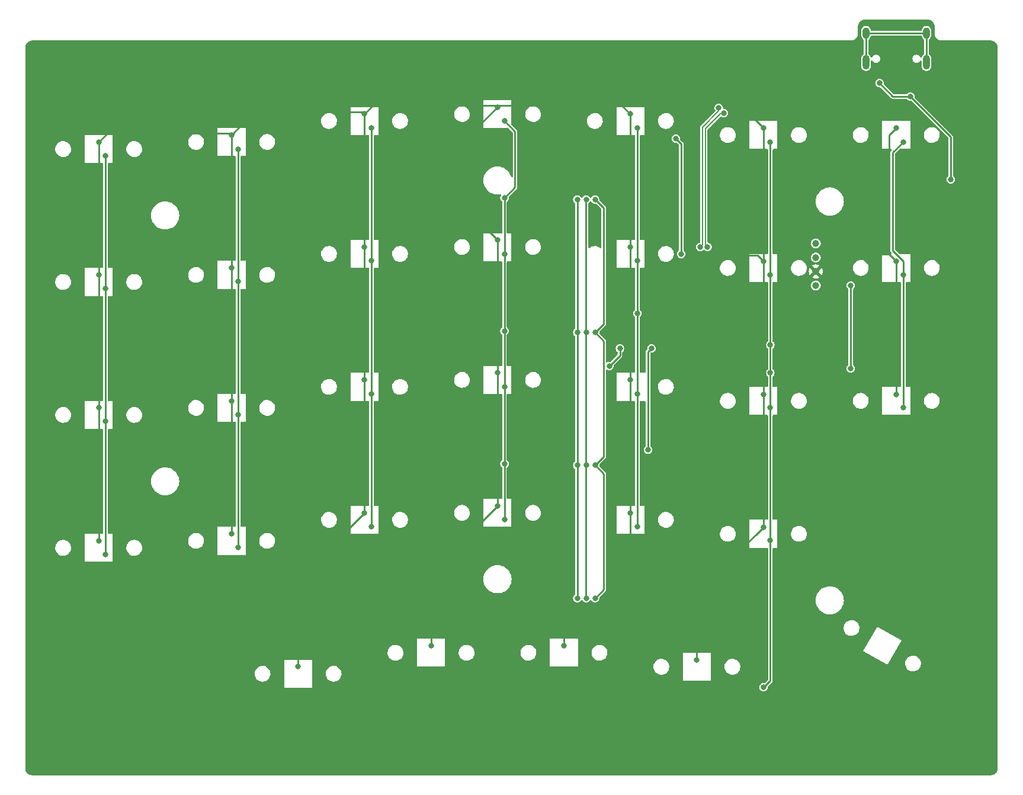
<source format=gbr>
%TF.GenerationSoftware,KiCad,Pcbnew,7.0.6*%
%TF.CreationDate,2023-08-12T15:46:35+09:00*%
%TF.ProjectId,ember,656d6265-722e-46b6-9963-61645f706362,rev?*%
%TF.SameCoordinates,Original*%
%TF.FileFunction,Copper,L1,Top*%
%TF.FilePolarity,Positive*%
%FSLAX46Y46*%
G04 Gerber Fmt 4.6, Leading zero omitted, Abs format (unit mm)*
G04 Created by KiCad (PCBNEW 7.0.6) date 2023-08-12 15:46:35*
%MOMM*%
%LPD*%
G01*
G04 APERTURE LIST*
%TA.AperFunction,ComponentPad*%
%ADD10C,1.000000*%
%TD*%
%TA.AperFunction,ComponentPad*%
%ADD11O,1.000000X1.600000*%
%TD*%
%TA.AperFunction,ComponentPad*%
%ADD12O,1.000000X2.100000*%
%TD*%
%TA.AperFunction,ViaPad*%
%ADD13C,0.800000*%
%TD*%
%TA.AperFunction,Conductor*%
%ADD14C,0.250000*%
%TD*%
%TA.AperFunction,Conductor*%
%ADD15C,0.200000*%
%TD*%
G04 APERTURE END LIST*
D10*
%TO.P,TP1,1,1*%
%TO.N,SWCLK*%
X142500000Y-59500000D03*
%TD*%
%TO.P,TP3,1,1*%
%TO.N,SWDIO*%
X142500000Y-55500000D03*
%TD*%
%TO.P,TP4,1,1*%
%TO.N,NRST*%
X142500000Y-53500000D03*
%TD*%
D11*
%TO.P,J2,S1,SHIELD*%
%TO.N,unconnected-(J2-SHIELD-PadS1)*%
X149680000Y-23425000D03*
D12*
X149680000Y-27605000D03*
D11*
X158320000Y-23425000D03*
D12*
X158320000Y-27605000D03*
%TD*%
D10*
%TO.P,TP2,1,1*%
%TO.N,GND*%
X142500000Y-57500000D03*
%TD*%
D13*
%TO.N,ADC0*%
X122500000Y-38500000D03*
X123250000Y-55000000D03*
%TO.N,GND*%
X147500000Y-25500000D03*
X152500000Y-107500000D03*
X116000000Y-35000000D03*
X152500000Y-81500000D03*
X154000000Y-75062500D03*
X113000000Y-77000000D03*
X44000000Y-99500000D03*
X118500000Y-67500000D03*
X30500000Y-68500000D03*
X113000000Y-50000000D03*
X116000000Y-73000000D03*
X107000000Y-58500000D03*
X167500000Y-47500000D03*
X132000000Y-59000000D03*
X131500000Y-66000000D03*
X113000000Y-82500000D03*
X107500000Y-89500000D03*
X125500000Y-108500000D03*
X135000000Y-67000000D03*
X160500000Y-25500000D03*
X154000000Y-37000000D03*
X97000000Y-128500000D03*
X30500000Y-87500000D03*
X122500000Y-75500000D03*
X131000000Y-68500000D03*
X56000000Y-97000000D03*
X40000000Y-58000000D03*
X106500000Y-82500000D03*
X30500000Y-49500000D03*
X106500000Y-111000000D03*
X78000000Y-128500000D03*
X89500000Y-109000000D03*
X40000000Y-96000000D03*
X116000000Y-92000000D03*
X115500000Y-98000000D03*
X97000000Y-53000000D03*
X43000000Y-96500000D03*
X103500000Y-106500000D03*
X167500000Y-103500000D03*
X113000000Y-55000000D03*
X59000000Y-95000000D03*
X125500000Y-25500000D03*
X59000000Y-76000000D03*
X107000000Y-52500000D03*
X106000000Y-116000000D03*
X119000000Y-61000000D03*
X106500000Y-63500000D03*
X106500000Y-44500000D03*
X30500000Y-128500000D03*
X126500000Y-65500000D03*
X153000000Y-128500000D03*
X100500000Y-97500000D03*
X135000000Y-37000000D03*
X68500000Y-114000000D03*
X116000000Y-68500000D03*
X111000000Y-49500000D03*
X107000000Y-71500000D03*
X135000000Y-94062500D03*
X113500000Y-66000000D03*
X87500000Y-111000000D03*
X68500000Y-25500000D03*
X167500000Y-85500000D03*
X116000000Y-71000000D03*
X144825000Y-27000000D03*
X87500000Y-25500000D03*
X135000000Y-128500000D03*
X151000000Y-38500000D03*
X143500000Y-33000000D03*
X126500000Y-63500000D03*
X87000000Y-116000000D03*
X78000000Y-35000000D03*
X61500000Y-93500000D03*
X100500000Y-105500000D03*
X97000000Y-72000000D03*
X106500000Y-25500000D03*
X30500000Y-106500000D03*
X135000000Y-75062500D03*
X30500000Y-25500000D03*
X78000000Y-54000000D03*
X147500000Y-82500000D03*
X59000000Y-38000000D03*
X106500000Y-101500000D03*
X138000000Y-38500000D03*
X97000000Y-34000000D03*
X167500000Y-128500000D03*
X49500000Y-25500000D03*
X62500000Y-88500000D03*
X167500000Y-25500000D03*
X154000000Y-25000000D03*
X40000000Y-77000000D03*
X116000000Y-54000000D03*
X103500000Y-115000000D03*
X30500000Y-30500000D03*
X78000000Y-92000000D03*
X124500000Y-54000000D03*
X147500000Y-29000000D03*
X127000000Y-70500000D03*
X124500000Y-65500000D03*
X124500000Y-63500000D03*
X129000000Y-116000000D03*
X154654075Y-30154075D03*
X122000000Y-115500000D03*
X113000000Y-92500000D03*
X149500000Y-113000000D03*
X113500000Y-60500000D03*
X107500000Y-108000000D03*
X59000000Y-57000000D03*
X125500000Y-64500000D03*
X133000000Y-63000000D03*
X135000000Y-56062500D03*
X97000000Y-91000000D03*
X83000000Y-116000000D03*
X135000000Y-65500000D03*
X113000000Y-74500000D03*
X81000000Y-89000000D03*
X65500000Y-116000000D03*
X59000000Y-128500000D03*
X40000000Y-39000000D03*
X116000000Y-128500000D03*
X152345925Y-29845925D03*
X74000000Y-97500000D03*
X167500000Y-66500000D03*
X125500000Y-113000000D03*
X116000000Y-64500000D03*
X116000000Y-79500000D03*
X128000000Y-55225000D03*
X154000000Y-56062500D03*
X78000000Y-73000000D03*
%TO.N,MUX_C*%
X110945000Y-47212000D03*
X110945000Y-85212000D03*
X110945000Y-104212000D03*
X110945000Y-66212000D03*
%TO.N,MUX_B*%
X109675000Y-85212000D03*
X109675000Y-104212000D03*
X109675000Y-66212000D03*
X109675000Y-47212000D03*
%TO.N,MUX_A*%
X108405000Y-85212000D03*
X108405000Y-104212000D03*
X108405000Y-66212000D03*
X108405000Y-47212000D03*
%TO.N,+3.3V*%
X98000000Y-66000000D03*
X98000000Y-55000000D03*
X135950000Y-95937500D03*
X40950000Y-59937500D03*
X79000000Y-94000000D03*
X98000000Y-74000000D03*
X59950000Y-40050000D03*
X40950000Y-97937500D03*
X98000000Y-36000000D03*
X59950000Y-58937500D03*
X136000000Y-77000000D03*
X155000000Y-39000000D03*
X98000000Y-85000000D03*
X117000000Y-63500000D03*
X136000000Y-68000000D03*
X135000000Y-116943750D03*
X117000000Y-56000000D03*
X98000000Y-47000000D03*
X117000000Y-37000000D03*
X79000000Y-37000000D03*
X155000000Y-58000000D03*
X98000000Y-93000000D03*
X155000000Y-77000000D03*
X117000000Y-94000000D03*
X40950000Y-78937500D03*
X79000000Y-56000000D03*
X40950000Y-40937500D03*
X117000000Y-75000000D03*
X136000000Y-39000000D03*
X79000000Y-75000000D03*
X59950000Y-96937500D03*
X136000000Y-58000000D03*
X136000000Y-72000000D03*
X59950000Y-77937500D03*
%TO.N,ADC2*%
X113000000Y-71000000D03*
X114500000Y-68500000D03*
%TO.N,ADC3*%
X119000000Y-68500000D03*
X118500000Y-83000000D03*
%TO.N,NRST*%
X147500000Y-71375000D03*
X147500000Y-59500000D03*
%TO.N,+5V*%
X161800000Y-44350000D03*
X151595883Y-30595967D03*
X156000000Y-32500000D03*
%TO.N,USB_D+*%
X129371232Y-34871232D03*
X127025000Y-54000000D03*
%TO.N,USB_D-*%
X128628768Y-34128768D03*
X125975000Y-54000000D03*
%TD*%
D14*
%TO.N,ADC0*%
X123250000Y-39250000D02*
X122500000Y-38500000D01*
X123250000Y-55000000D02*
X123250000Y-39250000D01*
%TO.N,GND*%
X114750000Y-33750000D02*
X116000000Y-35000000D01*
X135000000Y-75062500D02*
X135000000Y-94062500D01*
X78000000Y-54000000D02*
X78000000Y-73000000D01*
X154000000Y-67500000D02*
X154000000Y-75062500D01*
X135000000Y-56062500D02*
X135000000Y-65500000D01*
X78000000Y-35000000D02*
X78000000Y-54000000D01*
X59000000Y-76000000D02*
X59000000Y-57000000D01*
X116000000Y-68500000D02*
X116000000Y-64500000D01*
X116000000Y-73000000D02*
X116000000Y-71000000D01*
X59000000Y-38000000D02*
X62250000Y-34750000D01*
X116000000Y-64500000D02*
X116000000Y-54000000D01*
X62250000Y-34750000D02*
X77750000Y-34750000D01*
X59000000Y-57000000D02*
X59000000Y-38000000D01*
X145500000Y-27000000D02*
X144825000Y-27000000D01*
X97000000Y-34000000D02*
X97250000Y-33750000D01*
X117000000Y-31500000D02*
X114750000Y-33750000D01*
X77750000Y-34750000D02*
X78000000Y-35000000D01*
X96750000Y-33750000D02*
X97000000Y-34000000D01*
X135000000Y-67000000D02*
X135000000Y-75062500D01*
X135000000Y-65500000D02*
X135000000Y-67000000D01*
X58750000Y-37750000D02*
X59000000Y-38000000D01*
X87500000Y-111000000D02*
X87500000Y-100500000D01*
X115500000Y-98000000D02*
X116000000Y-97500000D01*
X125500000Y-103562500D02*
X135000000Y-94062500D01*
X41250000Y-37750000D02*
X58750000Y-37750000D01*
X116000000Y-97500000D02*
X116000000Y-92000000D01*
X144825000Y-27000000D02*
X144825000Y-29919302D01*
X40000000Y-39000000D02*
X41250000Y-37750000D01*
X153000000Y-55062500D02*
X154000000Y-56062500D01*
X87500000Y-100500000D02*
X97000000Y-91000000D01*
X116000000Y-92000000D02*
X116000000Y-79500000D01*
X152937500Y-55000000D02*
X154000000Y-56062500D01*
X94500000Y-36500000D02*
X94500000Y-50500000D01*
X97250000Y-33750000D02*
X114750000Y-33750000D01*
X59000000Y-95000000D02*
X59000000Y-76000000D01*
X144825000Y-31675000D02*
X144825000Y-29919302D01*
X135000000Y-37000000D02*
X135000000Y-56062500D01*
X142500000Y-57500000D02*
X145000000Y-55000000D01*
X79250000Y-33750000D02*
X96750000Y-33750000D01*
X97000000Y-53000000D02*
X97000000Y-72000000D01*
X68500000Y-114000000D02*
X68500000Y-101500000D01*
X154000000Y-37000000D02*
X153000000Y-38000000D01*
X78000000Y-73000000D02*
X78000000Y-92000000D01*
X116000000Y-71000000D02*
X116000000Y-68500000D01*
X125500000Y-108500000D02*
X125500000Y-103562500D01*
X134500000Y-66000000D02*
X131500000Y-66000000D01*
X125500000Y-113000000D02*
X125500000Y-110000000D01*
X78000000Y-35000000D02*
X79250000Y-33750000D01*
X94500000Y-50500000D02*
X97000000Y-53000000D01*
X143500000Y-33000000D02*
X144825000Y-31675000D01*
X40000000Y-58000000D02*
X40000000Y-77000000D01*
X125500000Y-110000000D02*
X125500000Y-108500000D01*
X145000000Y-55000000D02*
X152937500Y-55000000D01*
X151000000Y-67500000D02*
X154000000Y-67500000D01*
X129500000Y-31500000D02*
X143244302Y-31500000D01*
X135000000Y-65500000D02*
X134500000Y-66000000D01*
X135000000Y-56062500D02*
X134162500Y-55225000D01*
X154000000Y-56062500D02*
X154000000Y-67500000D01*
X97000000Y-72000000D02*
X97000000Y-91000000D01*
X147500000Y-29000000D02*
X145500000Y-27000000D01*
X68500000Y-101500000D02*
X78000000Y-92000000D01*
X40000000Y-77000000D02*
X40000000Y-96000000D01*
X106500000Y-111000000D02*
X106500000Y-101500000D01*
X153000000Y-38000000D02*
X153000000Y-55062500D01*
X134162500Y-55225000D02*
X128000000Y-55225000D01*
X116000000Y-79500000D02*
X116000000Y-73000000D01*
X143244302Y-31500000D02*
X144825000Y-29919302D01*
X129500000Y-31500000D02*
X117000000Y-31500000D01*
X97000000Y-34000000D02*
X94500000Y-36500000D01*
X116000000Y-54000000D02*
X116000000Y-35000000D01*
X135000000Y-37000000D02*
X129500000Y-31500000D01*
X40000000Y-39000000D02*
X40000000Y-58000000D01*
%TO.N,MUX_C*%
X110945000Y-66212000D02*
X112170000Y-64987000D01*
X112170000Y-102987000D02*
X110945000Y-104212000D01*
X112170000Y-67437000D02*
X110945000Y-66212000D01*
X112170000Y-48437000D02*
X110945000Y-47212000D01*
X110945000Y-85212000D02*
X112170000Y-83987000D01*
X112170000Y-83987000D02*
X112170000Y-67437000D01*
X110945000Y-85212000D02*
X112170000Y-86437000D01*
X112170000Y-86437000D02*
X112170000Y-102987000D01*
X112170000Y-64987000D02*
X112170000Y-48437000D01*
%TO.N,MUX_B*%
X109670000Y-85207000D02*
X109675000Y-85212000D01*
X109670000Y-66217000D02*
X109670000Y-85207000D01*
X109670000Y-104207000D02*
X109675000Y-104212000D01*
X109675000Y-66212000D02*
X109670000Y-66207000D01*
X109670000Y-47217000D02*
X109675000Y-47212000D01*
X109675000Y-85212000D02*
X109670000Y-85217000D01*
X109670000Y-85217000D02*
X109670000Y-104207000D01*
X109675000Y-66212000D02*
X109670000Y-66217000D01*
X109670000Y-66207000D02*
X109670000Y-47217000D01*
%TO.N,MUX_A*%
X108405000Y-85212000D02*
X108405000Y-66212000D01*
X108405000Y-66212000D02*
X108405000Y-47212000D01*
X108405000Y-85212000D02*
X108405000Y-104212000D01*
%TO.N,+3.3V*%
X59950000Y-58937500D02*
X59950000Y-77937500D01*
X136000000Y-68000000D02*
X136000000Y-72000000D01*
X155000000Y-39000000D02*
X153500000Y-40500000D01*
X79000000Y-56000000D02*
X79000000Y-37000000D01*
X153500000Y-40500000D02*
X153500000Y-54537195D01*
X79000000Y-94000000D02*
X79000000Y-75000000D01*
X136000000Y-58000000D02*
X136000000Y-68000000D01*
X136000000Y-77000000D02*
X136000000Y-95887500D01*
X155000000Y-77000000D02*
X155000000Y-58000000D01*
X136000000Y-95987500D02*
X136000000Y-116000000D01*
X59950000Y-77937500D02*
X59950000Y-96937500D01*
X98000000Y-55000000D02*
X98000000Y-66000000D01*
X136000000Y-39000000D02*
X136000000Y-58000000D01*
X136000000Y-72000000D02*
X136000000Y-77000000D01*
X117000000Y-37000000D02*
X117000000Y-56000000D01*
X136000000Y-95887500D02*
X135950000Y-95937500D01*
X98000000Y-93000000D02*
X98000000Y-85000000D01*
X135056250Y-116943750D02*
X135000000Y-116943750D01*
X40950000Y-40937500D02*
X40950000Y-59937500D01*
X155000000Y-56037195D02*
X155000000Y-58000000D01*
X40950000Y-59937500D02*
X40950000Y-78937500D01*
X98000000Y-47000000D02*
X99500000Y-45500000D01*
X98000000Y-74000000D02*
X98000000Y-66000000D01*
X40950000Y-78937500D02*
X40950000Y-97937500D01*
X117000000Y-75000000D02*
X117000000Y-94000000D01*
X98000000Y-85000000D02*
X98000000Y-74000000D01*
X99500000Y-45500000D02*
X99500000Y-37500000D01*
X117000000Y-56000000D02*
X117000000Y-63500000D01*
X117000000Y-63500000D02*
X117000000Y-75000000D01*
X136000000Y-116000000D02*
X135056250Y-116943750D01*
X98000000Y-55000000D02*
X98000000Y-47000000D01*
X79000000Y-75000000D02*
X79000000Y-56000000D01*
X59950000Y-40050000D02*
X59950000Y-58937500D01*
X153500000Y-54537195D02*
X155000000Y-56037195D01*
X99500000Y-37500000D02*
X98000000Y-36000000D01*
X135950000Y-95937500D02*
X136000000Y-95987500D01*
%TO.N,ADC2*%
X113000000Y-71000000D02*
X114500000Y-69500000D01*
X114500000Y-69500000D02*
X114500000Y-68500000D01*
%TO.N,ADC3*%
X118500000Y-83000000D02*
X118500000Y-69000000D01*
X118500000Y-69000000D02*
X119000000Y-68500000D01*
%TO.N,NRST*%
X147500000Y-59500000D02*
X147500000Y-71375000D01*
%TO.N,+5V*%
X153499916Y-32500000D02*
X156000000Y-32500000D01*
X151595883Y-30595967D02*
X153499916Y-32500000D01*
X161800000Y-38300000D02*
X161800000Y-44350000D01*
X156000000Y-32500000D02*
X161800000Y-38300000D01*
D15*
%TO.N,USB_D+*%
X126725001Y-37093198D02*
X128946967Y-34871232D01*
X126725001Y-53700001D02*
X126725001Y-37093198D01*
X127025000Y-54000000D02*
X126725001Y-53700001D01*
X128946967Y-34871232D02*
X129371232Y-34871232D01*
%TO.N,USB_D-*%
X125975000Y-54000000D02*
X126274999Y-53700001D01*
X126274999Y-53700001D02*
X126274999Y-36906802D01*
X126274999Y-36906802D02*
X128628768Y-34553033D01*
X128628768Y-34553033D02*
X128628768Y-34128768D01*
D14*
%TO.N,unconnected-(J2-SHIELD-PadS1)*%
X158320000Y-23425000D02*
X158320000Y-27605000D01*
X149680000Y-23425000D02*
X149680000Y-27605000D01*
X149680000Y-23425000D02*
X158320000Y-23425000D01*
%TD*%
%TA.AperFunction,Conductor*%
%TO.N,GND*%
G36*
X110386648Y-47474037D02*
G01*
X110417390Y-47509515D01*
X110420461Y-47514834D01*
X110420464Y-47514841D01*
X110516718Y-47640282D01*
X110642159Y-47736536D01*
X110788238Y-47797044D01*
X110816548Y-47800771D01*
X110944999Y-47817682D01*
X110945000Y-47817682D01*
X110945001Y-47817682D01*
X110982308Y-47812770D01*
X111012818Y-47808753D01*
X111081853Y-47819518D01*
X111116685Y-47844011D01*
X111808181Y-48535506D01*
X111841666Y-48596829D01*
X111844500Y-48623187D01*
X111844500Y-54036811D01*
X111824815Y-54103850D01*
X111772011Y-54149605D01*
X111702853Y-54159549D01*
X111639297Y-54130524D01*
X111634932Y-54126556D01*
X111618902Y-54111272D01*
X111438080Y-53995065D01*
X111238530Y-53915177D01*
X111027473Y-53874500D01*
X111027472Y-53874500D01*
X110866382Y-53874500D01*
X110706028Y-53889812D01*
X110706029Y-53889812D01*
X110706025Y-53889813D01*
X110499793Y-53950368D01*
X110308740Y-54048862D01*
X110196152Y-54137403D01*
X110131287Y-54163371D01*
X110062680Y-54150148D01*
X110012113Y-54101932D01*
X109995500Y-54039932D01*
X109995500Y-51015729D01*
X109995500Y-47784131D01*
X110015184Y-47717096D01*
X110044010Y-47685762D01*
X110103282Y-47640282D01*
X110199536Y-47514841D01*
X110199541Y-47514828D01*
X110202610Y-47509515D01*
X110253175Y-47461298D01*
X110321782Y-47448072D01*
X110386648Y-47474037D01*
G37*
%TD.AperFunction*%
%TA.AperFunction,Conductor*%
G36*
X158502695Y-21500735D02*
G01*
X158545519Y-21504482D01*
X158671771Y-21516918D01*
X158691685Y-21520541D01*
X158758349Y-21538403D01*
X158851570Y-21566682D01*
X158867971Y-21572958D01*
X158935411Y-21604406D01*
X158938375Y-21605888D01*
X158975969Y-21625982D01*
X159022327Y-21650762D01*
X159028667Y-21654657D01*
X159094828Y-21700983D01*
X159098600Y-21703844D01*
X159170808Y-21763103D01*
X159175309Y-21767182D01*
X159232815Y-21824688D01*
X159236895Y-21829190D01*
X159296154Y-21901398D01*
X159299015Y-21905170D01*
X159345341Y-21971331D01*
X159349236Y-21977671D01*
X159394101Y-22061605D01*
X159395614Y-22064631D01*
X159427040Y-22132027D01*
X159433319Y-22148435D01*
X159461601Y-22241669D01*
X159479454Y-22308299D01*
X159483082Y-22328238D01*
X159495523Y-22454554D01*
X159499264Y-22497302D01*
X159499500Y-22502710D01*
X159499500Y-23432902D01*
X159494926Y-23448479D01*
X159499201Y-23491888D01*
X159499500Y-23497968D01*
X159499500Y-23587536D01*
X159510628Y-23650646D01*
X159509311Y-23662448D01*
X159516343Y-23685629D01*
X159518072Y-23692866D01*
X159529899Y-23759940D01*
X159558162Y-23837592D01*
X159558991Y-23850639D01*
X159567128Y-23865862D01*
X159574289Y-23881900D01*
X159578648Y-23893874D01*
X159589776Y-23924448D01*
X159589777Y-23924449D01*
X159638578Y-24008974D01*
X159642055Y-24023309D01*
X159651792Y-24035173D01*
X159663326Y-24051838D01*
X159677307Y-24076053D01*
X159680414Y-24080491D01*
X159680038Y-24080754D01*
X159689371Y-24094560D01*
X159691254Y-24098082D01*
X159709702Y-24114661D01*
X159748914Y-24161393D01*
X159755484Y-24176406D01*
X159765928Y-24184977D01*
X159782254Y-24201126D01*
X159789837Y-24210163D01*
X159798872Y-24217744D01*
X159815020Y-24234070D01*
X159819146Y-24239098D01*
X159838606Y-24251085D01*
X159885337Y-24290297D01*
X159895234Y-24305172D01*
X159905438Y-24310627D01*
X159919245Y-24319961D01*
X159919509Y-24319586D01*
X159923945Y-24322692D01*
X159948163Y-24336675D01*
X159964824Y-24348206D01*
X159971770Y-24353906D01*
X159991025Y-24361421D01*
X160075547Y-24410221D01*
X160075551Y-24410222D01*
X160075555Y-24410225D01*
X160118103Y-24425711D01*
X160134143Y-24432874D01*
X160144334Y-24438321D01*
X160162407Y-24441836D01*
X160240062Y-24470101D01*
X160307145Y-24481929D01*
X160314379Y-24483657D01*
X160332543Y-24489167D01*
X160349350Y-24489370D01*
X160412468Y-24500500D01*
X160499901Y-24500500D01*
X160502041Y-24500500D01*
X160508121Y-24500799D01*
X160544302Y-24504362D01*
X160567096Y-24500500D01*
X167497293Y-24500500D01*
X167502695Y-24500735D01*
X167545519Y-24504482D01*
X167671771Y-24516918D01*
X167691685Y-24520541D01*
X167758349Y-24538403D01*
X167851570Y-24566682D01*
X167867971Y-24572958D01*
X167935411Y-24604406D01*
X167938375Y-24605888D01*
X167975969Y-24625982D01*
X168022327Y-24650762D01*
X168028667Y-24654657D01*
X168094828Y-24700983D01*
X168098600Y-24703844D01*
X168170808Y-24763103D01*
X168175309Y-24767182D01*
X168232815Y-24824688D01*
X168236895Y-24829190D01*
X168296154Y-24901398D01*
X168299015Y-24905170D01*
X168345341Y-24971331D01*
X168349236Y-24977671D01*
X168394101Y-25061605D01*
X168395614Y-25064631D01*
X168427040Y-25132027D01*
X168433319Y-25148435D01*
X168461601Y-25241669D01*
X168479454Y-25308299D01*
X168483082Y-25328238D01*
X168495523Y-25454554D01*
X168499264Y-25497302D01*
X168499500Y-25502710D01*
X168499500Y-128497289D01*
X168499264Y-128502697D01*
X168495523Y-128545445D01*
X168483082Y-128671760D01*
X168479454Y-128691699D01*
X168461601Y-128758330D01*
X168433318Y-128851563D01*
X168427040Y-128867971D01*
X168395614Y-128935367D01*
X168394101Y-128938393D01*
X168349236Y-129022327D01*
X168345341Y-129028667D01*
X168299015Y-129094828D01*
X168296154Y-129098600D01*
X168236895Y-129170808D01*
X168232806Y-129175320D01*
X168175320Y-129232806D01*
X168170808Y-129236895D01*
X168098600Y-129296154D01*
X168094828Y-129299015D01*
X168028667Y-129345341D01*
X168022327Y-129349236D01*
X167938393Y-129394101D01*
X167935367Y-129395614D01*
X167867971Y-129427040D01*
X167851563Y-129433318D01*
X167758330Y-129461601D01*
X167691699Y-129479454D01*
X167671760Y-129483082D01*
X167545445Y-129495523D01*
X167504789Y-129499080D01*
X167502696Y-129499264D01*
X167497290Y-129499500D01*
X30502710Y-129499500D01*
X30497303Y-129499264D01*
X30495015Y-129499063D01*
X30454554Y-129495523D01*
X30328238Y-129483082D01*
X30308299Y-129479454D01*
X30241669Y-129461601D01*
X30148435Y-129433319D01*
X30132027Y-129427040D01*
X30083433Y-129404381D01*
X30064618Y-129395607D01*
X30061605Y-129394101D01*
X29977671Y-129349236D01*
X29971331Y-129345341D01*
X29905170Y-129299015D01*
X29901398Y-129296154D01*
X29829190Y-129236895D01*
X29824688Y-129232815D01*
X29767182Y-129175309D01*
X29763103Y-129170808D01*
X29703844Y-129098600D01*
X29700983Y-129094828D01*
X29654657Y-129028667D01*
X29650762Y-129022327D01*
X29625982Y-128975969D01*
X29605888Y-128938375D01*
X29604406Y-128935411D01*
X29572958Y-128867971D01*
X29566682Y-128851570D01*
X29538398Y-128758330D01*
X29520541Y-128691685D01*
X29516918Y-128671771D01*
X29504482Y-128545519D01*
X29500735Y-128502695D01*
X29500500Y-128497293D01*
X29500500Y-114946202D01*
X62290660Y-114946202D01*
X62300887Y-115160901D01*
X62326519Y-115266557D01*
X62351563Y-115369790D01*
X62440854Y-115565310D01*
X62505309Y-115655824D01*
X62565535Y-115740400D01*
X62565540Y-115740406D01*
X62721094Y-115888725D01*
X62721096Y-115888726D01*
X62721097Y-115888727D01*
X62901920Y-116004935D01*
X63101468Y-116084822D01*
X63206998Y-116105161D01*
X63312527Y-116125500D01*
X63312528Y-116125500D01*
X63473612Y-116125500D01*
X63473618Y-116125500D01*
X63633971Y-116110188D01*
X63840209Y-116049631D01*
X64031259Y-115951138D01*
X64200217Y-115818268D01*
X64340976Y-115655824D01*
X64448448Y-115469677D01*
X64518750Y-115266554D01*
X64549339Y-115053797D01*
X64539112Y-114839096D01*
X64488437Y-114630210D01*
X64399146Y-114434690D01*
X64274466Y-114259601D01*
X64274464Y-114259599D01*
X64274459Y-114259593D01*
X64118905Y-114111274D01*
X63938080Y-113995065D01*
X63738530Y-113915177D01*
X63527473Y-113874500D01*
X63527472Y-113874500D01*
X63366382Y-113874500D01*
X63206029Y-113889812D01*
X63206025Y-113889813D01*
X62999793Y-113950368D01*
X62808736Y-114048864D01*
X62639785Y-114181729D01*
X62639782Y-114181733D01*
X62499021Y-114344178D01*
X62391553Y-114530319D01*
X62321251Y-114733442D01*
X62321250Y-114733444D01*
X62290661Y-114946200D01*
X62290660Y-114946202D01*
X29500500Y-114946202D01*
X29500500Y-113000000D01*
X66500000Y-113000000D01*
X66500000Y-117000000D01*
X70500000Y-117000000D01*
X70500000Y-114946202D01*
X72450660Y-114946202D01*
X72460887Y-115160901D01*
X72486519Y-115266557D01*
X72511563Y-115369790D01*
X72600854Y-115565310D01*
X72665309Y-115655824D01*
X72725535Y-115740400D01*
X72725540Y-115740406D01*
X72881094Y-115888725D01*
X72881096Y-115888726D01*
X72881097Y-115888727D01*
X73061920Y-116004935D01*
X73261468Y-116084822D01*
X73366997Y-116105161D01*
X73472527Y-116125500D01*
X73472528Y-116125500D01*
X73633612Y-116125500D01*
X73633618Y-116125500D01*
X73793971Y-116110188D01*
X74000209Y-116049631D01*
X74191259Y-115951138D01*
X74360217Y-115818268D01*
X74500976Y-115655824D01*
X74608448Y-115469677D01*
X74678750Y-115266554D01*
X74709339Y-115053797D01*
X74699112Y-114839096D01*
X74648437Y-114630210D01*
X74559146Y-114434690D01*
X74434466Y-114259601D01*
X74434464Y-114259599D01*
X74434459Y-114259593D01*
X74278905Y-114111274D01*
X74098080Y-113995065D01*
X73898530Y-113915177D01*
X73687473Y-113874500D01*
X73687472Y-113874500D01*
X73526382Y-113874500D01*
X73366029Y-113889812D01*
X73366025Y-113889813D01*
X73159793Y-113950368D01*
X72968736Y-114048864D01*
X72799785Y-114181729D01*
X72799782Y-114181733D01*
X72659021Y-114344178D01*
X72551553Y-114530319D01*
X72481251Y-114733442D01*
X72481250Y-114733444D01*
X72450661Y-114946200D01*
X72450660Y-114946202D01*
X70500000Y-114946202D01*
X70500000Y-113000000D01*
X66500000Y-113000000D01*
X29500500Y-113000000D01*
X29500500Y-111946202D01*
X81290660Y-111946202D01*
X81300887Y-112160901D01*
X81351563Y-112369791D01*
X81351565Y-112369795D01*
X81427041Y-112535065D01*
X81440854Y-112565310D01*
X81552242Y-112721733D01*
X81565535Y-112740400D01*
X81565540Y-112740406D01*
X81721094Y-112888725D01*
X81721096Y-112888726D01*
X81721097Y-112888727D01*
X81901920Y-113004935D01*
X82101468Y-113084822D01*
X82206998Y-113105161D01*
X82312527Y-113125500D01*
X82312528Y-113125500D01*
X82473612Y-113125500D01*
X82473618Y-113125500D01*
X82633971Y-113110188D01*
X82840209Y-113049631D01*
X83031259Y-112951138D01*
X83200217Y-112818268D01*
X83340976Y-112655824D01*
X83448448Y-112469677D01*
X83518750Y-112266554D01*
X83549339Y-112053797D01*
X83539112Y-111839096D01*
X83488437Y-111630210D01*
X83399146Y-111434690D01*
X83274466Y-111259601D01*
X83274464Y-111259599D01*
X83274459Y-111259593D01*
X83118905Y-111111274D01*
X82938080Y-110995065D01*
X82738530Y-110915177D01*
X82527473Y-110874500D01*
X82527472Y-110874500D01*
X82366382Y-110874500D01*
X82206029Y-110889812D01*
X82206025Y-110889813D01*
X81999793Y-110950368D01*
X81808736Y-111048864D01*
X81639785Y-111181729D01*
X81639782Y-111181733D01*
X81499021Y-111344178D01*
X81391553Y-111530319D01*
X81321251Y-111733442D01*
X81321250Y-111733444D01*
X81290661Y-111946200D01*
X81290660Y-111946202D01*
X29500500Y-111946202D01*
X29500500Y-110000000D01*
X85500000Y-110000000D01*
X85500000Y-114000000D01*
X89500000Y-114000000D01*
X89500000Y-111946202D01*
X91450660Y-111946202D01*
X91460887Y-112160901D01*
X91511563Y-112369791D01*
X91511565Y-112369795D01*
X91587041Y-112535065D01*
X91600854Y-112565310D01*
X91712242Y-112721733D01*
X91725535Y-112740400D01*
X91725540Y-112740406D01*
X91881094Y-112888725D01*
X91881096Y-112888726D01*
X91881097Y-112888727D01*
X92061920Y-113004935D01*
X92261468Y-113084822D01*
X92366998Y-113105161D01*
X92472527Y-113125500D01*
X92472528Y-113125500D01*
X92633612Y-113125500D01*
X92633618Y-113125500D01*
X92793971Y-113110188D01*
X93000209Y-113049631D01*
X93191259Y-112951138D01*
X93360217Y-112818268D01*
X93500976Y-112655824D01*
X93608448Y-112469677D01*
X93678750Y-112266554D01*
X93709339Y-112053797D01*
X93704214Y-111946202D01*
X100290660Y-111946202D01*
X100300887Y-112160901D01*
X100351563Y-112369791D01*
X100351565Y-112369795D01*
X100427041Y-112535065D01*
X100440854Y-112565310D01*
X100552242Y-112721733D01*
X100565535Y-112740400D01*
X100565540Y-112740406D01*
X100721094Y-112888725D01*
X100721096Y-112888726D01*
X100721097Y-112888727D01*
X100901920Y-113004935D01*
X101101468Y-113084822D01*
X101206997Y-113105161D01*
X101312527Y-113125500D01*
X101312528Y-113125500D01*
X101473612Y-113125500D01*
X101473618Y-113125500D01*
X101633971Y-113110188D01*
X101840209Y-113049631D01*
X102031259Y-112951138D01*
X102200217Y-112818268D01*
X102340976Y-112655824D01*
X102448448Y-112469677D01*
X102518750Y-112266554D01*
X102549339Y-112053797D01*
X102539112Y-111839096D01*
X102488437Y-111630210D01*
X102399146Y-111434690D01*
X102274466Y-111259601D01*
X102274464Y-111259599D01*
X102274459Y-111259593D01*
X102118905Y-111111274D01*
X101938080Y-110995065D01*
X101738530Y-110915177D01*
X101527473Y-110874500D01*
X101527472Y-110874500D01*
X101366382Y-110874500D01*
X101206029Y-110889812D01*
X101206025Y-110889813D01*
X100999793Y-110950368D01*
X100808736Y-111048864D01*
X100639785Y-111181729D01*
X100639782Y-111181733D01*
X100499021Y-111344178D01*
X100391553Y-111530319D01*
X100321251Y-111733442D01*
X100321250Y-111733444D01*
X100290661Y-111946200D01*
X100290660Y-111946202D01*
X93704214Y-111946202D01*
X93699112Y-111839096D01*
X93648437Y-111630210D01*
X93559146Y-111434690D01*
X93434466Y-111259601D01*
X93434464Y-111259599D01*
X93434459Y-111259593D01*
X93278905Y-111111274D01*
X93098080Y-110995065D01*
X92898530Y-110915177D01*
X92687473Y-110874500D01*
X92687472Y-110874500D01*
X92526382Y-110874500D01*
X92366029Y-110889812D01*
X92366025Y-110889813D01*
X92159793Y-110950368D01*
X91968736Y-111048864D01*
X91799785Y-111181729D01*
X91799782Y-111181733D01*
X91659021Y-111344178D01*
X91551553Y-111530319D01*
X91481251Y-111733442D01*
X91481250Y-111733444D01*
X91450661Y-111946200D01*
X91450660Y-111946202D01*
X89500000Y-111946202D01*
X89500000Y-110000000D01*
X104500000Y-110000000D01*
X104500000Y-114000000D01*
X108500000Y-114000000D01*
X108500000Y-113946202D01*
X119290660Y-113946202D01*
X119300887Y-114160901D01*
X119351563Y-114369791D01*
X119351565Y-114369795D01*
X119431548Y-114544934D01*
X119440854Y-114565310D01*
X119560583Y-114733446D01*
X119565535Y-114740400D01*
X119565540Y-114740406D01*
X119721094Y-114888725D01*
X119721096Y-114888726D01*
X119721097Y-114888727D01*
X119901920Y-115004935D01*
X120101468Y-115084822D01*
X120206998Y-115105161D01*
X120312527Y-115125500D01*
X120312528Y-115125500D01*
X120473612Y-115125500D01*
X120473618Y-115125500D01*
X120633971Y-115110188D01*
X120840209Y-115049631D01*
X121031259Y-114951138D01*
X121037535Y-114946203D01*
X121110621Y-114888727D01*
X121200217Y-114818268D01*
X121340976Y-114655824D01*
X121355766Y-114630208D01*
X121448446Y-114469680D01*
X121448448Y-114469677D01*
X121518750Y-114266554D01*
X121549339Y-114053797D01*
X121539112Y-113839096D01*
X121488437Y-113630210D01*
X121399146Y-113434690D01*
X121274466Y-113259601D01*
X121274464Y-113259599D01*
X121274459Y-113259593D01*
X121118905Y-113111274D01*
X120938080Y-112995065D01*
X120738530Y-112915177D01*
X120527473Y-112874500D01*
X120527472Y-112874500D01*
X120366382Y-112874500D01*
X120217392Y-112888727D01*
X120206029Y-112889812D01*
X120206025Y-112889813D01*
X119999793Y-112950368D01*
X119808736Y-113048864D01*
X119639785Y-113181729D01*
X119639782Y-113181733D01*
X119499021Y-113344178D01*
X119391553Y-113530319D01*
X119321251Y-113733442D01*
X119321250Y-113733444D01*
X119290661Y-113946200D01*
X119290660Y-113946202D01*
X108500000Y-113946202D01*
X108500000Y-111946202D01*
X110450660Y-111946202D01*
X110460887Y-112160901D01*
X110511563Y-112369791D01*
X110511565Y-112369795D01*
X110587041Y-112535065D01*
X110600854Y-112565310D01*
X110712242Y-112721733D01*
X110725535Y-112740400D01*
X110725540Y-112740406D01*
X110881094Y-112888725D01*
X110881096Y-112888726D01*
X110881097Y-112888727D01*
X111061920Y-113004935D01*
X111261468Y-113084822D01*
X111366997Y-113105161D01*
X111472527Y-113125500D01*
X111472528Y-113125500D01*
X111633612Y-113125500D01*
X111633618Y-113125500D01*
X111793971Y-113110188D01*
X112000209Y-113049631D01*
X112191259Y-112951138D01*
X112360217Y-112818268D01*
X112500976Y-112655824D01*
X112608448Y-112469677D01*
X112678750Y-112266554D01*
X112709339Y-112053797D01*
X112706776Y-112000000D01*
X123500000Y-112000000D01*
X123500000Y-116000000D01*
X127500000Y-116000000D01*
X127500000Y-113946202D01*
X129450660Y-113946202D01*
X129460887Y-114160901D01*
X129511563Y-114369791D01*
X129511565Y-114369795D01*
X129591548Y-114544934D01*
X129600854Y-114565310D01*
X129720583Y-114733446D01*
X129725535Y-114740400D01*
X129725540Y-114740406D01*
X129881094Y-114888725D01*
X129881096Y-114888726D01*
X129881097Y-114888727D01*
X130061920Y-115004935D01*
X130261468Y-115084822D01*
X130366998Y-115105161D01*
X130472527Y-115125500D01*
X130472528Y-115125500D01*
X130633612Y-115125500D01*
X130633618Y-115125500D01*
X130793971Y-115110188D01*
X131000209Y-115049631D01*
X131191259Y-114951138D01*
X131197535Y-114946203D01*
X131270621Y-114888727D01*
X131360217Y-114818268D01*
X131500976Y-114655824D01*
X131515766Y-114630208D01*
X131608446Y-114469680D01*
X131608448Y-114469677D01*
X131678750Y-114266554D01*
X131709339Y-114053797D01*
X131699112Y-113839096D01*
X131648437Y-113630210D01*
X131559146Y-113434690D01*
X131434466Y-113259601D01*
X131434464Y-113259599D01*
X131434459Y-113259593D01*
X131278905Y-113111274D01*
X131098080Y-112995065D01*
X130898530Y-112915177D01*
X130687473Y-112874500D01*
X130687472Y-112874500D01*
X130526382Y-112874500D01*
X130377392Y-112888727D01*
X130366029Y-112889812D01*
X130366025Y-112889813D01*
X130159793Y-112950368D01*
X129968736Y-113048864D01*
X129799785Y-113181729D01*
X129799782Y-113181733D01*
X129659021Y-113344178D01*
X129551553Y-113530319D01*
X129481251Y-113733442D01*
X129481250Y-113733444D01*
X129450661Y-113946200D01*
X129450660Y-113946202D01*
X127500000Y-113946202D01*
X127500000Y-112000000D01*
X123500000Y-112000000D01*
X112706776Y-112000000D01*
X112699112Y-111839096D01*
X112648437Y-111630210D01*
X112559146Y-111434690D01*
X112434466Y-111259601D01*
X112434464Y-111259599D01*
X112434459Y-111259593D01*
X112278905Y-111111274D01*
X112098080Y-110995065D01*
X111898530Y-110915177D01*
X111687473Y-110874500D01*
X111687472Y-110874500D01*
X111526382Y-110874500D01*
X111366029Y-110889812D01*
X111366025Y-110889813D01*
X111159793Y-110950368D01*
X110968736Y-111048864D01*
X110799785Y-111181729D01*
X110799782Y-111181733D01*
X110659021Y-111344178D01*
X110551553Y-111530319D01*
X110481251Y-111733442D01*
X110481250Y-111733444D01*
X110450661Y-111946200D01*
X110450660Y-111946202D01*
X108500000Y-111946202D01*
X108500000Y-110000000D01*
X104500000Y-110000000D01*
X89500000Y-110000000D01*
X85500000Y-110000000D01*
X29500500Y-110000000D01*
X29500500Y-104212001D01*
X107799318Y-104212001D01*
X107819955Y-104368760D01*
X107819956Y-104368762D01*
X107874316Y-104500000D01*
X107880464Y-104514841D01*
X107976718Y-104640282D01*
X108102159Y-104736536D01*
X108248238Y-104797044D01*
X108326618Y-104807363D01*
X108404999Y-104817682D01*
X108405000Y-104817682D01*
X108405001Y-104817682D01*
X108457253Y-104810802D01*
X108561762Y-104797044D01*
X108707841Y-104736536D01*
X108833282Y-104640282D01*
X108929536Y-104514841D01*
X108929541Y-104514828D01*
X108932610Y-104509515D01*
X108983175Y-104461298D01*
X109051782Y-104448072D01*
X109116648Y-104474037D01*
X109147390Y-104509515D01*
X109150461Y-104514834D01*
X109150464Y-104514841D01*
X109246718Y-104640282D01*
X109372159Y-104736536D01*
X109518238Y-104797044D01*
X109596618Y-104807363D01*
X109674999Y-104817682D01*
X109675000Y-104817682D01*
X109675001Y-104817682D01*
X109727254Y-104810802D01*
X109831762Y-104797044D01*
X109977841Y-104736536D01*
X110103282Y-104640282D01*
X110199536Y-104514841D01*
X110199541Y-104514828D01*
X110202610Y-104509515D01*
X110253175Y-104461298D01*
X110321782Y-104448072D01*
X110386648Y-104474037D01*
X110417390Y-104509515D01*
X110420461Y-104514834D01*
X110420464Y-104514841D01*
X110516718Y-104640282D01*
X110642159Y-104736536D01*
X110788238Y-104797044D01*
X110866618Y-104807363D01*
X110944999Y-104817682D01*
X110945000Y-104817682D01*
X110945001Y-104817682D01*
X110997253Y-104810802D01*
X111101762Y-104797044D01*
X111247841Y-104736536D01*
X111373282Y-104640282D01*
X111469536Y-104514841D01*
X111530044Y-104368762D01*
X111543802Y-104264253D01*
X111550682Y-104212001D01*
X111550682Y-104211999D01*
X111541753Y-104144180D01*
X111552518Y-104075145D01*
X111577008Y-104040316D01*
X112388204Y-103229120D01*
X112392166Y-103225489D01*
X112423194Y-103199455D01*
X112443438Y-103164390D01*
X112446335Y-103159841D01*
X112469554Y-103126684D01*
X112469554Y-103126681D01*
X112471819Y-103121824D01*
X112478747Y-103105099D01*
X112480584Y-103100050D01*
X112480588Y-103100045D01*
X112487619Y-103060162D01*
X112488777Y-103054940D01*
X112499264Y-103015807D01*
X112495735Y-102975478D01*
X112495500Y-102970075D01*
X112495500Y-86453920D01*
X112495736Y-86448513D01*
X112499264Y-86408193D01*
X112499264Y-86408192D01*
X112488782Y-86369076D01*
X112487616Y-86363818D01*
X112480588Y-86323955D01*
X112480586Y-86323952D01*
X112480586Y-86323950D01*
X112478760Y-86318933D01*
X112471820Y-86302176D01*
X112469554Y-86297319D01*
X112469554Y-86297316D01*
X112446339Y-86264162D01*
X112443433Y-86259599D01*
X112423196Y-86224548D01*
X112423195Y-86224547D01*
X112423194Y-86224545D01*
X112392177Y-86198518D01*
X112388193Y-86194867D01*
X111577011Y-85383685D01*
X111543526Y-85322362D01*
X111541753Y-85279818D01*
X111550682Y-85212000D01*
X111550682Y-85211999D01*
X111541753Y-85144180D01*
X111552518Y-85075145D01*
X111577008Y-85040316D01*
X112388204Y-84229120D01*
X112392166Y-84225489D01*
X112423194Y-84199455D01*
X112443438Y-84164390D01*
X112446335Y-84159841D01*
X112469554Y-84126684D01*
X112469554Y-84126681D01*
X112471819Y-84121824D01*
X112478747Y-84105099D01*
X112480584Y-84100050D01*
X112480588Y-84100045D01*
X112487619Y-84060162D01*
X112488777Y-84054940D01*
X112499264Y-84015807D01*
X112495735Y-83975478D01*
X112495500Y-83970075D01*
X112495500Y-77818266D01*
X112495500Y-71621240D01*
X112515184Y-71554205D01*
X112567988Y-71508450D01*
X112637146Y-71498506D01*
X112689957Y-71520751D01*
X112690119Y-71520472D01*
X112692341Y-71521755D01*
X112694986Y-71522869D01*
X112697157Y-71524535D01*
X112697158Y-71524535D01*
X112697159Y-71524536D01*
X112843238Y-71585044D01*
X112921619Y-71595363D01*
X112999999Y-71605682D01*
X113000000Y-71605682D01*
X113000001Y-71605682D01*
X113052253Y-71598802D01*
X113156762Y-71585044D01*
X113302841Y-71524536D01*
X113428282Y-71428282D01*
X113524536Y-71302841D01*
X113585044Y-71156762D01*
X113605682Y-71000000D01*
X113596752Y-70932180D01*
X113607518Y-70863145D01*
X113632008Y-70828316D01*
X114718210Y-69742115D01*
X114722172Y-69738484D01*
X114753194Y-69712455D01*
X114773444Y-69677379D01*
X114776328Y-69672852D01*
X114799554Y-69639684D01*
X114799554Y-69639681D01*
X114801819Y-69634824D01*
X114808747Y-69618099D01*
X114810587Y-69613046D01*
X114810588Y-69613045D01*
X114817621Y-69573150D01*
X114818777Y-69567937D01*
X114829263Y-69528807D01*
X114825735Y-69488489D01*
X114825500Y-69483086D01*
X114825500Y-69068298D01*
X114845185Y-69001259D01*
X114874010Y-68969925D01*
X114928282Y-68928282D01*
X115024536Y-68802841D01*
X115085044Y-68656762D01*
X115105682Y-68500000D01*
X115085044Y-68343238D01*
X115024536Y-68197159D01*
X114928282Y-68071718D01*
X114802841Y-67975464D01*
X114656762Y-67914956D01*
X114656760Y-67914955D01*
X114500001Y-67894318D01*
X114499999Y-67894318D01*
X114343239Y-67914955D01*
X114343237Y-67914956D01*
X114197160Y-67975463D01*
X114071718Y-68071718D01*
X113975463Y-68197160D01*
X113914956Y-68343237D01*
X113914955Y-68343239D01*
X113894318Y-68499998D01*
X113894318Y-68500001D01*
X113914955Y-68656760D01*
X113914956Y-68656762D01*
X113975464Y-68802841D01*
X114071718Y-68928282D01*
X114125987Y-68969924D01*
X114167189Y-69026349D01*
X114174500Y-69068298D01*
X114174500Y-69313811D01*
X114154815Y-69380850D01*
X114138181Y-69401492D01*
X113171684Y-70367988D01*
X113110361Y-70401473D01*
X113067818Y-70403246D01*
X113000001Y-70394318D01*
X112999999Y-70394318D01*
X112843239Y-70414955D01*
X112843237Y-70414956D01*
X112697157Y-70475464D01*
X112694979Y-70477136D01*
X112692810Y-70477974D01*
X112690119Y-70479528D01*
X112689876Y-70479108D01*
X112629808Y-70502326D01*
X112561364Y-70488283D01*
X112511378Y-70439466D01*
X112495500Y-70378758D01*
X112495500Y-67453920D01*
X112495736Y-67448513D01*
X112499264Y-67408193D01*
X112499264Y-67408192D01*
X112488782Y-67369076D01*
X112487616Y-67363818D01*
X112480588Y-67323955D01*
X112480586Y-67323952D01*
X112480586Y-67323950D01*
X112478760Y-67318933D01*
X112471820Y-67302176D01*
X112469554Y-67297319D01*
X112469554Y-67297316D01*
X112446339Y-67264162D01*
X112443433Y-67259599D01*
X112423196Y-67224548D01*
X112423195Y-67224547D01*
X112423194Y-67224545D01*
X112392177Y-67198518D01*
X112388193Y-67194867D01*
X111577011Y-66383685D01*
X111543526Y-66322362D01*
X111541753Y-66279818D01*
X111550682Y-66212000D01*
X111550682Y-66211999D01*
X111541753Y-66144180D01*
X111552518Y-66075145D01*
X111577008Y-66040316D01*
X112388204Y-65229120D01*
X112392166Y-65225489D01*
X112423194Y-65199455D01*
X112443438Y-65164390D01*
X112446335Y-65159841D01*
X112469554Y-65126684D01*
X112469554Y-65126681D01*
X112471819Y-65121824D01*
X112478747Y-65105099D01*
X112480584Y-65100050D01*
X112480588Y-65100045D01*
X112487619Y-65060162D01*
X112488777Y-65054940D01*
X112499264Y-65015807D01*
X112495735Y-64975478D01*
X112495500Y-64970075D01*
X112495500Y-48453920D01*
X112495736Y-48448513D01*
X112499264Y-48408193D01*
X112499264Y-48408192D01*
X112488782Y-48369076D01*
X112487616Y-48363818D01*
X112480588Y-48323955D01*
X112480586Y-48323952D01*
X112480586Y-48323950D01*
X112478760Y-48318933D01*
X112471820Y-48302176D01*
X112469554Y-48297319D01*
X112469554Y-48297316D01*
X112446339Y-48264162D01*
X112443433Y-48259599D01*
X112423196Y-48224548D01*
X112423195Y-48224547D01*
X112423194Y-48224545D01*
X112392177Y-48198518D01*
X112388193Y-48194867D01*
X111577011Y-47383685D01*
X111543526Y-47322362D01*
X111541753Y-47279818D01*
X111550682Y-47212000D01*
X111550682Y-47211998D01*
X111530044Y-47055239D01*
X111530044Y-47055238D01*
X111469536Y-46909159D01*
X111373282Y-46783718D01*
X111247841Y-46687464D01*
X111198033Y-46666833D01*
X111101762Y-46626956D01*
X111101760Y-46626955D01*
X110945001Y-46606318D01*
X110944999Y-46606318D01*
X110788239Y-46626955D01*
X110788237Y-46626956D01*
X110642160Y-46687463D01*
X110516718Y-46783718D01*
X110420458Y-46909166D01*
X110417387Y-46914487D01*
X110366821Y-46962703D01*
X110298214Y-46975927D01*
X110233349Y-46949959D01*
X110202613Y-46914487D01*
X110199541Y-46909166D01*
X110199536Y-46909159D01*
X110103282Y-46783718D01*
X109977841Y-46687464D01*
X109928033Y-46666833D01*
X109831762Y-46626956D01*
X109831760Y-46626955D01*
X109675001Y-46606318D01*
X109674999Y-46606318D01*
X109518239Y-46626955D01*
X109518237Y-46626956D01*
X109372160Y-46687463D01*
X109246718Y-46783718D01*
X109150458Y-46909166D01*
X109147387Y-46914487D01*
X109096821Y-46962703D01*
X109028214Y-46975927D01*
X108963349Y-46949959D01*
X108932613Y-46914487D01*
X108929541Y-46909166D01*
X108929536Y-46909159D01*
X108833282Y-46783718D01*
X108707841Y-46687464D01*
X108658033Y-46666833D01*
X108561762Y-46626956D01*
X108561760Y-46626955D01*
X108405001Y-46606318D01*
X108404999Y-46606318D01*
X108248239Y-46626955D01*
X108248237Y-46626956D01*
X108102160Y-46687463D01*
X107976718Y-46783718D01*
X107880463Y-46909160D01*
X107819956Y-47055237D01*
X107819955Y-47055239D01*
X107799318Y-47211998D01*
X107799318Y-47212001D01*
X107819955Y-47368760D01*
X107819956Y-47368762D01*
X107874316Y-47500000D01*
X107880464Y-47514841D01*
X107976718Y-47640282D01*
X108030987Y-47681924D01*
X108072189Y-47738349D01*
X108079500Y-47780298D01*
X108079500Y-65643699D01*
X108059815Y-65710738D01*
X108030988Y-65742074D01*
X107976720Y-65783715D01*
X107880463Y-65909160D01*
X107819956Y-66055237D01*
X107819955Y-66055239D01*
X107799318Y-66211998D01*
X107799318Y-66212001D01*
X107819955Y-66368760D01*
X107819956Y-66368762D01*
X107880464Y-66514841D01*
X107976718Y-66640282D01*
X108030987Y-66681924D01*
X108072189Y-66738349D01*
X108079500Y-66780298D01*
X108079500Y-84643699D01*
X108059815Y-84710738D01*
X108030988Y-84742074D01*
X107976720Y-84783715D01*
X107880463Y-84909160D01*
X107819956Y-85055237D01*
X107819955Y-85055239D01*
X107799318Y-85211998D01*
X107799318Y-85212001D01*
X107819955Y-85368760D01*
X107819956Y-85368762D01*
X107874109Y-85499500D01*
X107880464Y-85514841D01*
X107976718Y-85640282D01*
X108030987Y-85681924D01*
X108072189Y-85738349D01*
X108079500Y-85780298D01*
X108079500Y-103643699D01*
X108059815Y-103710738D01*
X108030988Y-103742074D01*
X107976720Y-103783715D01*
X107880463Y-103909160D01*
X107819956Y-104055237D01*
X107819955Y-104055239D01*
X107799318Y-104211998D01*
X107799318Y-104212001D01*
X29500500Y-104212001D01*
X29500500Y-101500001D01*
X94994390Y-101500001D01*
X95014804Y-101785433D01*
X95075628Y-102065037D01*
X95175635Y-102333166D01*
X95312770Y-102584309D01*
X95312775Y-102584317D01*
X95484254Y-102813387D01*
X95484270Y-102813405D01*
X95686594Y-103015729D01*
X95686612Y-103015745D01*
X95915682Y-103187224D01*
X95915690Y-103187229D01*
X96166833Y-103324364D01*
X96166832Y-103324364D01*
X96166836Y-103324365D01*
X96166839Y-103324367D01*
X96434954Y-103424369D01*
X96434960Y-103424370D01*
X96434962Y-103424371D01*
X96714566Y-103485195D01*
X96714568Y-103485195D01*
X96714572Y-103485196D01*
X96928552Y-103500500D01*
X97071448Y-103500500D01*
X97285428Y-103485196D01*
X97565046Y-103424369D01*
X97833161Y-103324367D01*
X98084315Y-103187226D01*
X98313395Y-103015739D01*
X98515739Y-102813395D01*
X98687226Y-102584315D01*
X98824367Y-102333161D01*
X98924369Y-102065046D01*
X98985196Y-101785428D01*
X99005610Y-101500000D01*
X98985196Y-101214572D01*
X98924369Y-100934954D01*
X98824367Y-100666839D01*
X98687226Y-100415685D01*
X98687224Y-100415682D01*
X98515745Y-100186612D01*
X98515729Y-100186594D01*
X98313405Y-99984270D01*
X98313387Y-99984254D01*
X98084317Y-99812775D01*
X98084309Y-99812770D01*
X97833166Y-99675635D01*
X97833167Y-99675635D01*
X97725915Y-99635632D01*
X97565046Y-99575631D01*
X97565043Y-99575630D01*
X97565037Y-99575628D01*
X97285433Y-99514804D01*
X97071448Y-99499500D01*
X96928552Y-99499500D01*
X96714566Y-99514804D01*
X96434962Y-99575628D01*
X96166833Y-99675635D01*
X95915690Y-99812770D01*
X95915682Y-99812775D01*
X95686612Y-99984254D01*
X95686594Y-99984270D01*
X95484270Y-100186594D01*
X95484254Y-100186612D01*
X95312775Y-100415682D01*
X95312770Y-100415690D01*
X95175635Y-100666833D01*
X95075628Y-100934962D01*
X95014804Y-101214566D01*
X94994390Y-101499998D01*
X94994390Y-101500001D01*
X29500500Y-101500001D01*
X29500500Y-96946202D01*
X33790660Y-96946202D01*
X33800887Y-97160901D01*
X33826519Y-97266557D01*
X33851563Y-97369790D01*
X33940854Y-97565310D01*
X34005309Y-97655824D01*
X34065535Y-97740400D01*
X34065540Y-97740406D01*
X34221094Y-97888725D01*
X34221096Y-97888726D01*
X34221097Y-97888727D01*
X34401920Y-98004935D01*
X34601468Y-98084822D01*
X34706997Y-98105161D01*
X34812527Y-98125500D01*
X34812528Y-98125500D01*
X34973612Y-98125500D01*
X34973618Y-98125500D01*
X35133971Y-98110188D01*
X35340209Y-98049631D01*
X35531259Y-97951138D01*
X35700217Y-97818268D01*
X35840976Y-97655824D01*
X35948448Y-97469677D01*
X36018750Y-97266554D01*
X36049339Y-97053797D01*
X36039112Y-96839096D01*
X35988437Y-96630210D01*
X35899146Y-96434690D01*
X35774466Y-96259601D01*
X35774464Y-96259599D01*
X35774459Y-96259593D01*
X35618905Y-96111274D01*
X35438080Y-95995065D01*
X35238530Y-95915177D01*
X35027473Y-95874500D01*
X35027472Y-95874500D01*
X34866382Y-95874500D01*
X34717392Y-95888727D01*
X34706029Y-95889812D01*
X34706025Y-95889813D01*
X34499793Y-95950368D01*
X34308736Y-96048864D01*
X34139785Y-96181729D01*
X34139782Y-96181733D01*
X33999021Y-96344178D01*
X33891553Y-96530319D01*
X33821251Y-96733442D01*
X33821250Y-96733444D01*
X33790661Y-96946200D01*
X33790660Y-96946202D01*
X29500500Y-96946202D01*
X29500500Y-77946202D01*
X33790660Y-77946202D01*
X33800887Y-78160901D01*
X33826519Y-78266557D01*
X33851563Y-78369790D01*
X33940854Y-78565310D01*
X34005309Y-78655824D01*
X34065535Y-78740400D01*
X34065540Y-78740406D01*
X34221094Y-78888725D01*
X34221096Y-78888726D01*
X34221097Y-78888727D01*
X34401920Y-79004935D01*
X34601468Y-79084822D01*
X34706997Y-79105161D01*
X34812527Y-79125500D01*
X34812528Y-79125500D01*
X34973612Y-79125500D01*
X34973618Y-79125500D01*
X35133971Y-79110188D01*
X35340209Y-79049631D01*
X35531259Y-78951138D01*
X35700217Y-78818268D01*
X35840976Y-78655824D01*
X35948448Y-78469677D01*
X36018750Y-78266554D01*
X36049339Y-78053797D01*
X36039112Y-77839096D01*
X35988437Y-77630210D01*
X35899146Y-77434690D01*
X35774466Y-77259601D01*
X35774464Y-77259599D01*
X35774459Y-77259593D01*
X35618905Y-77111274D01*
X35438080Y-76995065D01*
X35238530Y-76915177D01*
X35027473Y-76874500D01*
X35027472Y-76874500D01*
X34866382Y-76874500D01*
X34717392Y-76888727D01*
X34706029Y-76889812D01*
X34706025Y-76889813D01*
X34499793Y-76950368D01*
X34308736Y-77048864D01*
X34139785Y-77181729D01*
X34139782Y-77181733D01*
X33999021Y-77344178D01*
X33891553Y-77530319D01*
X33821251Y-77733442D01*
X33821250Y-77733444D01*
X33790661Y-77946200D01*
X33790660Y-77946202D01*
X29500500Y-77946202D01*
X29500500Y-58946202D01*
X33790660Y-58946202D01*
X33800887Y-59160901D01*
X33845122Y-59343239D01*
X33851563Y-59369790D01*
X33940854Y-59565310D01*
X34065534Y-59740399D01*
X34065535Y-59740400D01*
X34065540Y-59740406D01*
X34221094Y-59888725D01*
X34221096Y-59888726D01*
X34221097Y-59888727D01*
X34401920Y-60004935D01*
X34601468Y-60084822D01*
X34706997Y-60105161D01*
X34812527Y-60125500D01*
X34812528Y-60125500D01*
X34973612Y-60125500D01*
X34973618Y-60125500D01*
X35133971Y-60110188D01*
X35340209Y-60049631D01*
X35531259Y-59951138D01*
X35700217Y-59818268D01*
X35840976Y-59655824D01*
X35948448Y-59469677D01*
X36018750Y-59266554D01*
X36049339Y-59053797D01*
X36039112Y-58839096D01*
X35988437Y-58630210D01*
X35899146Y-58434690D01*
X35774466Y-58259601D01*
X35774464Y-58259599D01*
X35774459Y-58259593D01*
X35618905Y-58111274D01*
X35438080Y-57995065D01*
X35238530Y-57915177D01*
X35027473Y-57874500D01*
X35027472Y-57874500D01*
X34866382Y-57874500D01*
X34717392Y-57888727D01*
X34706029Y-57889812D01*
X34706025Y-57889813D01*
X34499793Y-57950368D01*
X34308736Y-58048864D01*
X34139785Y-58181729D01*
X34139782Y-58181733D01*
X33999021Y-58344178D01*
X33891553Y-58530319D01*
X33821251Y-58733442D01*
X33821250Y-58733444D01*
X33790661Y-58946200D01*
X33790660Y-58946202D01*
X29500500Y-58946202D01*
X29500500Y-39946202D01*
X33790660Y-39946202D01*
X33800887Y-40160901D01*
X33851563Y-40369791D01*
X33851565Y-40369795D01*
X33917518Y-40514213D01*
X33940854Y-40565310D01*
X34005309Y-40655824D01*
X34065535Y-40740400D01*
X34065540Y-40740406D01*
X34221094Y-40888725D01*
X34221096Y-40888726D01*
X34221097Y-40888727D01*
X34401920Y-41004935D01*
X34601468Y-41084822D01*
X34706997Y-41105161D01*
X34812527Y-41125500D01*
X34812528Y-41125500D01*
X34973612Y-41125500D01*
X34973618Y-41125500D01*
X35133971Y-41110188D01*
X35340209Y-41049631D01*
X35531259Y-40951138D01*
X35700217Y-40818268D01*
X35840976Y-40655824D01*
X35948448Y-40469677D01*
X36018750Y-40266554D01*
X36049339Y-40053797D01*
X36039112Y-39839096D01*
X35988437Y-39630210D01*
X35899146Y-39434690D01*
X35774466Y-39259601D01*
X35774464Y-39259599D01*
X35774459Y-39259593D01*
X35618905Y-39111274D01*
X35438080Y-38995065D01*
X35238530Y-38915177D01*
X35027473Y-38874500D01*
X35027472Y-38874500D01*
X34866382Y-38874500D01*
X34717392Y-38888727D01*
X34706029Y-38889812D01*
X34706025Y-38889813D01*
X34499793Y-38950368D01*
X34308736Y-39048864D01*
X34139785Y-39181729D01*
X34139782Y-39181733D01*
X33999021Y-39344178D01*
X33891553Y-39530319D01*
X33821251Y-39733442D01*
X33821250Y-39733444D01*
X33790661Y-39946200D01*
X33790660Y-39946202D01*
X29500500Y-39946202D01*
X29500500Y-38000000D01*
X38000000Y-38000000D01*
X38000000Y-42000000D01*
X40500500Y-42000000D01*
X40567539Y-42019685D01*
X40613294Y-42072489D01*
X40624500Y-42124000D01*
X40624500Y-56876000D01*
X40604815Y-56943039D01*
X40552011Y-56988794D01*
X40500500Y-57000000D01*
X38000000Y-57000000D01*
X38000000Y-61000000D01*
X40500500Y-61000000D01*
X40567539Y-61019685D01*
X40613294Y-61072489D01*
X40624500Y-61124000D01*
X40624500Y-75876000D01*
X40604815Y-75943039D01*
X40552011Y-75988794D01*
X40500500Y-76000000D01*
X38000000Y-76000000D01*
X38000000Y-80000000D01*
X40500500Y-80000000D01*
X40567539Y-80019685D01*
X40613294Y-80072489D01*
X40624500Y-80124000D01*
X40624500Y-94876000D01*
X40604815Y-94943039D01*
X40552011Y-94988794D01*
X40500500Y-95000000D01*
X38000000Y-95000000D01*
X38000000Y-99000000D01*
X42000000Y-99000000D01*
X42000000Y-96946202D01*
X43950660Y-96946202D01*
X43960887Y-97160901D01*
X43986519Y-97266557D01*
X44011563Y-97369790D01*
X44100854Y-97565310D01*
X44165309Y-97655824D01*
X44225535Y-97740400D01*
X44225540Y-97740406D01*
X44381094Y-97888725D01*
X44381096Y-97888726D01*
X44381097Y-97888727D01*
X44561920Y-98004935D01*
X44761468Y-98084822D01*
X44866997Y-98105161D01*
X44972527Y-98125500D01*
X44972528Y-98125500D01*
X45133612Y-98125500D01*
X45133618Y-98125500D01*
X45293971Y-98110188D01*
X45500209Y-98049631D01*
X45691259Y-97951138D01*
X45860217Y-97818268D01*
X46000976Y-97655824D01*
X46108448Y-97469677D01*
X46178750Y-97266554D01*
X46209339Y-97053797D01*
X46199112Y-96839096D01*
X46148437Y-96630210D01*
X46059146Y-96434690D01*
X45934466Y-96259601D01*
X45934464Y-96259599D01*
X45934459Y-96259593D01*
X45778905Y-96111274D01*
X45598080Y-95995065D01*
X45476026Y-95946202D01*
X52790660Y-95946202D01*
X52800887Y-96160901D01*
X52851563Y-96369790D01*
X52940854Y-96565310D01*
X53060583Y-96733446D01*
X53065535Y-96740400D01*
X53065540Y-96740406D01*
X53221094Y-96888725D01*
X53221096Y-96888726D01*
X53221097Y-96888727D01*
X53401920Y-97004935D01*
X53601468Y-97084822D01*
X53706997Y-97105161D01*
X53812527Y-97125500D01*
X53812528Y-97125500D01*
X53973612Y-97125500D01*
X53973618Y-97125500D01*
X54133971Y-97110188D01*
X54340209Y-97049631D01*
X54531259Y-96951138D01*
X54537535Y-96946203D01*
X54610621Y-96888727D01*
X54700217Y-96818268D01*
X54840976Y-96655824D01*
X54855766Y-96630208D01*
X54948446Y-96469680D01*
X54948448Y-96469677D01*
X55018750Y-96266554D01*
X55049339Y-96053797D01*
X55039112Y-95839096D01*
X54988437Y-95630210D01*
X54899146Y-95434690D01*
X54774466Y-95259601D01*
X54774464Y-95259599D01*
X54774459Y-95259593D01*
X54618905Y-95111274D01*
X54438080Y-94995065D01*
X54238530Y-94915177D01*
X54027473Y-94874500D01*
X54027472Y-94874500D01*
X53866382Y-94874500D01*
X53706029Y-94889812D01*
X53706025Y-94889813D01*
X53499793Y-94950368D01*
X53308736Y-95048864D01*
X53139785Y-95181729D01*
X53139782Y-95181733D01*
X52999021Y-95344178D01*
X52891553Y-95530319D01*
X52821251Y-95733442D01*
X52821250Y-95733444D01*
X52790661Y-95946200D01*
X52790660Y-95946202D01*
X45476026Y-95946202D01*
X45398530Y-95915177D01*
X45187473Y-95874500D01*
X45187472Y-95874500D01*
X45026382Y-95874500D01*
X44877392Y-95888727D01*
X44866029Y-95889812D01*
X44866025Y-95889813D01*
X44659793Y-95950368D01*
X44468736Y-96048864D01*
X44299785Y-96181729D01*
X44299782Y-96181733D01*
X44159021Y-96344178D01*
X44051553Y-96530319D01*
X43981251Y-96733442D01*
X43981250Y-96733444D01*
X43950661Y-96946200D01*
X43950660Y-96946202D01*
X42000000Y-96946202D01*
X42000000Y-95000000D01*
X41399500Y-95000000D01*
X41332461Y-94980315D01*
X41286706Y-94927511D01*
X41275500Y-94876000D01*
X41275500Y-87500001D01*
X47494390Y-87500001D01*
X47514804Y-87785433D01*
X47575628Y-88065037D01*
X47675635Y-88333166D01*
X47812770Y-88584309D01*
X47812775Y-88584317D01*
X47984254Y-88813387D01*
X47984270Y-88813405D01*
X48186594Y-89015729D01*
X48186612Y-89015745D01*
X48415682Y-89187224D01*
X48415690Y-89187229D01*
X48666833Y-89324364D01*
X48666832Y-89324364D01*
X48666836Y-89324365D01*
X48666839Y-89324367D01*
X48934954Y-89424369D01*
X48934960Y-89424370D01*
X48934962Y-89424371D01*
X49214566Y-89485195D01*
X49214568Y-89485195D01*
X49214572Y-89485196D01*
X49428552Y-89500500D01*
X49571448Y-89500500D01*
X49785428Y-89485196D01*
X50065046Y-89424369D01*
X50333161Y-89324367D01*
X50584315Y-89187226D01*
X50813395Y-89015739D01*
X51015739Y-88813395D01*
X51187226Y-88584315D01*
X51324367Y-88333161D01*
X51424369Y-88065046D01*
X51485196Y-87785428D01*
X51505610Y-87500000D01*
X51485196Y-87214572D01*
X51424369Y-86934954D01*
X51324367Y-86666839D01*
X51187226Y-86415685D01*
X51118558Y-86323955D01*
X51015745Y-86186612D01*
X51015729Y-86186594D01*
X50813405Y-85984270D01*
X50813387Y-85984254D01*
X50584317Y-85812775D01*
X50584309Y-85812770D01*
X50333166Y-85675635D01*
X50333167Y-85675635D01*
X50225915Y-85635632D01*
X50065046Y-85575631D01*
X50065043Y-85575630D01*
X50065037Y-85575628D01*
X49785433Y-85514804D01*
X49571448Y-85499500D01*
X49428552Y-85499500D01*
X49214566Y-85514804D01*
X48934962Y-85575628D01*
X48666833Y-85675635D01*
X48415690Y-85812770D01*
X48415682Y-85812775D01*
X48186612Y-85984254D01*
X48186594Y-85984270D01*
X47984270Y-86186594D01*
X47984254Y-86186612D01*
X47812775Y-86415682D01*
X47812770Y-86415690D01*
X47675635Y-86666833D01*
X47575628Y-86934962D01*
X47514804Y-87214566D01*
X47494390Y-87499998D01*
X47494390Y-87500001D01*
X41275500Y-87500001D01*
X41275500Y-80124000D01*
X41295185Y-80056961D01*
X41347989Y-80011206D01*
X41399500Y-80000000D01*
X42000000Y-80000000D01*
X42000000Y-77946202D01*
X43950660Y-77946202D01*
X43960887Y-78160901D01*
X43986519Y-78266557D01*
X44011563Y-78369790D01*
X44100854Y-78565310D01*
X44165309Y-78655824D01*
X44225535Y-78740400D01*
X44225540Y-78740406D01*
X44381094Y-78888725D01*
X44381096Y-78888726D01*
X44381097Y-78888727D01*
X44561920Y-79004935D01*
X44761468Y-79084822D01*
X44866997Y-79105161D01*
X44972527Y-79125500D01*
X44972528Y-79125500D01*
X45133612Y-79125500D01*
X45133618Y-79125500D01*
X45293971Y-79110188D01*
X45500209Y-79049631D01*
X45691259Y-78951138D01*
X45860217Y-78818268D01*
X46000976Y-78655824D01*
X46108448Y-78469677D01*
X46178750Y-78266554D01*
X46209339Y-78053797D01*
X46199112Y-77839096D01*
X46148437Y-77630210D01*
X46059146Y-77434690D01*
X45934466Y-77259601D01*
X45934464Y-77259599D01*
X45934459Y-77259593D01*
X45778905Y-77111274D01*
X45598080Y-76995065D01*
X45476026Y-76946202D01*
X52790660Y-76946202D01*
X52800887Y-77160901D01*
X52851563Y-77369790D01*
X52940854Y-77565310D01*
X53060583Y-77733446D01*
X53065535Y-77740400D01*
X53065540Y-77740406D01*
X53221094Y-77888725D01*
X53221096Y-77888726D01*
X53221097Y-77888727D01*
X53401920Y-78004935D01*
X53601468Y-78084822D01*
X53706997Y-78105161D01*
X53812527Y-78125500D01*
X53812528Y-78125500D01*
X53973612Y-78125500D01*
X53973618Y-78125500D01*
X54133971Y-78110188D01*
X54340209Y-78049631D01*
X54531259Y-77951138D01*
X54537535Y-77946203D01*
X54610621Y-77888727D01*
X54700217Y-77818268D01*
X54840976Y-77655824D01*
X54855766Y-77630208D01*
X54948446Y-77469680D01*
X54948448Y-77469677D01*
X55018750Y-77266554D01*
X55049339Y-77053797D01*
X55039112Y-76839096D01*
X54988437Y-76630210D01*
X54899146Y-76434690D01*
X54774466Y-76259601D01*
X54774464Y-76259599D01*
X54774459Y-76259593D01*
X54618905Y-76111274D01*
X54438080Y-75995065D01*
X54238530Y-75915177D01*
X54027473Y-75874500D01*
X54027472Y-75874500D01*
X53866382Y-75874500D01*
X53706028Y-75889812D01*
X53706029Y-75889812D01*
X53706025Y-75889813D01*
X53499793Y-75950368D01*
X53308736Y-76048864D01*
X53139785Y-76181729D01*
X53139782Y-76181733D01*
X52999021Y-76344178D01*
X52891553Y-76530319D01*
X52821251Y-76733442D01*
X52821250Y-76733444D01*
X52790661Y-76946200D01*
X52790660Y-76946202D01*
X45476026Y-76946202D01*
X45398530Y-76915177D01*
X45187473Y-76874500D01*
X45187472Y-76874500D01*
X45026382Y-76874500D01*
X44877392Y-76888727D01*
X44866029Y-76889812D01*
X44866025Y-76889813D01*
X44659793Y-76950368D01*
X44468736Y-77048864D01*
X44299785Y-77181729D01*
X44299782Y-77181733D01*
X44159021Y-77344178D01*
X44051553Y-77530319D01*
X43981251Y-77733442D01*
X43981250Y-77733444D01*
X43950661Y-77946200D01*
X43950660Y-77946202D01*
X42000000Y-77946202D01*
X42000000Y-76000000D01*
X41399500Y-76000000D01*
X41332461Y-75980315D01*
X41286706Y-75927511D01*
X41275500Y-75876000D01*
X41275500Y-61124000D01*
X41295185Y-61056961D01*
X41347989Y-61011206D01*
X41399500Y-61000000D01*
X42000000Y-61000000D01*
X42000000Y-58946202D01*
X43950660Y-58946202D01*
X43960887Y-59160901D01*
X44005122Y-59343239D01*
X44011563Y-59369790D01*
X44100854Y-59565310D01*
X44225534Y-59740399D01*
X44225535Y-59740400D01*
X44225540Y-59740406D01*
X44381094Y-59888725D01*
X44381096Y-59888726D01*
X44381097Y-59888727D01*
X44561920Y-60004935D01*
X44761468Y-60084822D01*
X44866997Y-60105161D01*
X44972527Y-60125500D01*
X44972528Y-60125500D01*
X45133612Y-60125500D01*
X45133618Y-60125500D01*
X45293971Y-60110188D01*
X45500209Y-60049631D01*
X45691259Y-59951138D01*
X45860217Y-59818268D01*
X46000976Y-59655824D01*
X46108448Y-59469677D01*
X46178750Y-59266554D01*
X46209339Y-59053797D01*
X46199112Y-58839096D01*
X46148437Y-58630210D01*
X46059146Y-58434690D01*
X45934466Y-58259601D01*
X45934464Y-58259599D01*
X45934459Y-58259593D01*
X45778905Y-58111274D01*
X45598080Y-57995065D01*
X45476026Y-57946202D01*
X52790660Y-57946202D01*
X52800887Y-58160901D01*
X52851563Y-58369791D01*
X52851565Y-58369795D01*
X52878305Y-58428348D01*
X52940854Y-58565310D01*
X53060583Y-58733446D01*
X53065535Y-58740400D01*
X53065540Y-58740406D01*
X53221094Y-58888725D01*
X53221096Y-58888726D01*
X53221097Y-58888727D01*
X53401920Y-59004935D01*
X53601468Y-59084822D01*
X53706997Y-59105161D01*
X53812527Y-59125500D01*
X53812528Y-59125500D01*
X53973612Y-59125500D01*
X53973618Y-59125500D01*
X54133971Y-59110188D01*
X54340209Y-59049631D01*
X54531259Y-58951138D01*
X54537535Y-58946203D01*
X54579999Y-58912808D01*
X54700217Y-58818268D01*
X54840976Y-58655824D01*
X54855766Y-58630208D01*
X54928148Y-58504838D01*
X54948448Y-58469677D01*
X55018750Y-58266554D01*
X55049339Y-58053797D01*
X55039112Y-57839096D01*
X54988437Y-57630210D01*
X54899146Y-57434690D01*
X54774466Y-57259601D01*
X54774464Y-57259599D01*
X54774459Y-57259593D01*
X54618905Y-57111274D01*
X54438080Y-56995065D01*
X54238530Y-56915177D01*
X54027473Y-56874500D01*
X54027472Y-56874500D01*
X53866382Y-56874500D01*
X53706029Y-56889812D01*
X53706025Y-56889813D01*
X53499793Y-56950368D01*
X53308736Y-57048864D01*
X53139785Y-57181729D01*
X53139782Y-57181733D01*
X52999021Y-57344178D01*
X52891553Y-57530319D01*
X52821251Y-57733442D01*
X52821250Y-57733444D01*
X52790661Y-57946200D01*
X52790660Y-57946202D01*
X45476026Y-57946202D01*
X45398530Y-57915177D01*
X45187473Y-57874500D01*
X45187472Y-57874500D01*
X45026382Y-57874500D01*
X44877392Y-57888727D01*
X44866029Y-57889812D01*
X44866025Y-57889813D01*
X44659793Y-57950368D01*
X44468736Y-58048864D01*
X44299785Y-58181729D01*
X44299782Y-58181733D01*
X44159021Y-58344178D01*
X44051553Y-58530319D01*
X43981251Y-58733442D01*
X43981250Y-58733444D01*
X43950661Y-58946200D01*
X43950660Y-58946202D01*
X42000000Y-58946202D01*
X42000000Y-57000000D01*
X41399500Y-57000000D01*
X41332461Y-56980315D01*
X41286706Y-56927511D01*
X41275500Y-56876000D01*
X41275500Y-49500001D01*
X47494390Y-49500001D01*
X47514804Y-49785433D01*
X47575628Y-50065037D01*
X47675635Y-50333166D01*
X47812770Y-50584309D01*
X47812775Y-50584317D01*
X47984254Y-50813387D01*
X47984270Y-50813405D01*
X48186594Y-51015729D01*
X48186612Y-51015745D01*
X48415682Y-51187224D01*
X48415690Y-51187229D01*
X48666833Y-51324364D01*
X48666832Y-51324364D01*
X48666836Y-51324365D01*
X48666839Y-51324367D01*
X48934954Y-51424369D01*
X48934960Y-51424370D01*
X48934962Y-51424371D01*
X49214566Y-51485195D01*
X49214568Y-51485195D01*
X49214572Y-51485196D01*
X49428552Y-51500500D01*
X49571448Y-51500500D01*
X49785428Y-51485196D01*
X50065046Y-51424369D01*
X50333161Y-51324367D01*
X50584315Y-51187226D01*
X50813395Y-51015739D01*
X51015739Y-50813395D01*
X51187226Y-50584315D01*
X51324367Y-50333161D01*
X51424369Y-50065046D01*
X51485196Y-49785428D01*
X51505610Y-49500000D01*
X51485196Y-49214572D01*
X51479247Y-49187226D01*
X51424371Y-48934962D01*
X51424370Y-48934960D01*
X51424369Y-48934954D01*
X51324367Y-48666839D01*
X51286138Y-48596829D01*
X51187229Y-48415690D01*
X51187224Y-48415682D01*
X51015745Y-48186612D01*
X51015729Y-48186594D01*
X50813405Y-47984270D01*
X50813387Y-47984254D01*
X50584317Y-47812775D01*
X50584309Y-47812770D01*
X50333166Y-47675635D01*
X50333167Y-47675635D01*
X50225914Y-47635632D01*
X50065046Y-47575631D01*
X50065043Y-47575630D01*
X50065037Y-47575628D01*
X49785433Y-47514804D01*
X49571448Y-47499500D01*
X49428552Y-47499500D01*
X49214566Y-47514804D01*
X48934962Y-47575628D01*
X48666833Y-47675635D01*
X48415690Y-47812770D01*
X48415682Y-47812775D01*
X48186612Y-47984254D01*
X48186594Y-47984270D01*
X47984270Y-48186594D01*
X47984254Y-48186612D01*
X47812775Y-48415682D01*
X47812770Y-48415690D01*
X47675635Y-48666833D01*
X47575628Y-48934962D01*
X47514804Y-49214566D01*
X47494390Y-49499998D01*
X47494390Y-49500001D01*
X41275500Y-49500001D01*
X41275500Y-42124000D01*
X41295185Y-42056961D01*
X41347989Y-42011206D01*
X41399500Y-42000000D01*
X42000000Y-42000000D01*
X42000000Y-39946202D01*
X43950660Y-39946202D01*
X43960887Y-40160901D01*
X44011563Y-40369791D01*
X44011565Y-40369795D01*
X44077518Y-40514213D01*
X44100854Y-40565310D01*
X44165309Y-40655824D01*
X44225535Y-40740400D01*
X44225540Y-40740406D01*
X44381094Y-40888725D01*
X44381096Y-40888726D01*
X44381097Y-40888727D01*
X44561920Y-41004935D01*
X44761468Y-41084822D01*
X44866997Y-41105160D01*
X44972527Y-41125500D01*
X44972528Y-41125500D01*
X45133612Y-41125500D01*
X45133618Y-41125500D01*
X45293971Y-41110188D01*
X45500209Y-41049631D01*
X45691259Y-40951138D01*
X45860217Y-40818268D01*
X46000976Y-40655824D01*
X46108448Y-40469677D01*
X46178750Y-40266554D01*
X46209339Y-40053797D01*
X46199112Y-39839096D01*
X46148437Y-39630210D01*
X46059146Y-39434690D01*
X45934466Y-39259601D01*
X45934464Y-39259599D01*
X45934459Y-39259593D01*
X45778905Y-39111274D01*
X45598080Y-38995065D01*
X45476026Y-38946202D01*
X52790660Y-38946202D01*
X52800887Y-39160901D01*
X52851563Y-39369791D01*
X52851565Y-39369795D01*
X52858429Y-39384826D01*
X52940854Y-39565310D01*
X53060583Y-39733446D01*
X53065535Y-39740400D01*
X53065540Y-39740406D01*
X53221094Y-39888725D01*
X53221096Y-39888726D01*
X53221097Y-39888727D01*
X53401920Y-40004935D01*
X53601468Y-40084822D01*
X53706997Y-40105160D01*
X53812527Y-40125500D01*
X53812528Y-40125500D01*
X53973612Y-40125500D01*
X53973618Y-40125500D01*
X54133971Y-40110188D01*
X54340209Y-40049631D01*
X54531259Y-39951138D01*
X54537535Y-39946203D01*
X54610621Y-39888727D01*
X54700217Y-39818268D01*
X54840976Y-39655824D01*
X54855766Y-39630208D01*
X54948446Y-39469680D01*
X54948448Y-39469677D01*
X55018750Y-39266554D01*
X55049339Y-39053797D01*
X55039112Y-38839096D01*
X54988437Y-38630210D01*
X54899146Y-38434690D01*
X54774466Y-38259601D01*
X54774464Y-38259599D01*
X54774459Y-38259593D01*
X54618905Y-38111274D01*
X54438080Y-37995065D01*
X54238530Y-37915177D01*
X54027473Y-37874500D01*
X54027472Y-37874500D01*
X53866382Y-37874500D01*
X53706029Y-37889812D01*
X53706025Y-37889813D01*
X53499793Y-37950368D01*
X53308736Y-38048864D01*
X53139785Y-38181729D01*
X53139782Y-38181733D01*
X52999021Y-38344178D01*
X52891553Y-38530319D01*
X52821251Y-38733442D01*
X52821250Y-38733444D01*
X52790661Y-38946200D01*
X52790660Y-38946202D01*
X45476026Y-38946202D01*
X45398530Y-38915177D01*
X45187473Y-38874500D01*
X45187472Y-38874500D01*
X45026382Y-38874500D01*
X44877392Y-38888727D01*
X44866029Y-38889812D01*
X44866025Y-38889813D01*
X44659793Y-38950368D01*
X44468736Y-39048864D01*
X44299785Y-39181729D01*
X44299782Y-39181733D01*
X44159021Y-39344178D01*
X44051553Y-39530319D01*
X43981251Y-39733442D01*
X43981250Y-39733444D01*
X43950661Y-39946200D01*
X43950660Y-39946202D01*
X42000000Y-39946202D01*
X42000000Y-38000000D01*
X38000000Y-38000000D01*
X29500500Y-38000000D01*
X29500500Y-37000000D01*
X57000000Y-37000000D01*
X57000000Y-41000000D01*
X59500500Y-41000000D01*
X59567539Y-41019685D01*
X59613294Y-41072489D01*
X59624500Y-41124000D01*
X59624500Y-55876000D01*
X59604815Y-55943039D01*
X59552011Y-55988794D01*
X59500500Y-56000000D01*
X57000000Y-56000000D01*
X57000000Y-60000000D01*
X59500500Y-60000000D01*
X59567539Y-60019685D01*
X59613294Y-60072489D01*
X59624500Y-60124000D01*
X59624500Y-74876000D01*
X59604815Y-74943039D01*
X59552011Y-74988794D01*
X59500500Y-75000000D01*
X57000000Y-75000000D01*
X57000000Y-79000000D01*
X59500500Y-79000000D01*
X59567539Y-79019685D01*
X59613294Y-79072489D01*
X59624500Y-79124000D01*
X59624500Y-93876000D01*
X59604815Y-93943039D01*
X59552011Y-93988794D01*
X59500500Y-94000000D01*
X57000000Y-94000000D01*
X57000000Y-98000000D01*
X61000000Y-98000000D01*
X61000000Y-95946202D01*
X62950660Y-95946202D01*
X62960887Y-96160901D01*
X63011563Y-96369790D01*
X63100854Y-96565310D01*
X63220583Y-96733446D01*
X63225535Y-96740400D01*
X63225540Y-96740406D01*
X63381094Y-96888725D01*
X63381096Y-96888726D01*
X63381097Y-96888727D01*
X63561920Y-97004935D01*
X63761468Y-97084822D01*
X63866997Y-97105161D01*
X63972527Y-97125500D01*
X63972528Y-97125500D01*
X64133612Y-97125500D01*
X64133618Y-97125500D01*
X64293971Y-97110188D01*
X64500209Y-97049631D01*
X64691259Y-96951138D01*
X64697535Y-96946203D01*
X64770621Y-96888727D01*
X64860217Y-96818268D01*
X65000976Y-96655824D01*
X65015766Y-96630208D01*
X65108446Y-96469680D01*
X65108448Y-96469677D01*
X65178750Y-96266554D01*
X65209339Y-96053797D01*
X65199112Y-95839096D01*
X65148437Y-95630210D01*
X65059146Y-95434690D01*
X64934466Y-95259601D01*
X64934464Y-95259599D01*
X64934459Y-95259593D01*
X64778905Y-95111274D01*
X64598080Y-94995065D01*
X64398530Y-94915177D01*
X64187473Y-94874500D01*
X64187472Y-94874500D01*
X64026382Y-94874500D01*
X63866029Y-94889812D01*
X63866025Y-94889813D01*
X63659793Y-94950368D01*
X63468736Y-95048864D01*
X63299785Y-95181729D01*
X63299782Y-95181733D01*
X63159021Y-95344178D01*
X63051553Y-95530319D01*
X62981251Y-95733442D01*
X62981250Y-95733444D01*
X62950661Y-95946200D01*
X62950660Y-95946202D01*
X61000000Y-95946202D01*
X61000000Y-94000000D01*
X60399500Y-94000000D01*
X60332461Y-93980315D01*
X60286706Y-93927511D01*
X60275500Y-93876000D01*
X60275500Y-92946202D01*
X71790660Y-92946202D01*
X71800887Y-93160901D01*
X71826519Y-93266557D01*
X71851563Y-93369790D01*
X71940854Y-93565310D01*
X72005309Y-93655824D01*
X72065535Y-93740400D01*
X72065540Y-93740406D01*
X72221094Y-93888725D01*
X72221096Y-93888726D01*
X72221097Y-93888727D01*
X72401920Y-94004935D01*
X72601468Y-94084822D01*
X72706997Y-94105161D01*
X72812527Y-94125500D01*
X72812528Y-94125500D01*
X72973612Y-94125500D01*
X72973618Y-94125500D01*
X73133971Y-94110188D01*
X73340209Y-94049631D01*
X73531259Y-93951138D01*
X73700217Y-93818268D01*
X73840976Y-93655824D01*
X73948448Y-93469677D01*
X74018750Y-93266554D01*
X74049339Y-93053797D01*
X74039112Y-92839096D01*
X73988437Y-92630210D01*
X73899146Y-92434690D01*
X73774466Y-92259601D01*
X73774464Y-92259599D01*
X73774459Y-92259593D01*
X73618905Y-92111274D01*
X73438080Y-91995065D01*
X73238530Y-91915177D01*
X73027473Y-91874500D01*
X73027472Y-91874500D01*
X72866382Y-91874500D01*
X72706028Y-91889812D01*
X72706029Y-91889812D01*
X72706025Y-91889813D01*
X72499793Y-91950368D01*
X72308736Y-92048864D01*
X72139785Y-92181729D01*
X72139782Y-92181733D01*
X71999021Y-92344178D01*
X71891553Y-92530319D01*
X71821251Y-92733442D01*
X71821250Y-92733444D01*
X71790661Y-92946200D01*
X71790660Y-92946202D01*
X60275500Y-92946202D01*
X60275500Y-79124000D01*
X60295185Y-79056961D01*
X60347989Y-79011206D01*
X60399500Y-79000000D01*
X61000000Y-79000000D01*
X61000000Y-76946202D01*
X62950660Y-76946202D01*
X62960887Y-77160901D01*
X63011563Y-77369790D01*
X63100854Y-77565310D01*
X63220583Y-77733446D01*
X63225535Y-77740400D01*
X63225540Y-77740406D01*
X63381094Y-77888725D01*
X63381096Y-77888726D01*
X63381097Y-77888727D01*
X63561920Y-78004935D01*
X63761468Y-78084822D01*
X63866997Y-78105161D01*
X63972527Y-78125500D01*
X63972528Y-78125500D01*
X64133612Y-78125500D01*
X64133618Y-78125500D01*
X64293971Y-78110188D01*
X64500209Y-78049631D01*
X64691259Y-77951138D01*
X64697535Y-77946203D01*
X64770621Y-77888727D01*
X64860217Y-77818268D01*
X65000976Y-77655824D01*
X65015766Y-77630208D01*
X65108446Y-77469680D01*
X65108448Y-77469677D01*
X65178750Y-77266554D01*
X65209339Y-77053797D01*
X65199112Y-76839096D01*
X65148437Y-76630210D01*
X65059146Y-76434690D01*
X64934466Y-76259601D01*
X64934464Y-76259599D01*
X64934459Y-76259593D01*
X64778905Y-76111274D01*
X64598080Y-75995065D01*
X64398530Y-75915177D01*
X64187473Y-75874500D01*
X64187472Y-75874500D01*
X64026382Y-75874500D01*
X63866028Y-75889812D01*
X63866029Y-75889812D01*
X63866025Y-75889813D01*
X63659793Y-75950368D01*
X63468736Y-76048864D01*
X63299785Y-76181729D01*
X63299782Y-76181733D01*
X63159021Y-76344178D01*
X63051553Y-76530319D01*
X62981251Y-76733442D01*
X62981250Y-76733444D01*
X62950661Y-76946200D01*
X62950660Y-76946202D01*
X61000000Y-76946202D01*
X61000000Y-75000000D01*
X60399500Y-75000000D01*
X60332461Y-74980315D01*
X60286706Y-74927511D01*
X60275500Y-74876000D01*
X60275500Y-73946202D01*
X71790660Y-73946202D01*
X71800887Y-74160901D01*
X71826519Y-74266557D01*
X71851563Y-74369790D01*
X71940854Y-74565310D01*
X72005309Y-74655824D01*
X72065535Y-74740400D01*
X72065540Y-74740406D01*
X72221094Y-74888725D01*
X72221096Y-74888726D01*
X72221097Y-74888727D01*
X72401920Y-75004935D01*
X72601468Y-75084822D01*
X72706997Y-75105161D01*
X72812527Y-75125500D01*
X72812528Y-75125500D01*
X72973612Y-75125500D01*
X72973618Y-75125500D01*
X73133971Y-75110188D01*
X73340209Y-75049631D01*
X73531259Y-74951138D01*
X73700217Y-74818268D01*
X73840976Y-74655824D01*
X73948448Y-74469677D01*
X74018750Y-74266554D01*
X74049339Y-74053797D01*
X74039112Y-73839096D01*
X73988437Y-73630210D01*
X73899146Y-73434690D01*
X73774466Y-73259601D01*
X73774464Y-73259599D01*
X73774459Y-73259593D01*
X73618905Y-73111274D01*
X73438080Y-72995065D01*
X73238530Y-72915177D01*
X73027473Y-72874500D01*
X73027472Y-72874500D01*
X72866382Y-72874500D01*
X72706029Y-72889812D01*
X72706025Y-72889813D01*
X72499793Y-72950368D01*
X72308736Y-73048864D01*
X72139785Y-73181729D01*
X72139782Y-73181733D01*
X71999021Y-73344178D01*
X71891553Y-73530319D01*
X71821251Y-73733442D01*
X71821250Y-73733444D01*
X71790661Y-73946200D01*
X71790660Y-73946202D01*
X60275500Y-73946202D01*
X60275500Y-60124000D01*
X60295185Y-60056961D01*
X60347989Y-60011206D01*
X60399500Y-60000000D01*
X61000000Y-60000000D01*
X61000000Y-57946202D01*
X62950660Y-57946202D01*
X62960887Y-58160901D01*
X63011563Y-58369791D01*
X63011565Y-58369795D01*
X63038305Y-58428348D01*
X63100854Y-58565310D01*
X63220583Y-58733446D01*
X63225535Y-58740400D01*
X63225540Y-58740406D01*
X63381094Y-58888725D01*
X63381096Y-58888726D01*
X63381097Y-58888727D01*
X63561920Y-59004935D01*
X63761468Y-59084822D01*
X63866997Y-59105161D01*
X63972527Y-59125500D01*
X63972528Y-59125500D01*
X64133612Y-59125500D01*
X64133618Y-59125500D01*
X64293971Y-59110188D01*
X64500209Y-59049631D01*
X64691259Y-58951138D01*
X64697535Y-58946203D01*
X64739999Y-58912808D01*
X64860217Y-58818268D01*
X65000976Y-58655824D01*
X65015766Y-58630208D01*
X65088148Y-58504838D01*
X65108448Y-58469677D01*
X65178750Y-58266554D01*
X65209339Y-58053797D01*
X65199112Y-57839096D01*
X65148437Y-57630210D01*
X65059146Y-57434690D01*
X64934466Y-57259601D01*
X64934464Y-57259599D01*
X64934459Y-57259593D01*
X64778905Y-57111274D01*
X64598080Y-56995065D01*
X64398530Y-56915177D01*
X64187473Y-56874500D01*
X64187472Y-56874500D01*
X64026382Y-56874500D01*
X63866029Y-56889812D01*
X63866025Y-56889813D01*
X63659793Y-56950368D01*
X63468736Y-57048864D01*
X63299785Y-57181729D01*
X63299782Y-57181733D01*
X63159021Y-57344178D01*
X63051553Y-57530319D01*
X62981251Y-57733442D01*
X62981250Y-57733444D01*
X62950661Y-57946200D01*
X62950660Y-57946202D01*
X61000000Y-57946202D01*
X61000000Y-56000000D01*
X60399500Y-56000000D01*
X60332461Y-55980315D01*
X60286706Y-55927511D01*
X60275500Y-55876000D01*
X60275500Y-54946202D01*
X71790660Y-54946202D01*
X71800887Y-55160901D01*
X71842184Y-55331130D01*
X71851563Y-55369790D01*
X71940854Y-55565310D01*
X72065534Y-55740399D01*
X72065535Y-55740400D01*
X72065540Y-55740406D01*
X72221094Y-55888725D01*
X72221096Y-55888726D01*
X72221097Y-55888727D01*
X72401920Y-56004935D01*
X72601468Y-56084822D01*
X72706997Y-56105161D01*
X72812527Y-56125500D01*
X72812528Y-56125500D01*
X72973612Y-56125500D01*
X72973618Y-56125500D01*
X73133971Y-56110188D01*
X73340209Y-56049631D01*
X73531259Y-55951138D01*
X73700217Y-55818268D01*
X73840976Y-55655824D01*
X73869926Y-55605682D01*
X73930941Y-55500000D01*
X73948448Y-55469677D01*
X74018750Y-55266554D01*
X74049339Y-55053797D01*
X74039112Y-54839096D01*
X73988437Y-54630210D01*
X73899146Y-54434690D01*
X73774466Y-54259601D01*
X73774464Y-54259599D01*
X73774459Y-54259593D01*
X73618905Y-54111274D01*
X73438080Y-53995065D01*
X73238530Y-53915177D01*
X73027473Y-53874500D01*
X73027472Y-53874500D01*
X72866382Y-53874500D01*
X72706028Y-53889812D01*
X72706029Y-53889812D01*
X72706025Y-53889813D01*
X72499793Y-53950368D01*
X72308736Y-54048864D01*
X72139785Y-54181729D01*
X72139782Y-54181733D01*
X71999021Y-54344178D01*
X71891553Y-54530319D01*
X71821251Y-54733442D01*
X71821250Y-54733444D01*
X71790661Y-54946200D01*
X71790660Y-54946202D01*
X60275500Y-54946202D01*
X60275500Y-41124000D01*
X60295185Y-41056961D01*
X60347989Y-41011206D01*
X60399500Y-41000000D01*
X61000000Y-41000000D01*
X61000000Y-38946202D01*
X62950660Y-38946202D01*
X62960887Y-39160901D01*
X63011563Y-39369791D01*
X63011565Y-39369795D01*
X63018429Y-39384826D01*
X63100854Y-39565310D01*
X63220583Y-39733446D01*
X63225535Y-39740400D01*
X63225540Y-39740406D01*
X63381094Y-39888725D01*
X63381096Y-39888726D01*
X63381097Y-39888727D01*
X63561920Y-40004935D01*
X63761468Y-40084822D01*
X63866997Y-40105160D01*
X63972527Y-40125500D01*
X63972528Y-40125500D01*
X64133612Y-40125500D01*
X64133618Y-40125500D01*
X64293971Y-40110188D01*
X64500209Y-40049631D01*
X64691259Y-39951138D01*
X64697535Y-39946203D01*
X64770621Y-39888727D01*
X64860217Y-39818268D01*
X65000976Y-39655824D01*
X65015766Y-39630208D01*
X65108446Y-39469680D01*
X65108448Y-39469677D01*
X65178750Y-39266554D01*
X65209339Y-39053797D01*
X65199112Y-38839096D01*
X65148437Y-38630210D01*
X65059146Y-38434690D01*
X64934466Y-38259601D01*
X64934464Y-38259599D01*
X64934459Y-38259593D01*
X64778905Y-38111274D01*
X64598080Y-37995065D01*
X64398530Y-37915177D01*
X64187473Y-37874500D01*
X64187472Y-37874500D01*
X64026382Y-37874500D01*
X63866029Y-37889812D01*
X63866025Y-37889813D01*
X63659793Y-37950368D01*
X63468736Y-38048864D01*
X63299785Y-38181729D01*
X63299782Y-38181733D01*
X63159021Y-38344178D01*
X63051553Y-38530319D01*
X62981251Y-38733442D01*
X62981250Y-38733444D01*
X62950661Y-38946200D01*
X62950660Y-38946202D01*
X61000000Y-38946202D01*
X61000000Y-37000000D01*
X57000000Y-37000000D01*
X29500500Y-37000000D01*
X29500500Y-35946202D01*
X71790660Y-35946202D01*
X71800887Y-36160901D01*
X71851563Y-36369791D01*
X71851565Y-36369795D01*
X71905689Y-36488311D01*
X71940854Y-36565310D01*
X72036940Y-36700244D01*
X72065535Y-36740400D01*
X72065540Y-36740406D01*
X72221094Y-36888725D01*
X72221096Y-36888726D01*
X72221097Y-36888727D01*
X72401920Y-37004935D01*
X72601468Y-37084822D01*
X72706997Y-37105160D01*
X72812527Y-37125500D01*
X72812528Y-37125500D01*
X72973612Y-37125500D01*
X72973618Y-37125500D01*
X73133971Y-37110188D01*
X73340209Y-37049631D01*
X73531259Y-36951138D01*
X73700217Y-36818268D01*
X73840976Y-36655824D01*
X73948448Y-36469677D01*
X74018750Y-36266554D01*
X74049339Y-36053797D01*
X74039112Y-35839096D01*
X73988437Y-35630210D01*
X73899146Y-35434690D01*
X73774466Y-35259601D01*
X73774464Y-35259599D01*
X73774459Y-35259593D01*
X73618905Y-35111274D01*
X73438080Y-34995065D01*
X73238530Y-34915177D01*
X73027473Y-34874500D01*
X73027472Y-34874500D01*
X72866382Y-34874500D01*
X72706028Y-34889812D01*
X72706029Y-34889812D01*
X72706025Y-34889813D01*
X72499793Y-34950368D01*
X72308736Y-35048864D01*
X72139785Y-35181729D01*
X72139782Y-35181733D01*
X71999021Y-35344178D01*
X71891553Y-35530319D01*
X71821251Y-35733442D01*
X71821250Y-35733444D01*
X71790661Y-35946200D01*
X71790660Y-35946202D01*
X29500500Y-35946202D01*
X29500500Y-34000000D01*
X76000000Y-34000000D01*
X76000000Y-38000000D01*
X78550500Y-38000000D01*
X78617539Y-38019685D01*
X78663294Y-38072489D01*
X78674500Y-38124000D01*
X78674500Y-52876000D01*
X78654815Y-52943039D01*
X78602011Y-52988794D01*
X78550500Y-53000000D01*
X76000000Y-53000000D01*
X76000000Y-57000000D01*
X78550500Y-57000000D01*
X78617539Y-57019685D01*
X78663294Y-57072489D01*
X78674500Y-57124000D01*
X78674500Y-71876000D01*
X78654815Y-71943039D01*
X78602011Y-71988794D01*
X78550500Y-72000000D01*
X76000000Y-72000000D01*
X76000000Y-76000000D01*
X78550500Y-76000000D01*
X78617539Y-76019685D01*
X78663294Y-76072489D01*
X78674500Y-76124000D01*
X78674500Y-90876000D01*
X78654815Y-90943039D01*
X78602011Y-90988794D01*
X78550500Y-91000000D01*
X76000000Y-91000000D01*
X76000000Y-95000000D01*
X80000000Y-95000000D01*
X80000000Y-92946202D01*
X81950660Y-92946202D01*
X81960887Y-93160901D01*
X81986519Y-93266557D01*
X82011563Y-93369790D01*
X82100854Y-93565310D01*
X82165309Y-93655824D01*
X82225535Y-93740400D01*
X82225540Y-93740406D01*
X82381094Y-93888725D01*
X82381096Y-93888726D01*
X82381097Y-93888727D01*
X82561920Y-94004935D01*
X82761468Y-94084822D01*
X82866997Y-94105161D01*
X82972527Y-94125500D01*
X82972528Y-94125500D01*
X83133612Y-94125500D01*
X83133618Y-94125500D01*
X83293971Y-94110188D01*
X83500209Y-94049631D01*
X83691259Y-93951138D01*
X83860217Y-93818268D01*
X84000976Y-93655824D01*
X84108448Y-93469677D01*
X84178750Y-93266554D01*
X84209339Y-93053797D01*
X84199112Y-92839096D01*
X84148437Y-92630210D01*
X84059146Y-92434690D01*
X83934466Y-92259601D01*
X83934464Y-92259599D01*
X83934459Y-92259593D01*
X83778905Y-92111274D01*
X83598080Y-91995065D01*
X83476026Y-91946202D01*
X90790660Y-91946202D01*
X90800887Y-92160901D01*
X90851563Y-92369790D01*
X90940854Y-92565310D01*
X91060583Y-92733446D01*
X91065535Y-92740400D01*
X91065540Y-92740406D01*
X91221094Y-92888725D01*
X91221096Y-92888726D01*
X91221097Y-92888727D01*
X91401920Y-93004935D01*
X91601468Y-93084822D01*
X91706997Y-93105161D01*
X91812527Y-93125500D01*
X91812528Y-93125500D01*
X91973612Y-93125500D01*
X91973618Y-93125500D01*
X92133971Y-93110188D01*
X92340209Y-93049631D01*
X92531259Y-92951138D01*
X92537535Y-92946203D01*
X92610621Y-92888727D01*
X92700217Y-92818268D01*
X92840976Y-92655824D01*
X92855766Y-92630208D01*
X92948446Y-92469680D01*
X92948448Y-92469677D01*
X93018750Y-92266554D01*
X93049339Y-92053797D01*
X93039112Y-91839096D01*
X92988437Y-91630210D01*
X92899146Y-91434690D01*
X92774466Y-91259601D01*
X92774464Y-91259599D01*
X92774459Y-91259593D01*
X92618905Y-91111274D01*
X92438080Y-90995065D01*
X92238530Y-90915177D01*
X92027473Y-90874500D01*
X92027472Y-90874500D01*
X91866382Y-90874500D01*
X91706029Y-90889812D01*
X91706025Y-90889813D01*
X91499793Y-90950368D01*
X91308736Y-91048864D01*
X91139785Y-91181729D01*
X91139782Y-91181733D01*
X90999021Y-91344178D01*
X90891553Y-91530319D01*
X90821251Y-91733442D01*
X90821250Y-91733444D01*
X90790661Y-91946200D01*
X90790660Y-91946202D01*
X83476026Y-91946202D01*
X83398530Y-91915177D01*
X83187473Y-91874500D01*
X83187472Y-91874500D01*
X83026382Y-91874500D01*
X82866028Y-91889812D01*
X82866029Y-91889812D01*
X82866025Y-91889813D01*
X82659793Y-91950368D01*
X82468736Y-92048864D01*
X82299785Y-92181729D01*
X82299782Y-92181733D01*
X82159021Y-92344178D01*
X82051553Y-92530319D01*
X81981251Y-92733442D01*
X81981250Y-92733444D01*
X81950661Y-92946200D01*
X81950660Y-92946202D01*
X80000000Y-92946202D01*
X80000000Y-91000000D01*
X79449500Y-91000000D01*
X79382461Y-90980315D01*
X79336706Y-90927511D01*
X79325500Y-90876000D01*
X79325500Y-76124000D01*
X79345185Y-76056961D01*
X79397989Y-76011206D01*
X79449500Y-76000000D01*
X80000000Y-76000000D01*
X80000000Y-73946202D01*
X81950660Y-73946202D01*
X81960887Y-74160901D01*
X81986519Y-74266557D01*
X82011563Y-74369790D01*
X82100854Y-74565310D01*
X82165309Y-74655824D01*
X82225535Y-74740400D01*
X82225540Y-74740406D01*
X82381094Y-74888725D01*
X82381096Y-74888726D01*
X82381097Y-74888727D01*
X82561920Y-75004935D01*
X82761468Y-75084822D01*
X82866997Y-75105161D01*
X82972527Y-75125500D01*
X82972528Y-75125500D01*
X83133612Y-75125500D01*
X83133618Y-75125500D01*
X83293971Y-75110188D01*
X83500209Y-75049631D01*
X83691259Y-74951138D01*
X83860217Y-74818268D01*
X84000976Y-74655824D01*
X84108448Y-74469677D01*
X84178750Y-74266554D01*
X84209339Y-74053797D01*
X84199112Y-73839096D01*
X84148437Y-73630210D01*
X84059146Y-73434690D01*
X83934466Y-73259601D01*
X83934464Y-73259599D01*
X83934459Y-73259593D01*
X83778905Y-73111274D01*
X83598080Y-72995065D01*
X83476026Y-72946202D01*
X90790660Y-72946202D01*
X90800887Y-73160901D01*
X90851563Y-73369790D01*
X90940854Y-73565310D01*
X91060583Y-73733446D01*
X91065535Y-73740400D01*
X91065540Y-73740406D01*
X91221094Y-73888725D01*
X91221096Y-73888726D01*
X91221097Y-73888727D01*
X91401920Y-74004935D01*
X91601468Y-74084822D01*
X91706997Y-74105161D01*
X91812527Y-74125500D01*
X91812528Y-74125500D01*
X91973612Y-74125500D01*
X91973618Y-74125500D01*
X92133971Y-74110188D01*
X92340209Y-74049631D01*
X92531259Y-73951138D01*
X92537535Y-73946203D01*
X92610621Y-73888727D01*
X92700217Y-73818268D01*
X92840976Y-73655824D01*
X92855766Y-73630208D01*
X92948446Y-73469680D01*
X92948448Y-73469677D01*
X93018750Y-73266554D01*
X93049339Y-73053797D01*
X93039112Y-72839096D01*
X92988437Y-72630210D01*
X92899146Y-72434690D01*
X92774466Y-72259601D01*
X92774464Y-72259599D01*
X92774459Y-72259593D01*
X92618905Y-72111274D01*
X92438080Y-71995065D01*
X92238530Y-71915177D01*
X92027473Y-71874500D01*
X92027472Y-71874500D01*
X91866382Y-71874500D01*
X91706028Y-71889812D01*
X91706029Y-71889812D01*
X91706025Y-71889813D01*
X91499793Y-71950368D01*
X91308736Y-72048864D01*
X91139785Y-72181729D01*
X91139782Y-72181733D01*
X90999021Y-72344178D01*
X90891553Y-72530319D01*
X90821251Y-72733442D01*
X90821250Y-72733444D01*
X90790661Y-72946200D01*
X90790660Y-72946202D01*
X83476026Y-72946202D01*
X83398530Y-72915177D01*
X83187473Y-72874500D01*
X83187472Y-72874500D01*
X83026382Y-72874500D01*
X82866029Y-72889812D01*
X82866025Y-72889813D01*
X82659793Y-72950368D01*
X82468736Y-73048864D01*
X82299785Y-73181729D01*
X82299782Y-73181733D01*
X82159021Y-73344178D01*
X82051553Y-73530319D01*
X81981251Y-73733442D01*
X81981250Y-73733444D01*
X81950661Y-73946200D01*
X81950660Y-73946202D01*
X80000000Y-73946202D01*
X80000000Y-72000000D01*
X79449500Y-72000000D01*
X79382461Y-71980315D01*
X79336706Y-71927511D01*
X79325500Y-71876000D01*
X79325500Y-57124000D01*
X79345185Y-57056961D01*
X79397989Y-57011206D01*
X79449500Y-57000000D01*
X80000000Y-57000000D01*
X80000000Y-54946202D01*
X81950660Y-54946202D01*
X81960887Y-55160901D01*
X82002184Y-55331130D01*
X82011563Y-55369790D01*
X82100854Y-55565310D01*
X82225534Y-55740399D01*
X82225535Y-55740400D01*
X82225540Y-55740406D01*
X82381094Y-55888725D01*
X82381096Y-55888726D01*
X82381097Y-55888727D01*
X82561920Y-56004935D01*
X82761468Y-56084822D01*
X82866997Y-56105161D01*
X82972527Y-56125500D01*
X82972528Y-56125500D01*
X83133612Y-56125500D01*
X83133618Y-56125500D01*
X83293971Y-56110188D01*
X83456381Y-56062500D01*
X94970000Y-56062500D01*
X97550500Y-56062500D01*
X97617539Y-56082185D01*
X97663294Y-56134989D01*
X97674500Y-56186500D01*
X97674500Y-65431699D01*
X97654815Y-65498738D01*
X97625988Y-65530074D01*
X97571720Y-65571715D01*
X97475463Y-65697160D01*
X97414956Y-65843237D01*
X97414955Y-65843239D01*
X97394318Y-65999998D01*
X97394318Y-66000001D01*
X97414955Y-66156760D01*
X97414956Y-66156762D01*
X97465927Y-66279818D01*
X97475464Y-66302841D01*
X97571718Y-66428282D01*
X97625987Y-66469924D01*
X97667189Y-66526349D01*
X97674500Y-66568298D01*
X97674500Y-70876000D01*
X97654815Y-70943039D01*
X97602011Y-70988794D01*
X97550500Y-71000000D01*
X95000000Y-71000000D01*
X95000000Y-75000000D01*
X97550500Y-75000000D01*
X97617539Y-75019685D01*
X97663294Y-75072489D01*
X97674500Y-75124000D01*
X97674500Y-84431699D01*
X97654815Y-84498738D01*
X97625988Y-84530074D01*
X97571720Y-84571715D01*
X97475463Y-84697160D01*
X97414956Y-84843237D01*
X97414955Y-84843239D01*
X97394318Y-84999998D01*
X97394318Y-85000001D01*
X97414955Y-85156760D01*
X97414956Y-85156762D01*
X97465927Y-85279818D01*
X97475464Y-85302841D01*
X97571718Y-85428282D01*
X97625987Y-85469924D01*
X97667189Y-85526349D01*
X97674500Y-85568298D01*
X97674500Y-89876000D01*
X97654815Y-89943039D01*
X97602011Y-89988794D01*
X97550500Y-90000000D01*
X95000000Y-90000000D01*
X95000000Y-94000000D01*
X99000000Y-94000000D01*
X99000000Y-91946202D01*
X100950660Y-91946202D01*
X100960887Y-92160901D01*
X101011563Y-92369790D01*
X101100854Y-92565310D01*
X101220583Y-92733446D01*
X101225535Y-92740400D01*
X101225540Y-92740406D01*
X101381094Y-92888725D01*
X101381096Y-92888726D01*
X101381097Y-92888727D01*
X101561920Y-93004935D01*
X101761468Y-93084822D01*
X101866997Y-93105161D01*
X101972527Y-93125500D01*
X101972528Y-93125500D01*
X102133612Y-93125500D01*
X102133618Y-93125500D01*
X102293971Y-93110188D01*
X102500209Y-93049631D01*
X102691259Y-92951138D01*
X102697535Y-92946203D01*
X102770621Y-92888727D01*
X102860217Y-92818268D01*
X103000976Y-92655824D01*
X103015766Y-92630208D01*
X103108446Y-92469680D01*
X103108448Y-92469677D01*
X103178750Y-92266554D01*
X103209339Y-92053797D01*
X103199112Y-91839096D01*
X103148437Y-91630210D01*
X103059146Y-91434690D01*
X102934466Y-91259601D01*
X102934464Y-91259599D01*
X102934459Y-91259593D01*
X102778905Y-91111274D01*
X102598080Y-90995065D01*
X102398530Y-90915177D01*
X102187473Y-90874500D01*
X102187472Y-90874500D01*
X102026382Y-90874500D01*
X101866029Y-90889812D01*
X101866025Y-90889813D01*
X101659793Y-90950368D01*
X101468736Y-91048864D01*
X101299785Y-91181729D01*
X101299782Y-91181733D01*
X101159021Y-91344178D01*
X101051553Y-91530319D01*
X100981251Y-91733442D01*
X100981250Y-91733444D01*
X100950661Y-91946200D01*
X100950660Y-91946202D01*
X99000000Y-91946202D01*
X99000000Y-90000000D01*
X98449500Y-90000000D01*
X98382461Y-89980315D01*
X98336706Y-89927511D01*
X98325500Y-89876000D01*
X98325500Y-85568298D01*
X98345185Y-85501259D01*
X98374010Y-85469925D01*
X98428282Y-85428282D01*
X98524536Y-85302841D01*
X98585044Y-85156762D01*
X98605682Y-85000000D01*
X98585044Y-84843238D01*
X98524536Y-84697159D01*
X98428282Y-84571718D01*
X98428280Y-84571716D01*
X98428279Y-84571715D01*
X98374012Y-84530074D01*
X98332810Y-84473646D01*
X98325500Y-84431699D01*
X98325500Y-75124000D01*
X98345185Y-75056961D01*
X98397989Y-75011206D01*
X98449500Y-75000000D01*
X99000000Y-75000000D01*
X99000000Y-72946202D01*
X100950660Y-72946202D01*
X100960887Y-73160901D01*
X101011563Y-73369790D01*
X101100854Y-73565310D01*
X101220583Y-73733446D01*
X101225535Y-73740400D01*
X101225540Y-73740406D01*
X101381094Y-73888725D01*
X101381096Y-73888726D01*
X101381097Y-73888727D01*
X101561920Y-74004935D01*
X101761468Y-74084822D01*
X101866997Y-74105161D01*
X101972527Y-74125500D01*
X101972528Y-74125500D01*
X102133612Y-74125500D01*
X102133618Y-74125500D01*
X102293971Y-74110188D01*
X102500209Y-74049631D01*
X102691259Y-73951138D01*
X102697535Y-73946203D01*
X102770621Y-73888727D01*
X102860217Y-73818268D01*
X103000976Y-73655824D01*
X103015766Y-73630208D01*
X103108446Y-73469680D01*
X103108448Y-73469677D01*
X103178750Y-73266554D01*
X103209339Y-73053797D01*
X103199112Y-72839096D01*
X103148437Y-72630210D01*
X103059146Y-72434690D01*
X102934466Y-72259601D01*
X102934464Y-72259599D01*
X102934459Y-72259593D01*
X102778905Y-72111274D01*
X102598080Y-71995065D01*
X102398530Y-71915177D01*
X102187473Y-71874500D01*
X102187472Y-71874500D01*
X102026382Y-71874500D01*
X101866028Y-71889812D01*
X101866029Y-71889812D01*
X101866025Y-71889813D01*
X101659793Y-71950368D01*
X101468736Y-72048864D01*
X101299785Y-72181729D01*
X101299782Y-72181733D01*
X101159021Y-72344178D01*
X101051553Y-72530319D01*
X100981251Y-72733442D01*
X100981250Y-72733444D01*
X100950661Y-72946200D01*
X100950660Y-72946202D01*
X99000000Y-72946202D01*
X99000000Y-71000000D01*
X98449500Y-71000000D01*
X98382461Y-70980315D01*
X98336706Y-70927511D01*
X98325500Y-70876000D01*
X98325500Y-66568298D01*
X98345185Y-66501259D01*
X98374010Y-66469925D01*
X98428282Y-66428282D01*
X98524536Y-66302841D01*
X98585044Y-66156762D01*
X98605682Y-66000000D01*
X98585044Y-65843238D01*
X98524536Y-65697159D01*
X98428282Y-65571718D01*
X98428280Y-65571716D01*
X98428279Y-65571715D01*
X98374012Y-65530074D01*
X98332810Y-65473646D01*
X98325500Y-65431699D01*
X98325500Y-56186500D01*
X98345185Y-56119461D01*
X98397989Y-56073706D01*
X98449500Y-56062500D01*
X98970000Y-56062500D01*
X98970000Y-53946202D01*
X100950660Y-53946202D01*
X100960887Y-54160901D01*
X101011563Y-54369791D01*
X101011565Y-54369795D01*
X101082755Y-54525680D01*
X101100854Y-54565310D01*
X101220583Y-54733446D01*
X101225535Y-54740400D01*
X101225540Y-54740406D01*
X101381094Y-54888725D01*
X101381096Y-54888726D01*
X101381097Y-54888727D01*
X101561920Y-55004935D01*
X101761468Y-55084822D01*
X101866997Y-55105161D01*
X101972527Y-55125500D01*
X101972528Y-55125500D01*
X102133612Y-55125500D01*
X102133618Y-55125500D01*
X102293971Y-55110188D01*
X102500209Y-55049631D01*
X102691259Y-54951138D01*
X102697535Y-54946203D01*
X102770621Y-54888727D01*
X102860217Y-54818268D01*
X103000976Y-54655824D01*
X103001308Y-54655250D01*
X103079236Y-54520273D01*
X103108448Y-54469677D01*
X103178750Y-54266554D01*
X103209339Y-54053797D01*
X103199112Y-53839096D01*
X103148437Y-53630210D01*
X103059146Y-53434690D01*
X102934466Y-53259601D01*
X102934464Y-53259599D01*
X102934459Y-53259593D01*
X102778905Y-53111274D01*
X102598080Y-52995065D01*
X102398530Y-52915177D01*
X102187473Y-52874500D01*
X102187472Y-52874500D01*
X102026382Y-52874500D01*
X101866029Y-52889812D01*
X101866025Y-52889813D01*
X101659793Y-52950368D01*
X101468736Y-53048864D01*
X101299785Y-53181729D01*
X101299782Y-53181733D01*
X101159021Y-53344178D01*
X101051553Y-53530319D01*
X100981251Y-53733442D01*
X100981250Y-53733444D01*
X100950661Y-53946200D01*
X100950660Y-53946202D01*
X98970000Y-53946202D01*
X98970000Y-52062500D01*
X98449500Y-52062500D01*
X98382461Y-52042815D01*
X98336706Y-51990011D01*
X98325500Y-51938500D01*
X98325500Y-47568298D01*
X98345185Y-47501259D01*
X98374010Y-47469925D01*
X98428282Y-47428282D01*
X98524536Y-47302841D01*
X98585044Y-47156762D01*
X98605682Y-47000000D01*
X98596752Y-46932180D01*
X98607518Y-46863145D01*
X98632008Y-46828316D01*
X99718210Y-45742115D01*
X99722172Y-45738484D01*
X99753194Y-45712455D01*
X99773444Y-45677379D01*
X99776328Y-45672852D01*
X99799554Y-45639684D01*
X99799554Y-45639681D01*
X99801819Y-45634824D01*
X99808747Y-45618099D01*
X99810587Y-45613046D01*
X99810588Y-45613045D01*
X99817621Y-45573150D01*
X99818777Y-45567937D01*
X99829263Y-45528807D01*
X99825735Y-45488489D01*
X99825500Y-45483086D01*
X99825500Y-37516909D01*
X99825736Y-37511502D01*
X99829263Y-37471191D01*
X99818785Y-37432090D01*
X99817618Y-37426830D01*
X99810588Y-37386955D01*
X99810587Y-37386953D01*
X99808760Y-37381933D01*
X99801820Y-37365176D01*
X99799554Y-37360319D01*
X99799554Y-37360316D01*
X99776337Y-37327159D01*
X99773435Y-37322605D01*
X99753194Y-37287545D01*
X99722182Y-37261522D01*
X99718210Y-37257883D01*
X99036319Y-36575992D01*
X99002834Y-36514669D01*
X99000000Y-36488311D01*
X99000000Y-34946202D01*
X100950660Y-34946202D01*
X100960887Y-35160901D01*
X101011563Y-35369791D01*
X101011565Y-35369795D01*
X101051059Y-35456276D01*
X101100854Y-35565310D01*
X101220583Y-35733446D01*
X101225535Y-35740400D01*
X101225540Y-35740406D01*
X101381094Y-35888725D01*
X101381096Y-35888726D01*
X101381097Y-35888727D01*
X101561920Y-36004935D01*
X101761468Y-36084822D01*
X101866997Y-36105161D01*
X101972527Y-36125500D01*
X101972528Y-36125500D01*
X102133612Y-36125500D01*
X102133618Y-36125500D01*
X102293971Y-36110188D01*
X102500209Y-36049631D01*
X102691259Y-35951138D01*
X102697535Y-35946203D01*
X102697536Y-35946202D01*
X109790660Y-35946202D01*
X109800887Y-36160901D01*
X109851563Y-36369791D01*
X109851565Y-36369795D01*
X109905689Y-36488311D01*
X109940854Y-36565310D01*
X110036940Y-36700244D01*
X110065535Y-36740400D01*
X110065540Y-36740406D01*
X110221094Y-36888725D01*
X110221096Y-36888726D01*
X110221097Y-36888727D01*
X110401920Y-37004935D01*
X110601468Y-37084822D01*
X110706997Y-37105161D01*
X110812527Y-37125500D01*
X110812528Y-37125500D01*
X110973612Y-37125500D01*
X110973618Y-37125500D01*
X111133971Y-37110188D01*
X111340209Y-37049631D01*
X111531259Y-36951138D01*
X111700217Y-36818268D01*
X111840976Y-36655824D01*
X111948448Y-36469677D01*
X112018750Y-36266554D01*
X112049339Y-36053797D01*
X112039112Y-35839096D01*
X111988437Y-35630210D01*
X111899146Y-35434690D01*
X111774466Y-35259601D01*
X111774464Y-35259599D01*
X111774459Y-35259593D01*
X111618905Y-35111274D01*
X111438080Y-34995065D01*
X111238530Y-34915177D01*
X111027473Y-34874500D01*
X111027472Y-34874500D01*
X110866382Y-34874500D01*
X110706028Y-34889812D01*
X110706029Y-34889812D01*
X110706025Y-34889813D01*
X110499793Y-34950368D01*
X110308736Y-35048864D01*
X110139785Y-35181729D01*
X110139782Y-35181733D01*
X109999021Y-35344178D01*
X109891553Y-35530319D01*
X109821251Y-35733442D01*
X109821250Y-35733444D01*
X109790661Y-35946200D01*
X109790660Y-35946202D01*
X102697536Y-35946202D01*
X102770621Y-35888727D01*
X102860217Y-35818268D01*
X103000976Y-35655824D01*
X103015766Y-35630208D01*
X103073436Y-35530319D01*
X103108448Y-35469677D01*
X103178750Y-35266554D01*
X103209339Y-35053797D01*
X103199112Y-34839096D01*
X103148437Y-34630210D01*
X103059146Y-34434690D01*
X102934466Y-34259601D01*
X102934464Y-34259599D01*
X102934459Y-34259593D01*
X102778905Y-34111274D01*
X102605759Y-34000000D01*
X114000000Y-34000000D01*
X114000000Y-38000000D01*
X116550500Y-38000000D01*
X116617539Y-38019685D01*
X116663294Y-38072489D01*
X116674500Y-38124000D01*
X116674500Y-52876000D01*
X116654815Y-52943039D01*
X116602011Y-52988794D01*
X116550500Y-53000000D01*
X114000000Y-53000000D01*
X114000000Y-57000000D01*
X116550500Y-57000000D01*
X116617539Y-57019685D01*
X116663294Y-57072489D01*
X116674500Y-57124000D01*
X116674499Y-62931699D01*
X116654814Y-62998738D01*
X116625987Y-63030073D01*
X116571722Y-63071713D01*
X116475463Y-63197160D01*
X116414956Y-63343237D01*
X116414955Y-63343239D01*
X116394318Y-63499998D01*
X116394318Y-63500001D01*
X116414955Y-63656760D01*
X116414956Y-63656762D01*
X116475464Y-63802841D01*
X116571718Y-63928282D01*
X116625987Y-63969924D01*
X116667189Y-64026349D01*
X116674500Y-64068298D01*
X116674500Y-71876000D01*
X116654815Y-71943039D01*
X116602011Y-71988794D01*
X116550500Y-72000000D01*
X114000000Y-72000000D01*
X114000000Y-76000000D01*
X116550500Y-76000000D01*
X116617539Y-76019685D01*
X116663294Y-76072489D01*
X116674500Y-76124000D01*
X116674500Y-90876000D01*
X116654815Y-90943039D01*
X116602011Y-90988794D01*
X116550500Y-91000000D01*
X114000000Y-91000000D01*
X114000000Y-95000000D01*
X118000000Y-95000000D01*
X118000000Y-94946202D01*
X128790660Y-94946202D01*
X128800887Y-95160901D01*
X128851563Y-95369790D01*
X128940854Y-95565310D01*
X129060583Y-95733446D01*
X129065535Y-95740400D01*
X129065540Y-95740406D01*
X129221094Y-95888725D01*
X129221096Y-95888726D01*
X129221097Y-95888727D01*
X129401920Y-96004935D01*
X129601468Y-96084822D01*
X129706997Y-96105161D01*
X129812527Y-96125500D01*
X129812528Y-96125500D01*
X129973612Y-96125500D01*
X129973618Y-96125500D01*
X130133971Y-96110188D01*
X130340209Y-96049631D01*
X130531259Y-95951138D01*
X130537535Y-95946203D01*
X130610621Y-95888727D01*
X130700217Y-95818268D01*
X130840976Y-95655824D01*
X130855766Y-95630208D01*
X130948446Y-95469680D01*
X130948448Y-95469677D01*
X131018750Y-95266554D01*
X131049339Y-95053797D01*
X131039112Y-94839096D01*
X130988437Y-94630210D01*
X130899146Y-94434690D01*
X130774466Y-94259601D01*
X130774464Y-94259599D01*
X130774459Y-94259593D01*
X130618905Y-94111274D01*
X130438080Y-93995065D01*
X130238530Y-93915177D01*
X130027473Y-93874500D01*
X130027472Y-93874500D01*
X129866382Y-93874500D01*
X129717392Y-93888727D01*
X129706029Y-93889812D01*
X129706025Y-93889813D01*
X129499793Y-93950368D01*
X129308736Y-94048864D01*
X129139785Y-94181729D01*
X129139782Y-94181733D01*
X128999021Y-94344178D01*
X128891553Y-94530319D01*
X128821251Y-94733442D01*
X128821250Y-94733444D01*
X128790661Y-94946200D01*
X128790660Y-94946202D01*
X118000000Y-94946202D01*
X118000000Y-92946202D01*
X119950660Y-92946202D01*
X119960887Y-93160901D01*
X119986519Y-93266557D01*
X120011563Y-93369790D01*
X120100854Y-93565310D01*
X120165309Y-93655824D01*
X120225535Y-93740400D01*
X120225540Y-93740406D01*
X120381094Y-93888725D01*
X120381096Y-93888726D01*
X120381097Y-93888727D01*
X120561920Y-94004935D01*
X120761468Y-94084822D01*
X120866997Y-94105161D01*
X120972527Y-94125500D01*
X120972528Y-94125500D01*
X121133612Y-94125500D01*
X121133618Y-94125500D01*
X121293971Y-94110188D01*
X121500209Y-94049631D01*
X121691259Y-93951138D01*
X121860217Y-93818268D01*
X122000976Y-93655824D01*
X122108448Y-93469677D01*
X122178750Y-93266554D01*
X122209339Y-93053797D01*
X122199112Y-92839096D01*
X122148437Y-92630210D01*
X122059146Y-92434690D01*
X121934466Y-92259601D01*
X121934464Y-92259599D01*
X121934459Y-92259593D01*
X121778905Y-92111274D01*
X121598080Y-91995065D01*
X121398530Y-91915177D01*
X121187473Y-91874500D01*
X121187472Y-91874500D01*
X121026382Y-91874500D01*
X120866028Y-91889812D01*
X120866029Y-91889812D01*
X120866025Y-91889813D01*
X120659793Y-91950368D01*
X120468736Y-92048864D01*
X120299785Y-92181729D01*
X120299782Y-92181733D01*
X120159021Y-92344178D01*
X120051553Y-92530319D01*
X119981251Y-92733442D01*
X119981250Y-92733444D01*
X119950661Y-92946200D01*
X119950660Y-92946202D01*
X118000000Y-92946202D01*
X118000000Y-91000000D01*
X117449500Y-91000000D01*
X117382461Y-90980315D01*
X117336706Y-90927511D01*
X117325500Y-90876000D01*
X117325500Y-76124000D01*
X117345185Y-76056961D01*
X117397989Y-76011206D01*
X117449500Y-76000000D01*
X118050500Y-76000000D01*
X118117539Y-76019685D01*
X118163294Y-76072489D01*
X118174500Y-76124000D01*
X118174500Y-82431699D01*
X118154815Y-82498738D01*
X118125988Y-82530074D01*
X118071720Y-82571715D01*
X117975463Y-82697160D01*
X117914956Y-82843237D01*
X117914955Y-82843239D01*
X117894318Y-82999998D01*
X117894318Y-83000001D01*
X117914955Y-83156760D01*
X117914956Y-83156762D01*
X117975464Y-83302841D01*
X118071718Y-83428282D01*
X118197159Y-83524536D01*
X118343238Y-83585044D01*
X118421619Y-83595363D01*
X118499999Y-83605682D01*
X118500000Y-83605682D01*
X118500001Y-83605682D01*
X118552254Y-83598802D01*
X118656762Y-83585044D01*
X118802841Y-83524536D01*
X118928282Y-83428282D01*
X119024536Y-83302841D01*
X119085044Y-83156762D01*
X119105682Y-83000000D01*
X119085044Y-82843238D01*
X119024536Y-82697159D01*
X118928282Y-82571718D01*
X118928280Y-82571716D01*
X118928279Y-82571715D01*
X118874012Y-82530074D01*
X118832810Y-82473646D01*
X118825500Y-82431699D01*
X118825500Y-75946202D01*
X128790660Y-75946202D01*
X128800887Y-76160901D01*
X128851563Y-76369790D01*
X128940854Y-76565310D01*
X129060583Y-76733446D01*
X129065535Y-76740400D01*
X129065540Y-76740406D01*
X129221094Y-76888725D01*
X129221096Y-76888726D01*
X129221097Y-76888727D01*
X129401920Y-77004935D01*
X129601468Y-77084822D01*
X129706997Y-77105161D01*
X129812527Y-77125500D01*
X129812528Y-77125500D01*
X129973612Y-77125500D01*
X129973618Y-77125500D01*
X130133971Y-77110188D01*
X130340209Y-77049631D01*
X130531259Y-76951138D01*
X130537535Y-76946203D01*
X130610621Y-76888727D01*
X130700217Y-76818268D01*
X130840976Y-76655824D01*
X130855766Y-76630208D01*
X130948446Y-76469680D01*
X130948448Y-76469677D01*
X131018750Y-76266554D01*
X131049339Y-76053797D01*
X131039112Y-75839096D01*
X130988437Y-75630210D01*
X130899146Y-75434690D01*
X130774466Y-75259601D01*
X130774464Y-75259599D01*
X130774459Y-75259593D01*
X130618905Y-75111274D01*
X130438080Y-74995065D01*
X130238530Y-74915177D01*
X130027473Y-74874500D01*
X130027472Y-74874500D01*
X129866382Y-74874500D01*
X129717392Y-74888727D01*
X129706029Y-74889812D01*
X129706025Y-74889813D01*
X129499793Y-74950368D01*
X129308736Y-75048864D01*
X129139785Y-75181729D01*
X129139782Y-75181733D01*
X128999021Y-75344178D01*
X128891553Y-75530319D01*
X128821251Y-75733442D01*
X128821250Y-75733444D01*
X128790661Y-75946200D01*
X128790660Y-75946202D01*
X118825500Y-75946202D01*
X118825500Y-73946202D01*
X119950660Y-73946202D01*
X119960887Y-74160901D01*
X119986519Y-74266557D01*
X120011563Y-74369790D01*
X120100854Y-74565310D01*
X120165309Y-74655824D01*
X120225535Y-74740400D01*
X120225540Y-74740406D01*
X120381094Y-74888725D01*
X120381096Y-74888726D01*
X120381097Y-74888727D01*
X120561920Y-75004935D01*
X120761468Y-75084822D01*
X120866997Y-75105161D01*
X120972527Y-75125500D01*
X120972528Y-75125500D01*
X121133612Y-75125500D01*
X121133618Y-75125500D01*
X121293971Y-75110188D01*
X121500209Y-75049631D01*
X121691259Y-74951138D01*
X121860217Y-74818268D01*
X122000976Y-74655824D01*
X122108448Y-74469677D01*
X122178750Y-74266554D01*
X122209339Y-74053797D01*
X122199112Y-73839096D01*
X122148437Y-73630210D01*
X122059146Y-73434690D01*
X121934466Y-73259601D01*
X121934464Y-73259599D01*
X121934459Y-73259593D01*
X121778905Y-73111274D01*
X121598080Y-72995065D01*
X121398530Y-72915177D01*
X121187473Y-72874500D01*
X121187472Y-72874500D01*
X121026382Y-72874500D01*
X120866029Y-72889812D01*
X120866025Y-72889813D01*
X120659793Y-72950368D01*
X120468736Y-73048864D01*
X120299785Y-73181729D01*
X120299782Y-73181733D01*
X120159021Y-73344178D01*
X120051553Y-73530319D01*
X119981251Y-73733442D01*
X119981250Y-73733444D01*
X119950661Y-73946200D01*
X119950660Y-73946202D01*
X118825500Y-73946202D01*
X118825500Y-69224103D01*
X118845185Y-69157064D01*
X118897989Y-69111309D01*
X118965685Y-69101164D01*
X119000000Y-69105682D01*
X119156762Y-69085044D01*
X119302841Y-69024536D01*
X119428282Y-68928282D01*
X119524536Y-68802841D01*
X119585044Y-68656762D01*
X119605682Y-68500000D01*
X119585044Y-68343238D01*
X119524536Y-68197159D01*
X119428282Y-68071718D01*
X119302841Y-67975464D01*
X119156762Y-67914956D01*
X119156760Y-67914955D01*
X119000001Y-67894318D01*
X118999999Y-67894318D01*
X118843239Y-67914955D01*
X118843237Y-67914956D01*
X118697160Y-67975463D01*
X118571718Y-68071718D01*
X118475463Y-68197160D01*
X118414956Y-68343237D01*
X118414955Y-68343239D01*
X118394318Y-68499998D01*
X118394318Y-68500001D01*
X118403246Y-68567818D01*
X118392480Y-68636853D01*
X118367988Y-68671684D01*
X118281803Y-68757870D01*
X118277814Y-68761525D01*
X118246805Y-68787545D01*
X118226562Y-68822606D01*
X118223656Y-68827166D01*
X118200446Y-68860313D01*
X118198206Y-68865117D01*
X118191229Y-68881961D01*
X118189410Y-68886959D01*
X118182383Y-68926811D01*
X118181212Y-68932091D01*
X118170735Y-68971191D01*
X118174264Y-69011513D01*
X118174500Y-69016920D01*
X118174500Y-71876000D01*
X118154815Y-71943039D01*
X118102011Y-71988794D01*
X118050500Y-72000000D01*
X117449500Y-72000000D01*
X117382461Y-71980315D01*
X117336706Y-71927511D01*
X117325500Y-71876000D01*
X117325500Y-67975463D01*
X117325499Y-64068294D01*
X117345184Y-64001259D01*
X117374007Y-63969928D01*
X117428282Y-63928282D01*
X117524536Y-63802841D01*
X117585044Y-63656762D01*
X117605682Y-63500000D01*
X117585044Y-63343238D01*
X117524536Y-63197159D01*
X117428282Y-63071718D01*
X117428280Y-63071716D01*
X117428279Y-63071715D01*
X117374012Y-63030074D01*
X117332810Y-62973646D01*
X117325500Y-62931699D01*
X117325500Y-57124000D01*
X117345185Y-57056961D01*
X117397989Y-57011206D01*
X117449500Y-57000000D01*
X118000000Y-57000000D01*
X118000000Y-56946202D01*
X128790660Y-56946202D01*
X128800887Y-57160901D01*
X128851563Y-57369791D01*
X128851565Y-57369795D01*
X128866480Y-57402455D01*
X128940854Y-57565310D01*
X129060583Y-57733446D01*
X129065535Y-57740400D01*
X129065540Y-57740406D01*
X129221094Y-57888725D01*
X129221096Y-57888726D01*
X129221097Y-57888727D01*
X129401920Y-58004935D01*
X129601468Y-58084822D01*
X129706997Y-58105160D01*
X129812527Y-58125500D01*
X129812528Y-58125500D01*
X129973612Y-58125500D01*
X129973618Y-58125500D01*
X130133971Y-58110188D01*
X130340209Y-58049631D01*
X130531259Y-57951138D01*
X130537535Y-57946203D01*
X130610621Y-57888727D01*
X130700217Y-57818268D01*
X130840976Y-57655824D01*
X130855766Y-57630208D01*
X130930941Y-57500000D01*
X130948448Y-57469677D01*
X131018750Y-57266554D01*
X131049339Y-57053797D01*
X131039112Y-56839096D01*
X130988437Y-56630210D01*
X130899146Y-56434690D01*
X130774466Y-56259601D01*
X130774464Y-56259599D01*
X130774459Y-56259593D01*
X130618905Y-56111274D01*
X130438080Y-55995065D01*
X130238530Y-55915177D01*
X130027473Y-55874500D01*
X130027472Y-55874500D01*
X129866382Y-55874500D01*
X129717392Y-55888727D01*
X129706029Y-55889812D01*
X129706025Y-55889813D01*
X129499793Y-55950368D01*
X129308736Y-56048864D01*
X129139785Y-56181729D01*
X129139782Y-56181733D01*
X128999021Y-56344178D01*
X128891553Y-56530319D01*
X128821251Y-56733442D01*
X128821250Y-56733444D01*
X128790661Y-56946200D01*
X128790660Y-56946202D01*
X118000000Y-56946202D01*
X118000000Y-54946202D01*
X119950660Y-54946202D01*
X119960887Y-55160901D01*
X120002184Y-55331130D01*
X120011563Y-55369790D01*
X120100854Y-55565310D01*
X120225534Y-55740399D01*
X120225535Y-55740400D01*
X120225540Y-55740406D01*
X120381094Y-55888725D01*
X120381096Y-55888726D01*
X120381097Y-55888727D01*
X120561920Y-56004935D01*
X120761468Y-56084822D01*
X120866997Y-56105160D01*
X120972527Y-56125500D01*
X120972528Y-56125500D01*
X121133612Y-56125500D01*
X121133618Y-56125500D01*
X121293971Y-56110188D01*
X121500209Y-56049631D01*
X121691259Y-55951138D01*
X121860217Y-55818268D01*
X122000976Y-55655824D01*
X122029926Y-55605682D01*
X122090941Y-55500000D01*
X122108448Y-55469677D01*
X122178750Y-55266554D01*
X122209339Y-55053797D01*
X122199112Y-54839096D01*
X122148437Y-54630210D01*
X122059146Y-54434690D01*
X121934466Y-54259601D01*
X121934464Y-54259599D01*
X121934459Y-54259593D01*
X121778905Y-54111274D01*
X121598080Y-53995065D01*
X121398530Y-53915177D01*
X121187473Y-53874500D01*
X121187472Y-53874500D01*
X121026382Y-53874500D01*
X120866028Y-53889812D01*
X120866029Y-53889812D01*
X120866025Y-53889813D01*
X120659793Y-53950368D01*
X120468736Y-54048864D01*
X120299785Y-54181729D01*
X120299782Y-54181733D01*
X120159021Y-54344178D01*
X120051553Y-54530319D01*
X119981251Y-54733442D01*
X119981250Y-54733444D01*
X119950661Y-54946200D01*
X119950660Y-54946202D01*
X118000000Y-54946202D01*
X118000000Y-53000000D01*
X117449500Y-53000000D01*
X117382461Y-52980315D01*
X117336706Y-52927511D01*
X117325500Y-52876000D01*
X117325500Y-38500001D01*
X121894318Y-38500001D01*
X121914955Y-38656760D01*
X121914956Y-38656762D01*
X121949602Y-38740406D01*
X121975464Y-38802841D01*
X122071718Y-38928282D01*
X122197159Y-39024536D01*
X122343238Y-39085044D01*
X122371548Y-39088771D01*
X122499999Y-39105682D01*
X122500000Y-39105682D01*
X122500001Y-39105682D01*
X122535708Y-39100980D01*
X122567818Y-39096753D01*
X122636853Y-39107518D01*
X122671685Y-39132010D01*
X122888182Y-39348508D01*
X122921666Y-39409829D01*
X122924500Y-39436187D01*
X122924500Y-54431699D01*
X122904815Y-54498738D01*
X122875988Y-54530074D01*
X122821720Y-54571715D01*
X122725463Y-54697160D01*
X122664956Y-54843237D01*
X122664955Y-54843239D01*
X122644318Y-54999998D01*
X122644318Y-55000000D01*
X122664955Y-55156760D01*
X122664956Y-55156762D01*
X122725464Y-55302841D01*
X122821718Y-55428282D01*
X122947159Y-55524536D01*
X123093238Y-55585044D01*
X123171619Y-55595363D01*
X123249999Y-55605682D01*
X123250000Y-55605682D01*
X123250001Y-55605682D01*
X123302254Y-55598802D01*
X123406762Y-55585044D01*
X123552841Y-55524536D01*
X123678282Y-55428282D01*
X123774536Y-55302841D01*
X123835044Y-55156762D01*
X123855682Y-55000000D01*
X123855640Y-54999684D01*
X123835044Y-54843239D01*
X123835044Y-54843238D01*
X123774536Y-54697159D01*
X123678282Y-54571718D01*
X123624010Y-54530074D01*
X123582810Y-54473648D01*
X123575499Y-54431700D01*
X123575499Y-54000001D01*
X125369318Y-54000001D01*
X125389955Y-54156760D01*
X125389956Y-54156762D01*
X125449999Y-54301720D01*
X125450464Y-54302841D01*
X125546718Y-54428282D01*
X125672159Y-54524536D01*
X125818238Y-54585044D01*
X125896618Y-54595363D01*
X125974999Y-54605682D01*
X125975000Y-54605682D01*
X125975001Y-54605682D01*
X126027253Y-54598802D01*
X126131762Y-54585044D01*
X126277841Y-54524536D01*
X126403282Y-54428282D01*
X126403285Y-54428277D01*
X126409029Y-54422535D01*
X126410474Y-54423980D01*
X126458047Y-54389241D01*
X126527793Y-54385083D01*
X126588715Y-54419292D01*
X126595116Y-54426680D01*
X126596713Y-54428277D01*
X126596715Y-54428279D01*
X126596718Y-54428282D01*
X126722159Y-54524536D01*
X126868238Y-54585044D01*
X126946619Y-54595363D01*
X127024999Y-54605682D01*
X127025000Y-54605682D01*
X127025001Y-54605682D01*
X127077253Y-54598802D01*
X127181762Y-54585044D01*
X127327841Y-54524536D01*
X127453282Y-54428282D01*
X127549536Y-54302841D01*
X127610044Y-54156762D01*
X127630682Y-54000000D01*
X127630032Y-53995065D01*
X127610044Y-53843239D01*
X127610044Y-53843238D01*
X127549536Y-53697159D01*
X127453282Y-53571718D01*
X127327841Y-53475464D01*
X127181762Y-53414956D01*
X127170535Y-53413477D01*
X127133314Y-53408577D01*
X127069418Y-53380309D01*
X127030947Y-53321984D01*
X127025501Y-53285638D01*
X127025501Y-37946202D01*
X128790660Y-37946202D01*
X128800887Y-38160901D01*
X128851563Y-38369791D01*
X128851565Y-38369795D01*
X128904719Y-38486187D01*
X128940854Y-38565310D01*
X129060583Y-38733446D01*
X129065535Y-38740400D01*
X129065540Y-38740406D01*
X129221094Y-38888725D01*
X129221096Y-38888726D01*
X129221097Y-38888727D01*
X129401920Y-39004935D01*
X129601468Y-39084822D01*
X129621958Y-39088771D01*
X129812527Y-39125500D01*
X129812528Y-39125500D01*
X129973612Y-39125500D01*
X129973618Y-39125500D01*
X130133971Y-39110188D01*
X130340209Y-39049631D01*
X130531259Y-38951138D01*
X130537535Y-38946203D01*
X130610621Y-38888727D01*
X130700217Y-38818268D01*
X130840976Y-38655824D01*
X130855766Y-38630208D01*
X130948446Y-38469680D01*
X130948448Y-38469677D01*
X131018750Y-38266554D01*
X131049339Y-38053797D01*
X131039112Y-37839096D01*
X130988437Y-37630210D01*
X130899146Y-37434690D01*
X130774466Y-37259601D01*
X130774464Y-37259599D01*
X130774459Y-37259593D01*
X130618905Y-37111274D01*
X130438080Y-36995065D01*
X130238530Y-36915177D01*
X130027473Y-36874500D01*
X130027472Y-36874500D01*
X129866382Y-36874500D01*
X129717392Y-36888727D01*
X129706029Y-36889812D01*
X129706025Y-36889813D01*
X129499793Y-36950368D01*
X129308736Y-37048864D01*
X129139785Y-37181729D01*
X129139782Y-37181733D01*
X128999021Y-37344178D01*
X128891553Y-37530319D01*
X128821251Y-37733442D01*
X128821250Y-37733444D01*
X128790661Y-37946200D01*
X128790660Y-37946202D01*
X127025501Y-37946202D01*
X127025501Y-37269030D01*
X127045186Y-37201991D01*
X127061815Y-37181354D01*
X128243168Y-36000000D01*
X133000000Y-36000000D01*
X133000000Y-40000000D01*
X135550500Y-40000000D01*
X135617539Y-40019685D01*
X135663294Y-40072489D01*
X135674500Y-40124000D01*
X135674500Y-54876000D01*
X135654815Y-54943039D01*
X135602011Y-54988794D01*
X135550500Y-55000000D01*
X133000000Y-55000000D01*
X133000000Y-59000000D01*
X135550500Y-59000000D01*
X135617539Y-59019685D01*
X135663294Y-59072489D01*
X135674500Y-59124000D01*
X135674500Y-67431699D01*
X135654815Y-67498738D01*
X135625988Y-67530074D01*
X135571720Y-67571715D01*
X135475463Y-67697160D01*
X135414956Y-67843237D01*
X135414955Y-67843239D01*
X135394318Y-67999998D01*
X135394318Y-68000001D01*
X135414955Y-68156760D01*
X135414956Y-68156762D01*
X135475464Y-68302841D01*
X135571718Y-68428282D01*
X135625987Y-68469924D01*
X135667189Y-68526349D01*
X135674500Y-68568298D01*
X135674500Y-71431699D01*
X135654815Y-71498738D01*
X135625988Y-71530074D01*
X135571720Y-71571715D01*
X135475463Y-71697160D01*
X135414956Y-71843237D01*
X135414955Y-71843239D01*
X135394318Y-71999998D01*
X135394318Y-72000000D01*
X135414955Y-72156760D01*
X135414956Y-72156762D01*
X135457552Y-72259599D01*
X135475464Y-72302841D01*
X135571718Y-72428282D01*
X135625987Y-72469924D01*
X135667189Y-72526349D01*
X135674500Y-72568298D01*
X135674500Y-73876000D01*
X135654815Y-73943039D01*
X135602011Y-73988794D01*
X135550500Y-74000000D01*
X133000000Y-74000000D01*
X133000000Y-78000000D01*
X135550500Y-78000000D01*
X135617539Y-78019685D01*
X135663294Y-78072489D01*
X135674500Y-78124000D01*
X135674500Y-92876000D01*
X135654815Y-92943039D01*
X135602011Y-92988794D01*
X135550500Y-93000000D01*
X133000000Y-93000000D01*
X133000000Y-97000000D01*
X135550500Y-97000000D01*
X135617539Y-97019685D01*
X135663294Y-97072489D01*
X135674500Y-97124000D01*
X135674500Y-115813811D01*
X135654815Y-115880850D01*
X135638181Y-115901492D01*
X135221390Y-116318282D01*
X135160067Y-116351767D01*
X135117524Y-116353540D01*
X135000001Y-116338068D01*
X134999999Y-116338068D01*
X134843239Y-116358705D01*
X134843237Y-116358706D01*
X134697160Y-116419213D01*
X134571718Y-116515468D01*
X134475463Y-116640910D01*
X134414956Y-116786987D01*
X134414955Y-116786989D01*
X134394318Y-116943748D01*
X134394318Y-116943751D01*
X134414955Y-117100510D01*
X134414956Y-117100512D01*
X134475464Y-117246591D01*
X134571718Y-117372032D01*
X134697159Y-117468286D01*
X134843238Y-117528794D01*
X134921618Y-117539112D01*
X134999999Y-117549432D01*
X135000000Y-117549432D01*
X135000001Y-117549432D01*
X135052253Y-117542552D01*
X135156762Y-117528794D01*
X135302841Y-117468286D01*
X135428282Y-117372032D01*
X135524536Y-117246591D01*
X135585044Y-117100512D01*
X135605682Y-116943750D01*
X135603297Y-116925636D01*
X135614062Y-116856602D01*
X135638552Y-116821772D01*
X136218204Y-116242120D01*
X136222166Y-116238489D01*
X136253194Y-116212455D01*
X136273438Y-116177390D01*
X136276335Y-116172841D01*
X136299554Y-116139684D01*
X136299554Y-116139681D01*
X136301819Y-116134824D01*
X136308747Y-116118099D01*
X136310584Y-116113050D01*
X136310588Y-116113045D01*
X136317619Y-116073162D01*
X136318777Y-116067940D01*
X136329264Y-116028807D01*
X136325735Y-115988481D01*
X136325500Y-115983078D01*
X136325500Y-111732051D01*
X149267949Y-111732051D01*
X152732051Y-113732051D01*
X152873992Y-113486202D01*
X155270069Y-113486202D01*
X155280296Y-113700901D01*
X155330972Y-113909791D01*
X155330974Y-113909795D01*
X155396737Y-114053797D01*
X155420263Y-114105310D01*
X155530133Y-114259601D01*
X155544944Y-114280400D01*
X155544949Y-114280406D01*
X155700503Y-114428725D01*
X155700505Y-114428726D01*
X155700506Y-114428727D01*
X155881329Y-114544935D01*
X156080877Y-114624822D01*
X156186406Y-114645160D01*
X156291936Y-114665500D01*
X156291937Y-114665500D01*
X156453021Y-114665500D01*
X156453027Y-114665500D01*
X156613380Y-114650188D01*
X156819618Y-114589631D01*
X157010668Y-114491138D01*
X157179626Y-114358268D01*
X157320385Y-114195824D01*
X157328521Y-114181733D01*
X157405232Y-114048864D01*
X157427857Y-114009677D01*
X157498159Y-113806554D01*
X157528748Y-113593797D01*
X157518521Y-113379096D01*
X157467846Y-113170210D01*
X157378555Y-112974690D01*
X157253875Y-112799601D01*
X157253873Y-112799599D01*
X157253868Y-112799593D01*
X157098314Y-112651274D01*
X156917489Y-112535065D01*
X156717939Y-112455177D01*
X156506882Y-112414500D01*
X156506881Y-112414500D01*
X156345791Y-112414500D01*
X156185437Y-112429812D01*
X156185438Y-112429812D01*
X156185434Y-112429813D01*
X155979202Y-112490368D01*
X155788145Y-112588864D01*
X155619194Y-112721729D01*
X155619191Y-112721733D01*
X155478430Y-112884178D01*
X155370962Y-113070319D01*
X155300660Y-113273442D01*
X155300659Y-113273444D01*
X155270070Y-113486200D01*
X155270069Y-113486202D01*
X152873992Y-113486202D01*
X154732051Y-110267949D01*
X154732050Y-110267948D01*
X151267949Y-108267949D01*
X151267948Y-108267949D01*
X149267949Y-111732050D01*
X149267949Y-111732051D01*
X136325500Y-111732051D01*
X136325500Y-108406202D01*
X146471251Y-108406202D01*
X146481478Y-108620901D01*
X146507110Y-108726557D01*
X146532154Y-108829790D01*
X146621445Y-109025310D01*
X146685900Y-109115824D01*
X146746126Y-109200400D01*
X146746131Y-109200406D01*
X146901685Y-109348725D01*
X146901687Y-109348726D01*
X146901688Y-109348727D01*
X147082511Y-109464935D01*
X147282059Y-109544822D01*
X147387589Y-109565161D01*
X147493118Y-109585500D01*
X147493119Y-109585500D01*
X147654203Y-109585500D01*
X147654209Y-109585500D01*
X147814562Y-109570188D01*
X148020800Y-109509631D01*
X148211850Y-109411138D01*
X148380808Y-109278268D01*
X148521567Y-109115824D01*
X148629039Y-108929677D01*
X148699341Y-108726554D01*
X148729930Y-108513797D01*
X148719703Y-108299096D01*
X148669028Y-108090210D01*
X148579737Y-107894690D01*
X148455057Y-107719601D01*
X148455055Y-107719599D01*
X148455050Y-107719593D01*
X148299496Y-107571274D01*
X148118671Y-107455065D01*
X147919121Y-107375177D01*
X147708064Y-107334500D01*
X147708063Y-107334500D01*
X147546973Y-107334500D01*
X147386619Y-107349812D01*
X147386620Y-107349812D01*
X147386616Y-107349813D01*
X147180384Y-107410368D01*
X146989327Y-107508864D01*
X146820376Y-107641729D01*
X146820373Y-107641733D01*
X146679612Y-107804178D01*
X146572144Y-107990319D01*
X146501842Y-108193442D01*
X146501841Y-108193444D01*
X146471252Y-108406200D01*
X146471251Y-108406202D01*
X136325500Y-108406202D01*
X136325500Y-104500001D01*
X142494390Y-104500001D01*
X142514804Y-104785433D01*
X142575628Y-105065037D01*
X142675635Y-105333166D01*
X142812770Y-105584309D01*
X142812775Y-105584317D01*
X142984254Y-105813387D01*
X142984270Y-105813405D01*
X143186594Y-106015729D01*
X143186612Y-106015745D01*
X143415682Y-106187224D01*
X143415690Y-106187229D01*
X143666833Y-106324364D01*
X143666832Y-106324364D01*
X143666836Y-106324365D01*
X143666839Y-106324367D01*
X143934954Y-106424369D01*
X143934960Y-106424370D01*
X143934962Y-106424371D01*
X144214566Y-106485195D01*
X144214568Y-106485195D01*
X144214572Y-106485196D01*
X144428552Y-106500500D01*
X144571448Y-106500500D01*
X144785428Y-106485196D01*
X145065046Y-106424369D01*
X145333161Y-106324367D01*
X145584315Y-106187226D01*
X145813395Y-106015739D01*
X146015739Y-105813395D01*
X146187226Y-105584315D01*
X146324367Y-105333161D01*
X146424369Y-105065046D01*
X146485196Y-104785428D01*
X146504549Y-104514839D01*
X146505610Y-104500001D01*
X146505610Y-104499998D01*
X146496224Y-104368762D01*
X146485196Y-104214572D01*
X146484636Y-104212000D01*
X146424371Y-103934962D01*
X146424370Y-103934960D01*
X146424369Y-103934954D01*
X146324367Y-103666839D01*
X146309637Y-103639864D01*
X146187229Y-103415690D01*
X146187224Y-103415682D01*
X146015745Y-103186612D01*
X146015729Y-103186594D01*
X145813405Y-102984270D01*
X145813387Y-102984254D01*
X145584317Y-102812775D01*
X145584309Y-102812770D01*
X145333166Y-102675635D01*
X145333167Y-102675635D01*
X145225915Y-102635632D01*
X145065046Y-102575631D01*
X145065043Y-102575630D01*
X145065037Y-102575628D01*
X144785433Y-102514804D01*
X144571448Y-102499500D01*
X144428552Y-102499500D01*
X144214566Y-102514804D01*
X143934962Y-102575628D01*
X143666833Y-102675635D01*
X143415690Y-102812770D01*
X143415682Y-102812775D01*
X143186612Y-102984254D01*
X143186594Y-102984270D01*
X142984270Y-103186594D01*
X142984254Y-103186612D01*
X142812775Y-103415682D01*
X142812770Y-103415690D01*
X142675635Y-103666833D01*
X142575628Y-103934962D01*
X142514804Y-104214566D01*
X142494390Y-104499998D01*
X142494390Y-104500001D01*
X136325500Y-104500001D01*
X136325500Y-97124000D01*
X136345185Y-97056961D01*
X136397989Y-97011206D01*
X136449500Y-97000000D01*
X137000000Y-97000000D01*
X137000000Y-94946202D01*
X138950660Y-94946202D01*
X138960887Y-95160901D01*
X139011563Y-95369790D01*
X139100854Y-95565310D01*
X139220583Y-95733446D01*
X139225535Y-95740400D01*
X139225540Y-95740406D01*
X139381094Y-95888725D01*
X139381096Y-95888726D01*
X139381097Y-95888727D01*
X139561920Y-96004935D01*
X139761468Y-96084822D01*
X139866997Y-96105161D01*
X139972527Y-96125500D01*
X139972528Y-96125500D01*
X140133612Y-96125500D01*
X140133618Y-96125500D01*
X140293971Y-96110188D01*
X140500209Y-96049631D01*
X140691259Y-95951138D01*
X140697535Y-95946203D01*
X140770621Y-95888727D01*
X140860217Y-95818268D01*
X141000976Y-95655824D01*
X141015766Y-95630208D01*
X141108446Y-95469680D01*
X141108448Y-95469677D01*
X141178750Y-95266554D01*
X141209339Y-95053797D01*
X141199112Y-94839096D01*
X141148437Y-94630210D01*
X141059146Y-94434690D01*
X140934466Y-94259601D01*
X140934464Y-94259599D01*
X140934459Y-94259593D01*
X140778905Y-94111274D01*
X140598080Y-93995065D01*
X140398530Y-93915177D01*
X140187473Y-93874500D01*
X140187472Y-93874500D01*
X140026382Y-93874500D01*
X139877392Y-93888727D01*
X139866029Y-93889812D01*
X139866025Y-93889813D01*
X139659793Y-93950368D01*
X139468736Y-94048864D01*
X139299785Y-94181729D01*
X139299782Y-94181733D01*
X139159021Y-94344178D01*
X139051553Y-94530319D01*
X138981251Y-94733442D01*
X138981250Y-94733444D01*
X138950661Y-94946200D01*
X138950660Y-94946202D01*
X137000000Y-94946202D01*
X137000000Y-93000000D01*
X136449500Y-93000000D01*
X136382461Y-92980315D01*
X136336706Y-92927511D01*
X136325500Y-92876000D01*
X136325500Y-78124000D01*
X136345185Y-78056961D01*
X136397989Y-78011206D01*
X136449500Y-78000000D01*
X137000000Y-78000000D01*
X137000000Y-75946202D01*
X138950660Y-75946202D01*
X138960887Y-76160901D01*
X139011563Y-76369790D01*
X139100854Y-76565310D01*
X139220583Y-76733446D01*
X139225535Y-76740400D01*
X139225540Y-76740406D01*
X139381094Y-76888725D01*
X139381096Y-76888726D01*
X139381097Y-76888727D01*
X139561920Y-77004935D01*
X139761468Y-77084822D01*
X139866997Y-77105161D01*
X139972527Y-77125500D01*
X139972528Y-77125500D01*
X140133612Y-77125500D01*
X140133618Y-77125500D01*
X140293971Y-77110188D01*
X140500209Y-77049631D01*
X140691259Y-76951138D01*
X140697535Y-76946203D01*
X140770621Y-76888727D01*
X140860217Y-76818268D01*
X141000976Y-76655824D01*
X141015766Y-76630208D01*
X141108446Y-76469680D01*
X141108448Y-76469677D01*
X141178750Y-76266554D01*
X141209339Y-76053797D01*
X141204214Y-75946202D01*
X147790660Y-75946202D01*
X147800887Y-76160901D01*
X147851563Y-76369790D01*
X147940854Y-76565310D01*
X148060583Y-76733446D01*
X148065535Y-76740400D01*
X148065540Y-76740406D01*
X148221094Y-76888725D01*
X148221096Y-76888726D01*
X148221097Y-76888727D01*
X148401920Y-77004935D01*
X148601468Y-77084822D01*
X148706997Y-77105161D01*
X148812527Y-77125500D01*
X148812528Y-77125500D01*
X148973612Y-77125500D01*
X148973618Y-77125500D01*
X149133971Y-77110188D01*
X149340209Y-77049631D01*
X149531259Y-76951138D01*
X149537535Y-76946203D01*
X149610621Y-76888727D01*
X149700217Y-76818268D01*
X149840976Y-76655824D01*
X149855766Y-76630208D01*
X149948446Y-76469680D01*
X149948448Y-76469677D01*
X150018750Y-76266554D01*
X150049339Y-76053797D01*
X150039112Y-75839096D01*
X149988437Y-75630210D01*
X149899146Y-75434690D01*
X149774466Y-75259601D01*
X149774464Y-75259599D01*
X149774459Y-75259593D01*
X149618905Y-75111274D01*
X149438080Y-74995065D01*
X149238530Y-74915177D01*
X149027473Y-74874500D01*
X149027472Y-74874500D01*
X148866382Y-74874500D01*
X148717392Y-74888727D01*
X148706029Y-74889812D01*
X148706025Y-74889813D01*
X148499793Y-74950368D01*
X148308736Y-75048864D01*
X148139785Y-75181729D01*
X148139782Y-75181733D01*
X147999021Y-75344178D01*
X147891553Y-75530319D01*
X147821251Y-75733442D01*
X147821250Y-75733444D01*
X147790661Y-75946200D01*
X147790660Y-75946202D01*
X141204214Y-75946202D01*
X141199112Y-75839096D01*
X141148437Y-75630210D01*
X141059146Y-75434690D01*
X140934466Y-75259601D01*
X140934464Y-75259599D01*
X140934459Y-75259593D01*
X140778905Y-75111274D01*
X140598080Y-74995065D01*
X140398530Y-74915177D01*
X140187473Y-74874500D01*
X140187472Y-74874500D01*
X140026382Y-74874500D01*
X139877392Y-74888727D01*
X139866029Y-74889812D01*
X139866025Y-74889813D01*
X139659793Y-74950368D01*
X139468736Y-75048864D01*
X139299785Y-75181729D01*
X139299782Y-75181733D01*
X139159021Y-75344178D01*
X139051553Y-75530319D01*
X138981251Y-75733442D01*
X138981250Y-75733444D01*
X138950661Y-75946200D01*
X138950660Y-75946202D01*
X137000000Y-75946202D01*
X137000000Y-74000000D01*
X136449500Y-74000000D01*
X136382461Y-73980315D01*
X136336706Y-73927511D01*
X136325500Y-73876000D01*
X136325500Y-72568298D01*
X136345185Y-72501259D01*
X136374010Y-72469925D01*
X136428282Y-72428282D01*
X136524536Y-72302841D01*
X136585044Y-72156762D01*
X136605682Y-72000000D01*
X136605032Y-71995065D01*
X136585044Y-71843239D01*
X136585044Y-71843238D01*
X136524536Y-71697159D01*
X136428282Y-71571718D01*
X136428280Y-71571716D01*
X136428279Y-71571715D01*
X136374012Y-71530074D01*
X136332810Y-71473646D01*
X136325500Y-71431699D01*
X136325500Y-71375001D01*
X146894318Y-71375001D01*
X146914955Y-71531760D01*
X146914956Y-71531762D01*
X146975464Y-71677841D01*
X147071718Y-71803282D01*
X147197159Y-71899536D01*
X147343238Y-71960044D01*
X147421619Y-71970363D01*
X147499999Y-71980682D01*
X147500000Y-71980682D01*
X147500001Y-71980682D01*
X147552253Y-71973802D01*
X147656762Y-71960044D01*
X147802841Y-71899536D01*
X147928282Y-71803282D01*
X148024536Y-71677841D01*
X148085044Y-71531762D01*
X148105682Y-71375000D01*
X148085044Y-71218238D01*
X148024536Y-71072159D01*
X147928282Y-70946718D01*
X147928280Y-70946716D01*
X147928279Y-70946715D01*
X147874012Y-70905074D01*
X147832810Y-70848646D01*
X147825500Y-70806699D01*
X147825500Y-60068298D01*
X147845185Y-60001259D01*
X147874010Y-59969925D01*
X147928282Y-59928282D01*
X148024536Y-59802841D01*
X148085044Y-59656762D01*
X148105682Y-59500000D01*
X148101690Y-59469680D01*
X148085044Y-59343239D01*
X148085044Y-59343238D01*
X148024536Y-59197159D01*
X147928282Y-59071718D01*
X147802841Y-58975464D01*
X147732196Y-58946202D01*
X147656762Y-58914956D01*
X147656760Y-58914955D01*
X147500001Y-58894318D01*
X147499999Y-58894318D01*
X147343239Y-58914955D01*
X147343237Y-58914956D01*
X147197160Y-58975463D01*
X147071718Y-59071718D01*
X146975463Y-59197160D01*
X146914956Y-59343237D01*
X146914955Y-59343239D01*
X146894318Y-59499998D01*
X146894318Y-59500001D01*
X146914955Y-59656760D01*
X146914956Y-59656762D01*
X146949602Y-59740406D01*
X146975464Y-59802841D01*
X147071718Y-59928282D01*
X147125987Y-59969924D01*
X147167189Y-60026349D01*
X147174500Y-60068298D01*
X147174500Y-70806699D01*
X147154815Y-70873738D01*
X147125988Y-70905074D01*
X147071720Y-70946715D01*
X146975463Y-71072160D01*
X146914956Y-71218237D01*
X146914955Y-71218239D01*
X146894318Y-71374998D01*
X146894318Y-71375001D01*
X136325500Y-71375001D01*
X136325500Y-68568298D01*
X136345185Y-68501259D01*
X136374010Y-68469925D01*
X136428282Y-68428282D01*
X136524536Y-68302841D01*
X136585044Y-68156762D01*
X136605682Y-68000000D01*
X136585044Y-67843238D01*
X136524536Y-67697159D01*
X136428282Y-67571718D01*
X136428280Y-67571716D01*
X136428279Y-67571715D01*
X136374012Y-67530074D01*
X136332810Y-67473646D01*
X136325500Y-67431699D01*
X136325500Y-59500000D01*
X141794355Y-59500000D01*
X141814859Y-59668869D01*
X141814860Y-59668874D01*
X141875182Y-59827931D01*
X141917146Y-59888725D01*
X141971817Y-59967929D01*
X142020667Y-60011206D01*
X142099150Y-60080736D01*
X142249773Y-60159789D01*
X142249775Y-60159790D01*
X142414944Y-60200500D01*
X142585056Y-60200500D01*
X142750225Y-60159790D01*
X142844737Y-60110186D01*
X142900849Y-60080736D01*
X142900850Y-60080734D01*
X142900852Y-60080734D01*
X143028183Y-59967929D01*
X143124818Y-59827930D01*
X143185140Y-59668872D01*
X143205645Y-59500000D01*
X143185140Y-59331128D01*
X143124818Y-59172070D01*
X143028183Y-59032071D01*
X142900852Y-58919266D01*
X142900849Y-58919263D01*
X142750226Y-58840210D01*
X142585056Y-58799500D01*
X142414944Y-58799500D01*
X142249773Y-58840210D01*
X142099150Y-58919263D01*
X141971816Y-59032072D01*
X141875182Y-59172068D01*
X141814860Y-59331125D01*
X141814859Y-59331130D01*
X141794355Y-59500000D01*
X136325500Y-59500000D01*
X136325500Y-59124000D01*
X136345185Y-59056961D01*
X136397989Y-59011206D01*
X136449500Y-59000000D01*
X137000000Y-59000000D01*
X137000000Y-58362076D01*
X141991476Y-58362076D01*
X142115466Y-58428350D01*
X142303969Y-58485531D01*
X142303965Y-58485531D01*
X142499999Y-58504838D01*
X142696032Y-58485531D01*
X142884537Y-58428348D01*
X143008522Y-58362076D01*
X142500001Y-57853553D01*
X142500000Y-57853553D01*
X141991476Y-58362076D01*
X137000000Y-58362076D01*
X137000000Y-56946202D01*
X138950660Y-56946202D01*
X138960887Y-57160901D01*
X139011563Y-57369791D01*
X139011565Y-57369795D01*
X139026480Y-57402455D01*
X139100854Y-57565310D01*
X139220583Y-57733446D01*
X139225535Y-57740400D01*
X139225540Y-57740406D01*
X139381094Y-57888725D01*
X139381096Y-57888726D01*
X139381097Y-57888727D01*
X139561920Y-58004935D01*
X139761468Y-58084822D01*
X139866997Y-58105160D01*
X139972527Y-58125500D01*
X139972528Y-58125500D01*
X140133612Y-58125500D01*
X140133618Y-58125500D01*
X140293971Y-58110188D01*
X140500209Y-58049631D01*
X140691259Y-57951138D01*
X140697535Y-57946203D01*
X140770621Y-57888727D01*
X140860217Y-57818268D01*
X141000976Y-57655824D01*
X141015766Y-57630208D01*
X141090941Y-57500000D01*
X141495161Y-57500000D01*
X141514468Y-57696030D01*
X141571652Y-57884538D01*
X141637922Y-58008522D01*
X142146446Y-57500000D01*
X142245102Y-57500000D01*
X142264505Y-57597545D01*
X142319760Y-57680240D01*
X142402455Y-57735495D01*
X142475376Y-57750000D01*
X142524624Y-57750000D01*
X142597545Y-57735495D01*
X142680240Y-57680240D01*
X142735495Y-57597545D01*
X142754898Y-57500000D01*
X142853553Y-57500000D01*
X143362076Y-58008522D01*
X143428348Y-57884537D01*
X143485531Y-57696032D01*
X143504838Y-57500000D01*
X143485531Y-57303967D01*
X143428350Y-57115466D01*
X143362076Y-56991476D01*
X142853553Y-57499999D01*
X142853553Y-57500000D01*
X142754898Y-57500000D01*
X142735495Y-57402455D01*
X142680240Y-57319760D01*
X142597545Y-57264505D01*
X142524624Y-57250000D01*
X142475376Y-57250000D01*
X142402455Y-57264505D01*
X142319760Y-57319760D01*
X142264505Y-57402455D01*
X142245102Y-57500000D01*
X142146446Y-57500000D01*
X142146446Y-57499999D01*
X141637923Y-56991476D01*
X141637922Y-56991476D01*
X141571652Y-57115461D01*
X141514468Y-57303969D01*
X141495161Y-57500000D01*
X141090941Y-57500000D01*
X141108448Y-57469677D01*
X141178750Y-57266554D01*
X141209339Y-57053797D01*
X141199112Y-56839096D01*
X141150308Y-56637922D01*
X141991476Y-56637922D01*
X142500000Y-57146446D01*
X142500001Y-57146446D01*
X142700244Y-56946202D01*
X147790660Y-56946202D01*
X147800887Y-57160901D01*
X147851563Y-57369791D01*
X147851565Y-57369795D01*
X147866480Y-57402455D01*
X147940854Y-57565310D01*
X148060583Y-57733446D01*
X148065535Y-57740400D01*
X148065540Y-57740406D01*
X148221094Y-57888725D01*
X148221096Y-57888726D01*
X148221097Y-57888727D01*
X148401920Y-58004935D01*
X148601468Y-58084822D01*
X148706997Y-58105160D01*
X148812527Y-58125500D01*
X148812528Y-58125500D01*
X148973612Y-58125500D01*
X148973618Y-58125500D01*
X149133971Y-58110188D01*
X149340209Y-58049631D01*
X149531259Y-57951138D01*
X149537535Y-57946203D01*
X149610621Y-57888727D01*
X149700217Y-57818268D01*
X149840976Y-57655824D01*
X149855766Y-57630208D01*
X149930941Y-57500000D01*
X149948448Y-57469677D01*
X150018750Y-57266554D01*
X150049339Y-57053797D01*
X150039112Y-56839096D01*
X149988437Y-56630210D01*
X149899146Y-56434690D01*
X149774466Y-56259601D01*
X149774464Y-56259599D01*
X149774459Y-56259593D01*
X149618905Y-56111274D01*
X149438080Y-55995065D01*
X149238530Y-55915177D01*
X149027473Y-55874500D01*
X149027472Y-55874500D01*
X148866382Y-55874500D01*
X148717392Y-55888727D01*
X148706029Y-55889812D01*
X148706025Y-55889813D01*
X148499793Y-55950368D01*
X148308736Y-56048864D01*
X148139785Y-56181729D01*
X148139782Y-56181733D01*
X147999021Y-56344178D01*
X147891553Y-56530319D01*
X147821251Y-56733442D01*
X147821250Y-56733444D01*
X147790661Y-56946200D01*
X147790660Y-56946202D01*
X142700244Y-56946202D01*
X143008522Y-56637922D01*
X143008522Y-56637921D01*
X142884538Y-56571652D01*
X142696030Y-56514468D01*
X142499999Y-56495161D01*
X142303969Y-56514468D01*
X142115461Y-56571652D01*
X141991476Y-56637922D01*
X141150308Y-56637922D01*
X141148437Y-56630210D01*
X141059146Y-56434690D01*
X140934466Y-56259601D01*
X140934464Y-56259599D01*
X140934459Y-56259593D01*
X140778905Y-56111274D01*
X140598080Y-55995065D01*
X140398530Y-55915177D01*
X140187473Y-55874500D01*
X140187472Y-55874500D01*
X140026382Y-55874500D01*
X139877392Y-55888727D01*
X139866029Y-55889812D01*
X139866025Y-55889813D01*
X139659793Y-55950368D01*
X139468736Y-56048864D01*
X139299785Y-56181729D01*
X139299782Y-56181733D01*
X139159021Y-56344178D01*
X139051553Y-56530319D01*
X138981251Y-56733442D01*
X138981250Y-56733444D01*
X138950661Y-56946200D01*
X138950660Y-56946202D01*
X137000000Y-56946202D01*
X137000000Y-55499999D01*
X141794355Y-55499999D01*
X141814859Y-55668869D01*
X141814860Y-55668874D01*
X141875182Y-55827931D01*
X141923594Y-55898067D01*
X141971817Y-55967929D01*
X142063172Y-56048862D01*
X142099150Y-56080736D01*
X142202521Y-56134989D01*
X142249775Y-56159790D01*
X142414944Y-56200500D01*
X142585056Y-56200500D01*
X142750225Y-56159790D01*
X142842664Y-56111274D01*
X142900849Y-56080736D01*
X142900850Y-56080734D01*
X142900852Y-56080734D01*
X143028183Y-55967929D01*
X143124818Y-55827930D01*
X143185140Y-55668872D01*
X143205645Y-55500000D01*
X143185140Y-55331128D01*
X143124818Y-55172070D01*
X143028183Y-55032071D01*
X142900852Y-54919266D01*
X142900849Y-54919263D01*
X142750226Y-54840210D01*
X142585056Y-54799500D01*
X142414944Y-54799500D01*
X142249773Y-54840210D01*
X142099150Y-54919263D01*
X141971816Y-55032072D01*
X141875182Y-55172068D01*
X141814860Y-55331125D01*
X141814859Y-55331130D01*
X141794355Y-55499999D01*
X137000000Y-55499999D01*
X137000000Y-55000000D01*
X136449500Y-55000000D01*
X136382461Y-54980315D01*
X136336706Y-54927511D01*
X136325500Y-54876000D01*
X136325500Y-53500000D01*
X141794355Y-53500000D01*
X141814859Y-53668869D01*
X141814860Y-53668874D01*
X141875182Y-53827931D01*
X141885748Y-53843238D01*
X141971817Y-53967929D01*
X142049569Y-54036811D01*
X142099150Y-54080736D01*
X142230369Y-54149605D01*
X142249775Y-54159790D01*
X142414944Y-54200500D01*
X142585056Y-54200500D01*
X142750225Y-54159790D01*
X142842664Y-54111274D01*
X142900849Y-54080736D01*
X142900850Y-54080734D01*
X142900852Y-54080734D01*
X143028183Y-53967929D01*
X143124818Y-53827930D01*
X143185140Y-53668872D01*
X143205645Y-53500000D01*
X143185140Y-53331128D01*
X143124818Y-53172070D01*
X143028183Y-53032071D01*
X142900852Y-52919266D01*
X142900849Y-52919263D01*
X142750226Y-52840210D01*
X142585056Y-52799500D01*
X142414944Y-52799500D01*
X142249773Y-52840210D01*
X142099150Y-52919263D01*
X141971816Y-53032072D01*
X141875182Y-53172068D01*
X141814860Y-53331125D01*
X141814859Y-53331130D01*
X141794355Y-53500000D01*
X136325500Y-53500000D01*
X136325500Y-47500001D01*
X142494390Y-47500001D01*
X142514804Y-47785433D01*
X142575628Y-48065037D01*
X142575630Y-48065043D01*
X142575631Y-48065046D01*
X142672199Y-48323955D01*
X142675635Y-48333166D01*
X142812770Y-48584309D01*
X142812775Y-48584317D01*
X142984254Y-48813387D01*
X142984270Y-48813405D01*
X143186594Y-49015729D01*
X143186612Y-49015745D01*
X143415682Y-49187224D01*
X143415690Y-49187229D01*
X143666833Y-49324364D01*
X143666832Y-49324364D01*
X143666836Y-49324365D01*
X143666839Y-49324367D01*
X143934954Y-49424369D01*
X143934960Y-49424370D01*
X143934962Y-49424371D01*
X144214566Y-49485195D01*
X144214568Y-49485195D01*
X144214572Y-49485196D01*
X144428552Y-49500500D01*
X144571448Y-49500500D01*
X144785428Y-49485196D01*
X145065046Y-49424369D01*
X145333161Y-49324367D01*
X145584315Y-49187226D01*
X145813395Y-49015739D01*
X146015739Y-48813395D01*
X146187226Y-48584315D01*
X146324367Y-48333161D01*
X146424369Y-48065046D01*
X146485196Y-47785428D01*
X146504551Y-47514804D01*
X146505610Y-47500001D01*
X146505610Y-47499998D01*
X146496224Y-47368762D01*
X146485196Y-47214572D01*
X146484636Y-47212000D01*
X146424371Y-46934962D01*
X146424370Y-46934960D01*
X146424369Y-46934954D01*
X146324367Y-46666839D01*
X146225181Y-46485195D01*
X146187229Y-46415690D01*
X146187224Y-46415682D01*
X146015745Y-46186612D01*
X146015729Y-46186594D01*
X145813405Y-45984270D01*
X145813387Y-45984254D01*
X145584317Y-45812775D01*
X145584309Y-45812770D01*
X145333166Y-45675635D01*
X145333167Y-45675635D01*
X145165359Y-45613046D01*
X145065046Y-45575631D01*
X145065043Y-45575630D01*
X145065037Y-45575628D01*
X144785433Y-45514804D01*
X144571448Y-45499500D01*
X144428552Y-45499500D01*
X144214566Y-45514804D01*
X143934962Y-45575628D01*
X143666833Y-45675635D01*
X143415690Y-45812770D01*
X143415682Y-45812775D01*
X143186612Y-45984254D01*
X143186594Y-45984270D01*
X142984270Y-46186594D01*
X142984254Y-46186612D01*
X142812775Y-46415682D01*
X142812770Y-46415690D01*
X142675635Y-46666833D01*
X142575628Y-46934962D01*
X142514804Y-47214566D01*
X142494390Y-47499998D01*
X142494390Y-47500001D01*
X136325500Y-47500001D01*
X136325500Y-40124000D01*
X136345185Y-40056961D01*
X136397989Y-40011206D01*
X136449500Y-40000000D01*
X137000000Y-40000000D01*
X137000000Y-37946202D01*
X138950660Y-37946202D01*
X138960887Y-38160901D01*
X139011563Y-38369791D01*
X139011565Y-38369795D01*
X139064719Y-38486187D01*
X139100854Y-38565310D01*
X139220583Y-38733446D01*
X139225535Y-38740400D01*
X139225540Y-38740406D01*
X139381094Y-38888725D01*
X139381096Y-38888726D01*
X139381097Y-38888727D01*
X139561920Y-39004935D01*
X139761468Y-39084822D01*
X139781958Y-39088771D01*
X139972527Y-39125500D01*
X139972528Y-39125500D01*
X140133612Y-39125500D01*
X140133618Y-39125500D01*
X140293971Y-39110188D01*
X140500209Y-39049631D01*
X140691259Y-38951138D01*
X140697535Y-38946203D01*
X140770621Y-38888727D01*
X140860217Y-38818268D01*
X141000976Y-38655824D01*
X141015766Y-38630208D01*
X141108446Y-38469680D01*
X141108448Y-38469677D01*
X141178750Y-38266554D01*
X141209339Y-38053797D01*
X141204214Y-37946202D01*
X147790660Y-37946202D01*
X147800887Y-38160901D01*
X147851563Y-38369791D01*
X147851565Y-38369795D01*
X147904719Y-38486187D01*
X147940854Y-38565310D01*
X148060583Y-38733446D01*
X148065535Y-38740400D01*
X148065540Y-38740406D01*
X148221094Y-38888725D01*
X148221096Y-38888726D01*
X148221097Y-38888727D01*
X148401920Y-39004935D01*
X148601468Y-39084822D01*
X148621958Y-39088771D01*
X148812527Y-39125500D01*
X148812528Y-39125500D01*
X148973612Y-39125500D01*
X148973618Y-39125500D01*
X149133971Y-39110188D01*
X149340209Y-39049631D01*
X149531259Y-38951138D01*
X149537535Y-38946203D01*
X149610621Y-38888727D01*
X149700217Y-38818268D01*
X149840976Y-38655824D01*
X149855766Y-38630208D01*
X149948446Y-38469680D01*
X149948448Y-38469677D01*
X150018750Y-38266554D01*
X150049339Y-38053797D01*
X150039112Y-37839096D01*
X149988437Y-37630210D01*
X149899146Y-37434690D01*
X149774466Y-37259601D01*
X149774464Y-37259599D01*
X149774459Y-37259593D01*
X149618905Y-37111274D01*
X149438080Y-36995065D01*
X149238530Y-36915177D01*
X149027473Y-36874500D01*
X149027472Y-36874500D01*
X148866382Y-36874500D01*
X148717392Y-36888727D01*
X148706029Y-36889812D01*
X148706025Y-36889813D01*
X148499793Y-36950368D01*
X148308736Y-37048864D01*
X148139785Y-37181729D01*
X148139782Y-37181733D01*
X147999021Y-37344178D01*
X147891553Y-37530319D01*
X147821251Y-37733442D01*
X147821250Y-37733444D01*
X147790661Y-37946200D01*
X147790660Y-37946202D01*
X141204214Y-37946202D01*
X141199112Y-37839096D01*
X141148437Y-37630210D01*
X141059146Y-37434690D01*
X140934466Y-37259601D01*
X140934464Y-37259599D01*
X140934459Y-37259593D01*
X140778905Y-37111274D01*
X140598080Y-36995065D01*
X140398530Y-36915177D01*
X140187473Y-36874500D01*
X140187472Y-36874500D01*
X140026382Y-36874500D01*
X139877392Y-36888727D01*
X139866029Y-36889812D01*
X139866025Y-36889813D01*
X139659793Y-36950368D01*
X139468736Y-37048864D01*
X139299785Y-37181729D01*
X139299782Y-37181733D01*
X139159021Y-37344178D01*
X139051553Y-37530319D01*
X138981251Y-37733442D01*
X138981250Y-37733444D01*
X138950661Y-37946200D01*
X138950660Y-37946202D01*
X137000000Y-37946202D01*
X137000000Y-36000000D01*
X152000000Y-36000000D01*
X152000000Y-40000000D01*
X153240311Y-40000000D01*
X153307350Y-40019685D01*
X153353105Y-40072489D01*
X153363049Y-40141647D01*
X153334024Y-40205203D01*
X153327991Y-40211682D01*
X153281802Y-40257871D01*
X153277814Y-40261525D01*
X153246805Y-40287545D01*
X153226562Y-40322606D01*
X153223656Y-40327166D01*
X153200446Y-40360313D01*
X153198206Y-40365117D01*
X153191229Y-40381961D01*
X153189410Y-40386959D01*
X153182383Y-40426811D01*
X153181212Y-40432091D01*
X153170735Y-40471191D01*
X153174264Y-40511513D01*
X153174500Y-40516920D01*
X153174500Y-54520273D01*
X153174264Y-54525680D01*
X153170735Y-54566003D01*
X153181212Y-54605105D01*
X153182383Y-54610385D01*
X153189411Y-54650238D01*
X153191235Y-54655250D01*
X153198197Y-54672056D01*
X153200445Y-54676876D01*
X153200446Y-54676879D01*
X153214452Y-54696882D01*
X153223655Y-54710026D01*
X153226561Y-54714587D01*
X153246806Y-54749650D01*
X153277815Y-54775670D01*
X153281805Y-54779326D01*
X153290798Y-54788319D01*
X153324283Y-54849642D01*
X153319299Y-54919334D01*
X153277427Y-54975267D01*
X153211963Y-54999684D01*
X153203117Y-55000000D01*
X152000000Y-55000000D01*
X152000000Y-59000000D01*
X154550500Y-59000000D01*
X154617539Y-59019685D01*
X154663294Y-59072489D01*
X154674500Y-59124000D01*
X154674500Y-73876000D01*
X154654815Y-73943039D01*
X154602011Y-73988794D01*
X154550500Y-74000000D01*
X152000000Y-74000000D01*
X152000000Y-78000000D01*
X156000000Y-78000000D01*
X156000000Y-75946202D01*
X157950660Y-75946202D01*
X157960887Y-76160901D01*
X158011563Y-76369790D01*
X158100854Y-76565310D01*
X158220583Y-76733446D01*
X158225535Y-76740400D01*
X158225540Y-76740406D01*
X158381094Y-76888725D01*
X158381096Y-76888726D01*
X158381097Y-76888727D01*
X158561920Y-77004935D01*
X158761468Y-77084822D01*
X158866997Y-77105161D01*
X158972527Y-77125500D01*
X158972528Y-77125500D01*
X159133612Y-77125500D01*
X159133618Y-77125500D01*
X159293971Y-77110188D01*
X159500209Y-77049631D01*
X159691259Y-76951138D01*
X159697535Y-76946203D01*
X159770621Y-76888727D01*
X159860217Y-76818268D01*
X160000976Y-76655824D01*
X160015766Y-76630208D01*
X160108446Y-76469680D01*
X160108448Y-76469677D01*
X160178750Y-76266554D01*
X160209339Y-76053797D01*
X160199112Y-75839096D01*
X160148437Y-75630210D01*
X160059146Y-75434690D01*
X159934466Y-75259601D01*
X159934464Y-75259599D01*
X159934459Y-75259593D01*
X159778905Y-75111274D01*
X159598080Y-74995065D01*
X159398530Y-74915177D01*
X159187473Y-74874500D01*
X159187472Y-74874500D01*
X159026382Y-74874500D01*
X158877392Y-74888727D01*
X158866029Y-74889812D01*
X158866025Y-74889813D01*
X158659793Y-74950368D01*
X158468736Y-75048864D01*
X158299785Y-75181729D01*
X158299782Y-75181733D01*
X158159021Y-75344178D01*
X158051553Y-75530319D01*
X157981251Y-75733442D01*
X157981250Y-75733444D01*
X157950661Y-75946200D01*
X157950660Y-75946202D01*
X156000000Y-75946202D01*
X156000000Y-74000000D01*
X155449500Y-74000000D01*
X155382461Y-73980315D01*
X155336706Y-73927511D01*
X155325500Y-73876000D01*
X155325500Y-59124000D01*
X155345185Y-59056961D01*
X155397989Y-59011206D01*
X155449500Y-59000000D01*
X156000000Y-59000000D01*
X156000000Y-56946202D01*
X157950660Y-56946202D01*
X157960887Y-57160901D01*
X158011563Y-57369791D01*
X158011565Y-57369795D01*
X158026480Y-57402455D01*
X158100854Y-57565310D01*
X158220583Y-57733446D01*
X158225535Y-57740400D01*
X158225540Y-57740406D01*
X158381094Y-57888725D01*
X158381096Y-57888726D01*
X158381097Y-57888727D01*
X158561920Y-58004935D01*
X158761468Y-58084822D01*
X158866997Y-58105160D01*
X158972527Y-58125500D01*
X158972528Y-58125500D01*
X159133612Y-58125500D01*
X159133618Y-58125500D01*
X159293971Y-58110188D01*
X159500209Y-58049631D01*
X159691259Y-57951138D01*
X159697535Y-57946203D01*
X159770621Y-57888727D01*
X159860217Y-57818268D01*
X160000976Y-57655824D01*
X160015766Y-57630208D01*
X160090941Y-57500000D01*
X160108448Y-57469677D01*
X160178750Y-57266554D01*
X160209339Y-57053797D01*
X160199112Y-56839096D01*
X160148437Y-56630210D01*
X160059146Y-56434690D01*
X159934466Y-56259601D01*
X159934464Y-56259599D01*
X159934459Y-56259593D01*
X159778905Y-56111274D01*
X159598080Y-55995065D01*
X159398530Y-55915177D01*
X159187473Y-55874500D01*
X159187472Y-55874500D01*
X159026382Y-55874500D01*
X158877392Y-55888727D01*
X158866029Y-55889812D01*
X158866025Y-55889813D01*
X158659793Y-55950368D01*
X158468736Y-56048864D01*
X158299785Y-56181729D01*
X158299782Y-56181733D01*
X158159021Y-56344178D01*
X158051553Y-56530319D01*
X157981251Y-56733442D01*
X157981250Y-56733444D01*
X157950661Y-56946200D01*
X157950660Y-56946202D01*
X156000000Y-56946202D01*
X156000000Y-55000000D01*
X154474493Y-55000000D01*
X154407454Y-54980315D01*
X154386812Y-54963681D01*
X153861819Y-54438687D01*
X153828334Y-54377364D01*
X153825500Y-54351006D01*
X153825500Y-40686188D01*
X153845185Y-40619149D01*
X153861819Y-40598507D01*
X154424007Y-40036319D01*
X154485330Y-40002834D01*
X154511688Y-40000000D01*
X156000000Y-40000000D01*
X156000000Y-37946202D01*
X157950660Y-37946202D01*
X157960887Y-38160901D01*
X158011563Y-38369791D01*
X158011565Y-38369795D01*
X158064719Y-38486187D01*
X158100854Y-38565310D01*
X158220583Y-38733446D01*
X158225535Y-38740400D01*
X158225540Y-38740406D01*
X158381094Y-38888725D01*
X158381096Y-38888726D01*
X158381097Y-38888727D01*
X158561920Y-39004935D01*
X158761468Y-39084822D01*
X158781958Y-39088771D01*
X158972527Y-39125500D01*
X158972528Y-39125500D01*
X159133612Y-39125500D01*
X159133618Y-39125500D01*
X159293971Y-39110188D01*
X159500209Y-39049631D01*
X159691259Y-38951138D01*
X159697535Y-38946203D01*
X159770621Y-38888727D01*
X159860217Y-38818268D01*
X160000976Y-38655824D01*
X160015766Y-38630208D01*
X160108446Y-38469680D01*
X160108448Y-38469677D01*
X160178750Y-38266554D01*
X160209339Y-38053797D01*
X160199112Y-37839096D01*
X160148437Y-37630210D01*
X160059146Y-37434690D01*
X159934466Y-37259601D01*
X159934464Y-37259599D01*
X159934459Y-37259593D01*
X159778905Y-37111274D01*
X159598080Y-36995065D01*
X159398530Y-36915177D01*
X159187473Y-36874500D01*
X159187472Y-36874500D01*
X159026382Y-36874500D01*
X158877392Y-36888727D01*
X158866029Y-36889812D01*
X158866025Y-36889813D01*
X158659793Y-36950368D01*
X158468736Y-37048864D01*
X158299785Y-37181729D01*
X158299782Y-37181733D01*
X158159021Y-37344178D01*
X158051553Y-37530319D01*
X157981251Y-37733442D01*
X157981250Y-37733444D01*
X157950661Y-37946200D01*
X157950660Y-37946202D01*
X156000000Y-37946202D01*
X156000000Y-36000000D01*
X152000000Y-36000000D01*
X137000000Y-36000000D01*
X133000000Y-36000000D01*
X128243168Y-36000000D01*
X128866456Y-35376712D01*
X128927777Y-35343229D01*
X128997469Y-35348213D01*
X129029620Y-35366018D01*
X129068391Y-35395768D01*
X129068394Y-35395769D01*
X129068395Y-35395770D01*
X129141430Y-35426021D01*
X129214470Y-35456276D01*
X129292851Y-35466595D01*
X129371231Y-35476914D01*
X129371232Y-35476914D01*
X129371233Y-35476914D01*
X129426203Y-35469677D01*
X129527994Y-35456276D01*
X129674073Y-35395768D01*
X129799514Y-35299514D01*
X129895768Y-35174073D01*
X129956276Y-35027994D01*
X129976914Y-34871232D01*
X129956276Y-34714470D01*
X129895768Y-34568391D01*
X129799514Y-34442950D01*
X129674073Y-34346696D01*
X129667989Y-34344176D01*
X129527994Y-34286188D01*
X129527992Y-34286187D01*
X129371233Y-34265550D01*
X129363105Y-34265550D01*
X129363105Y-34263510D01*
X129304878Y-34254421D01*
X129252629Y-34208033D01*
X129233753Y-34140761D01*
X129234450Y-34131031D01*
X129234450Y-34128766D01*
X129213812Y-33972007D01*
X129213812Y-33972006D01*
X129153304Y-33825927D01*
X129057050Y-33700486D01*
X128931609Y-33604232D01*
X128785530Y-33543724D01*
X128785528Y-33543723D01*
X128628769Y-33523086D01*
X128628767Y-33523086D01*
X128472007Y-33543723D01*
X128472005Y-33543724D01*
X128325928Y-33604231D01*
X128200486Y-33700486D01*
X128104231Y-33825928D01*
X128043724Y-33972005D01*
X128043723Y-33972007D01*
X128023086Y-34128766D01*
X128023086Y-34128769D01*
X128043723Y-34285528D01*
X128043724Y-34285530D01*
X128104232Y-34431610D01*
X128133979Y-34470377D01*
X128159173Y-34535547D01*
X128145134Y-34603991D01*
X128123284Y-34633544D01*
X126106947Y-36649882D01*
X126100463Y-36655524D01*
X126090767Y-36662846D01*
X126058558Y-36698176D01*
X126056584Y-36700244D01*
X126042826Y-36714002D01*
X126042821Y-36714008D01*
X126041305Y-36716222D01*
X126035975Y-36722950D01*
X126015082Y-36745868D01*
X126015082Y-36745869D01*
X126012577Y-36752335D01*
X125999258Y-36777604D01*
X125995344Y-36783317D01*
X125995342Y-36783323D01*
X125988243Y-36813501D01*
X125985701Y-36821709D01*
X125974499Y-36850628D01*
X125974499Y-36857553D01*
X125971205Y-36885943D01*
X125969620Y-36892679D01*
X125969620Y-36892683D01*
X125973904Y-36923392D01*
X125974499Y-36931968D01*
X125974499Y-53285638D01*
X125954814Y-53352677D01*
X125902010Y-53398432D01*
X125866686Y-53408577D01*
X125818238Y-53414956D01*
X125672160Y-53475463D01*
X125546718Y-53571718D01*
X125450463Y-53697160D01*
X125389956Y-53843237D01*
X125389955Y-53843239D01*
X125369318Y-53999998D01*
X125369318Y-54000001D01*
X123575499Y-54000001D01*
X123575499Y-46909159D01*
X123575499Y-39266889D01*
X123575733Y-39261535D01*
X123579263Y-39221193D01*
X123568784Y-39182087D01*
X123567618Y-39176830D01*
X123560588Y-39136955D01*
X123560587Y-39136953D01*
X123558760Y-39131933D01*
X123551820Y-39115176D01*
X123549554Y-39110319D01*
X123549554Y-39110316D01*
X123526337Y-39077159D01*
X123523435Y-39072605D01*
X123503194Y-39037545D01*
X123472182Y-39011522D01*
X123468210Y-39007883D01*
X123132010Y-38671684D01*
X123098526Y-38610362D01*
X123096753Y-38567818D01*
X123097084Y-38565308D01*
X123105682Y-38500000D01*
X123103863Y-38486187D01*
X123085044Y-38343239D01*
X123085044Y-38343238D01*
X123024536Y-38197159D01*
X122928282Y-38071718D01*
X122802841Y-37975464D01*
X122742256Y-37950369D01*
X122656762Y-37914956D01*
X122656760Y-37914955D01*
X122500001Y-37894318D01*
X122499999Y-37894318D01*
X122343239Y-37914955D01*
X122343237Y-37914956D01*
X122197160Y-37975463D01*
X122071718Y-38071718D01*
X121975463Y-38197160D01*
X121914956Y-38343237D01*
X121914955Y-38343239D01*
X121894318Y-38499998D01*
X121894318Y-38500001D01*
X117325500Y-38500001D01*
X117325500Y-38124000D01*
X117345185Y-38056961D01*
X117397989Y-38011206D01*
X117449500Y-38000000D01*
X118000000Y-38000000D01*
X118000000Y-35946202D01*
X119950660Y-35946202D01*
X119960887Y-36160901D01*
X120011563Y-36369791D01*
X120011565Y-36369795D01*
X120065689Y-36488311D01*
X120100854Y-36565310D01*
X120196940Y-36700244D01*
X120225535Y-36740400D01*
X120225540Y-36740406D01*
X120381094Y-36888725D01*
X120381096Y-36888726D01*
X120381097Y-36888727D01*
X120561920Y-37004935D01*
X120761468Y-37084822D01*
X120866997Y-37105161D01*
X120972527Y-37125500D01*
X120972528Y-37125500D01*
X121133612Y-37125500D01*
X121133618Y-37125500D01*
X121293971Y-37110188D01*
X121500209Y-37049631D01*
X121691259Y-36951138D01*
X121860217Y-36818268D01*
X122000976Y-36655824D01*
X122108448Y-36469677D01*
X122178750Y-36266554D01*
X122209339Y-36053797D01*
X122199112Y-35839096D01*
X122148437Y-35630210D01*
X122059146Y-35434690D01*
X121934466Y-35259601D01*
X121934464Y-35259599D01*
X121934459Y-35259593D01*
X121778905Y-35111274D01*
X121598080Y-34995065D01*
X121398530Y-34915177D01*
X121187473Y-34874500D01*
X121187472Y-34874500D01*
X121026382Y-34874500D01*
X120866028Y-34889812D01*
X120866029Y-34889812D01*
X120866025Y-34889813D01*
X120659793Y-34950368D01*
X120468736Y-35048864D01*
X120299785Y-35181729D01*
X120299782Y-35181733D01*
X120159021Y-35344178D01*
X120051553Y-35530319D01*
X119981251Y-35733442D01*
X119981250Y-35733444D01*
X119950661Y-35946200D01*
X119950660Y-35946202D01*
X118000000Y-35946202D01*
X118000000Y-34000000D01*
X114000000Y-34000000D01*
X102605759Y-34000000D01*
X102598080Y-33995065D01*
X102398530Y-33915177D01*
X102187473Y-33874500D01*
X102187472Y-33874500D01*
X102026382Y-33874500D01*
X101866029Y-33889812D01*
X101866025Y-33889813D01*
X101659793Y-33950368D01*
X101468736Y-34048864D01*
X101299785Y-34181729D01*
X101299782Y-34181733D01*
X101159021Y-34344178D01*
X101051553Y-34530319D01*
X100981251Y-34733442D01*
X100981250Y-34733444D01*
X100950661Y-34946200D01*
X100950660Y-34946202D01*
X99000000Y-34946202D01*
X99000000Y-33000000D01*
X95000000Y-33000000D01*
X95000000Y-37000000D01*
X98488311Y-37000000D01*
X98555350Y-37019685D01*
X98575992Y-37036319D01*
X99138181Y-37598507D01*
X99171666Y-37659830D01*
X99174500Y-37686188D01*
X99174500Y-43931417D01*
X99154815Y-43998456D01*
X99102011Y-44044211D01*
X99032853Y-44054155D01*
X98969297Y-44025130D01*
X98931523Y-43966352D01*
X98929334Y-43957776D01*
X98927207Y-43948000D01*
X98924369Y-43934954D01*
X98824367Y-43666839D01*
X98687226Y-43415685D01*
X98687224Y-43415682D01*
X98515745Y-43186612D01*
X98515729Y-43186594D01*
X98313405Y-42984270D01*
X98313387Y-42984254D01*
X98084317Y-42812775D01*
X98084309Y-42812770D01*
X97833166Y-42675635D01*
X97833167Y-42675635D01*
X97725914Y-42635632D01*
X97565046Y-42575631D01*
X97565043Y-42575630D01*
X97565037Y-42575628D01*
X97285433Y-42514804D01*
X97071448Y-42499500D01*
X96928552Y-42499500D01*
X96714566Y-42514804D01*
X96434962Y-42575628D01*
X96166833Y-42675635D01*
X95915690Y-42812770D01*
X95915682Y-42812775D01*
X95686612Y-42984254D01*
X95686594Y-42984270D01*
X95484270Y-43186594D01*
X95484254Y-43186612D01*
X95312775Y-43415682D01*
X95312770Y-43415690D01*
X95175635Y-43666833D01*
X95075628Y-43934962D01*
X95014804Y-44214566D01*
X94994390Y-44499998D01*
X94994390Y-44500001D01*
X95014804Y-44785433D01*
X95075628Y-45065037D01*
X95175635Y-45333166D01*
X95312770Y-45584309D01*
X95312775Y-45584317D01*
X95484254Y-45813387D01*
X95484270Y-45813405D01*
X95686594Y-46015729D01*
X95686612Y-46015745D01*
X95915682Y-46187224D01*
X95915690Y-46187229D01*
X96166833Y-46324364D01*
X96166832Y-46324364D01*
X96166836Y-46324365D01*
X96166839Y-46324367D01*
X96434954Y-46424369D01*
X96434960Y-46424370D01*
X96434962Y-46424371D01*
X96714566Y-46485195D01*
X96714568Y-46485195D01*
X96714572Y-46485196D01*
X96928552Y-46500500D01*
X97071448Y-46500500D01*
X97285428Y-46485196D01*
X97285433Y-46485195D01*
X97377916Y-46465077D01*
X97447607Y-46470061D01*
X97503541Y-46511932D01*
X97527958Y-46577397D01*
X97513106Y-46645670D01*
X97502650Y-46661729D01*
X97475464Y-46697157D01*
X97414956Y-46843237D01*
X97414955Y-46843239D01*
X97394318Y-46999998D01*
X97394318Y-47000001D01*
X97414955Y-47156760D01*
X97414956Y-47156762D01*
X97465927Y-47279818D01*
X97475464Y-47302841D01*
X97571718Y-47428282D01*
X97625987Y-47469924D01*
X97667189Y-47526349D01*
X97674500Y-47568298D01*
X97674500Y-51938500D01*
X97654815Y-52005539D01*
X97602011Y-52051294D01*
X97550500Y-52062500D01*
X94970000Y-52062500D01*
X94970000Y-56062500D01*
X83456381Y-56062500D01*
X83500209Y-56049631D01*
X83691259Y-55951138D01*
X83860217Y-55818268D01*
X84000976Y-55655824D01*
X84029926Y-55605682D01*
X84090941Y-55500000D01*
X84108448Y-55469677D01*
X84178750Y-55266554D01*
X84209339Y-55053797D01*
X84199112Y-54839096D01*
X84148437Y-54630210D01*
X84059146Y-54434690D01*
X83934466Y-54259601D01*
X83934464Y-54259599D01*
X83934459Y-54259593D01*
X83778905Y-54111274D01*
X83598080Y-53995065D01*
X83476026Y-53946202D01*
X90790660Y-53946202D01*
X90800887Y-54160901D01*
X90851563Y-54369791D01*
X90851565Y-54369795D01*
X90922755Y-54525680D01*
X90940854Y-54565310D01*
X91060583Y-54733446D01*
X91065535Y-54740400D01*
X91065540Y-54740406D01*
X91221094Y-54888725D01*
X91221096Y-54888726D01*
X91221097Y-54888727D01*
X91401920Y-55004935D01*
X91601468Y-55084822D01*
X91706997Y-55105161D01*
X91812527Y-55125500D01*
X91812528Y-55125500D01*
X91973612Y-55125500D01*
X91973618Y-55125500D01*
X92133971Y-55110188D01*
X92340209Y-55049631D01*
X92531259Y-54951138D01*
X92537535Y-54946203D01*
X92610621Y-54888727D01*
X92700217Y-54818268D01*
X92840976Y-54655824D01*
X92841308Y-54655250D01*
X92919236Y-54520273D01*
X92948448Y-54469677D01*
X93018750Y-54266554D01*
X93049339Y-54053797D01*
X93039112Y-53839096D01*
X92988437Y-53630210D01*
X92899146Y-53434690D01*
X92774466Y-53259601D01*
X92774464Y-53259599D01*
X92774459Y-53259593D01*
X92618905Y-53111274D01*
X92438080Y-52995065D01*
X92238530Y-52915177D01*
X92027473Y-52874500D01*
X92027472Y-52874500D01*
X91866382Y-52874500D01*
X91706029Y-52889812D01*
X91706025Y-52889813D01*
X91499793Y-52950368D01*
X91308736Y-53048864D01*
X91139785Y-53181729D01*
X91139782Y-53181733D01*
X90999021Y-53344178D01*
X90891553Y-53530319D01*
X90821251Y-53733442D01*
X90821250Y-53733444D01*
X90790661Y-53946200D01*
X90790660Y-53946202D01*
X83476026Y-53946202D01*
X83398530Y-53915177D01*
X83187473Y-53874500D01*
X83187472Y-53874500D01*
X83026382Y-53874500D01*
X82866028Y-53889812D01*
X82866029Y-53889812D01*
X82866025Y-53889813D01*
X82659793Y-53950368D01*
X82468736Y-54048864D01*
X82299785Y-54181729D01*
X82299782Y-54181733D01*
X82159021Y-54344178D01*
X82051553Y-54530319D01*
X81981251Y-54733442D01*
X81981250Y-54733444D01*
X81950661Y-54946200D01*
X81950660Y-54946202D01*
X80000000Y-54946202D01*
X80000000Y-53000000D01*
X79449500Y-53000000D01*
X79382461Y-52980315D01*
X79336706Y-52927511D01*
X79325500Y-52876000D01*
X79325500Y-38124000D01*
X79345185Y-38056961D01*
X79397989Y-38011206D01*
X79449500Y-38000000D01*
X80000000Y-38000000D01*
X80000000Y-35946202D01*
X81950660Y-35946202D01*
X81960887Y-36160901D01*
X82011563Y-36369791D01*
X82011565Y-36369795D01*
X82065689Y-36488311D01*
X82100854Y-36565310D01*
X82196940Y-36700244D01*
X82225535Y-36740400D01*
X82225540Y-36740406D01*
X82381094Y-36888725D01*
X82381096Y-36888726D01*
X82381097Y-36888727D01*
X82561920Y-37004935D01*
X82761468Y-37084822D01*
X82866997Y-37105160D01*
X82972527Y-37125500D01*
X82972528Y-37125500D01*
X83133612Y-37125500D01*
X83133618Y-37125500D01*
X83293971Y-37110188D01*
X83500209Y-37049631D01*
X83691259Y-36951138D01*
X83860217Y-36818268D01*
X84000976Y-36655824D01*
X84108448Y-36469677D01*
X84178750Y-36266554D01*
X84209339Y-36053797D01*
X84199112Y-35839096D01*
X84148437Y-35630210D01*
X84059146Y-35434690D01*
X83934466Y-35259601D01*
X83934464Y-35259599D01*
X83934459Y-35259593D01*
X83778905Y-35111274D01*
X83598080Y-34995065D01*
X83476026Y-34946202D01*
X90790660Y-34946202D01*
X90800887Y-35160901D01*
X90851563Y-35369791D01*
X90851565Y-35369795D01*
X90891059Y-35456276D01*
X90940854Y-35565310D01*
X91060583Y-35733446D01*
X91065535Y-35740400D01*
X91065540Y-35740406D01*
X91221094Y-35888725D01*
X91221096Y-35888726D01*
X91221097Y-35888727D01*
X91401920Y-36004935D01*
X91601468Y-36084822D01*
X91706997Y-36105160D01*
X91812527Y-36125500D01*
X91812528Y-36125500D01*
X91973612Y-36125500D01*
X91973618Y-36125500D01*
X92133971Y-36110188D01*
X92340209Y-36049631D01*
X92531259Y-35951138D01*
X92537535Y-35946203D01*
X92610621Y-35888727D01*
X92700217Y-35818268D01*
X92840976Y-35655824D01*
X92855766Y-35630208D01*
X92913436Y-35530319D01*
X92948448Y-35469677D01*
X93018750Y-35266554D01*
X93049339Y-35053797D01*
X93039112Y-34839096D01*
X92988437Y-34630210D01*
X92899146Y-34434690D01*
X92774466Y-34259601D01*
X92774464Y-34259599D01*
X92774459Y-34259593D01*
X92618905Y-34111274D01*
X92438080Y-33995065D01*
X92238530Y-33915177D01*
X92027473Y-33874500D01*
X92027472Y-33874500D01*
X91866382Y-33874500D01*
X91706029Y-33889812D01*
X91706025Y-33889813D01*
X91499793Y-33950368D01*
X91308736Y-34048864D01*
X91139785Y-34181729D01*
X91139782Y-34181733D01*
X90999021Y-34344178D01*
X90891553Y-34530319D01*
X90821251Y-34733442D01*
X90821250Y-34733444D01*
X90790661Y-34946200D01*
X90790660Y-34946202D01*
X83476026Y-34946202D01*
X83398530Y-34915177D01*
X83187473Y-34874500D01*
X83187472Y-34874500D01*
X83026382Y-34874500D01*
X82866028Y-34889812D01*
X82866029Y-34889812D01*
X82866025Y-34889813D01*
X82659793Y-34950368D01*
X82468736Y-35048864D01*
X82299785Y-35181729D01*
X82299782Y-35181733D01*
X82159021Y-35344178D01*
X82051553Y-35530319D01*
X81981251Y-35733442D01*
X81981250Y-35733444D01*
X81950661Y-35946200D01*
X81950660Y-35946202D01*
X80000000Y-35946202D01*
X80000000Y-34000000D01*
X76000000Y-34000000D01*
X29500500Y-34000000D01*
X29500500Y-30595968D01*
X150990201Y-30595968D01*
X151010838Y-30752727D01*
X151010839Y-30752729D01*
X151071347Y-30898808D01*
X151167601Y-31024249D01*
X151293042Y-31120503D01*
X151439121Y-31181011D01*
X151467431Y-31184738D01*
X151595882Y-31201649D01*
X151595883Y-31201649D01*
X151595884Y-31201649D01*
X151631591Y-31196947D01*
X151663701Y-31192720D01*
X151732736Y-31203485D01*
X151767568Y-31227978D01*
X153257784Y-32718195D01*
X153261439Y-32722184D01*
X153287457Y-32753190D01*
X153287459Y-32753191D01*
X153287461Y-32753194D01*
X153322521Y-32773435D01*
X153327075Y-32776337D01*
X153360232Y-32799554D01*
X153360235Y-32799554D01*
X153365092Y-32801820D01*
X153381849Y-32808760D01*
X153386869Y-32810587D01*
X153386871Y-32810588D01*
X153426746Y-32817618D01*
X153432003Y-32818784D01*
X153471109Y-32829263D01*
X153511426Y-32825735D01*
X153516828Y-32825500D01*
X155431701Y-32825500D01*
X155498740Y-32845185D01*
X155530076Y-32874013D01*
X155571718Y-32928282D01*
X155697159Y-33024536D01*
X155843238Y-33085044D01*
X155871548Y-33088771D01*
X155999999Y-33105682D01*
X156000000Y-33105682D01*
X156000001Y-33105682D01*
X156035708Y-33100980D01*
X156067818Y-33096753D01*
X156136853Y-33107518D01*
X156171685Y-33132011D01*
X161438181Y-38398506D01*
X161471666Y-38459829D01*
X161474500Y-38486187D01*
X161474500Y-43781699D01*
X161454815Y-43848738D01*
X161425988Y-43880074D01*
X161371720Y-43921715D01*
X161275463Y-44047160D01*
X161214956Y-44193237D01*
X161214955Y-44193239D01*
X161194318Y-44349998D01*
X161194318Y-44350001D01*
X161214955Y-44506760D01*
X161214956Y-44506762D01*
X161275464Y-44652841D01*
X161371718Y-44778282D01*
X161497159Y-44874536D01*
X161643238Y-44935044D01*
X161721619Y-44945363D01*
X161799999Y-44955682D01*
X161800000Y-44955682D01*
X161800001Y-44955682D01*
X161862787Y-44947416D01*
X161956762Y-44935044D01*
X162102841Y-44874536D01*
X162228282Y-44778282D01*
X162324536Y-44652841D01*
X162385044Y-44506762D01*
X162405682Y-44350000D01*
X162385044Y-44193238D01*
X162324536Y-44047159D01*
X162228282Y-43921718D01*
X162228280Y-43921716D01*
X162228279Y-43921715D01*
X162174012Y-43880074D01*
X162132810Y-43823646D01*
X162125500Y-43781699D01*
X162125500Y-38316920D01*
X162125736Y-38311513D01*
X162129264Y-38271193D01*
X162126157Y-38259599D01*
X162118782Y-38232076D01*
X162117616Y-38226818D01*
X162110588Y-38186955D01*
X162110586Y-38186952D01*
X162110586Y-38186950D01*
X162108760Y-38181933D01*
X162101820Y-38165176D01*
X162099554Y-38160319D01*
X162099554Y-38160316D01*
X162076339Y-38127162D01*
X162073433Y-38122599D01*
X162053196Y-38087548D01*
X162053195Y-38087547D01*
X162053194Y-38087545D01*
X162022177Y-38061518D01*
X162018193Y-38057867D01*
X156632011Y-32671685D01*
X156598526Y-32610362D01*
X156596753Y-32567818D01*
X156605682Y-32500000D01*
X156605682Y-32499998D01*
X156585044Y-32343239D01*
X156585044Y-32343238D01*
X156524536Y-32197159D01*
X156428282Y-32071718D01*
X156302841Y-31975464D01*
X156156762Y-31914956D01*
X156156760Y-31914955D01*
X156000001Y-31894318D01*
X155999999Y-31894318D01*
X155843239Y-31914955D01*
X155843237Y-31914956D01*
X155697160Y-31975463D01*
X155571716Y-32071719D01*
X155530077Y-32125986D01*
X155473649Y-32167189D01*
X155431701Y-32174500D01*
X153686105Y-32174500D01*
X153619066Y-32154815D01*
X153598424Y-32138181D01*
X152227894Y-30767652D01*
X152194409Y-30706329D01*
X152192636Y-30663785D01*
X152201565Y-30595967D01*
X152201565Y-30595965D01*
X152180927Y-30439206D01*
X152180927Y-30439205D01*
X152120419Y-30293126D01*
X152024165Y-30167685D01*
X151898724Y-30071431D01*
X151752645Y-30010923D01*
X151752643Y-30010922D01*
X151595884Y-29990285D01*
X151595882Y-29990285D01*
X151439122Y-30010922D01*
X151439120Y-30010923D01*
X151293043Y-30071430D01*
X151167601Y-30167685D01*
X151071346Y-30293127D01*
X151010839Y-30439204D01*
X151010838Y-30439206D01*
X150990201Y-30595965D01*
X150990201Y-30595968D01*
X29500500Y-30595968D01*
X29500500Y-28197374D01*
X148979500Y-28197374D01*
X148994859Y-28323868D01*
X148994860Y-28323874D01*
X149055182Y-28482931D01*
X149117475Y-28573177D01*
X149151817Y-28622929D01*
X149257505Y-28716560D01*
X149279150Y-28735736D01*
X149429773Y-28814789D01*
X149429775Y-28814790D01*
X149594944Y-28855500D01*
X149765056Y-28855500D01*
X149930225Y-28814790D01*
X150009692Y-28773081D01*
X150080849Y-28735736D01*
X150080850Y-28735734D01*
X150080852Y-28735734D01*
X150208183Y-28622929D01*
X150304818Y-28482930D01*
X150365140Y-28323872D01*
X150380500Y-28197372D01*
X150380500Y-27464950D01*
X150400185Y-27397911D01*
X150452989Y-27352156D01*
X150522147Y-27342212D01*
X150585703Y-27371237D01*
X150602876Y-27389464D01*
X150607300Y-27395229D01*
X150607302Y-27395233D01*
X150699549Y-27515451D01*
X150819767Y-27607698D01*
X150959764Y-27665687D01*
X151072280Y-27680500D01*
X151072287Y-27680500D01*
X151147713Y-27680500D01*
X151147720Y-27680500D01*
X151260236Y-27665687D01*
X151400233Y-27607698D01*
X151520451Y-27515451D01*
X151612698Y-27395233D01*
X151670687Y-27255236D01*
X151690466Y-27105000D01*
X151670687Y-26954764D01*
X151612698Y-26814767D01*
X151520451Y-26694549D01*
X151400233Y-26602302D01*
X151400229Y-26602300D01*
X151336801Y-26576027D01*
X151260236Y-26544313D01*
X151246171Y-26542461D01*
X151147727Y-26529500D01*
X151147720Y-26529500D01*
X151072280Y-26529500D01*
X151072272Y-26529500D01*
X150959764Y-26544313D01*
X150959763Y-26544313D01*
X150819770Y-26602300D01*
X150699549Y-26694549D01*
X150607300Y-26814770D01*
X150586398Y-26865233D01*
X150542557Y-26919636D01*
X150476263Y-26941701D01*
X150408564Y-26924422D01*
X150360953Y-26873285D01*
X150355895Y-26861751D01*
X150304817Y-26727068D01*
X150218696Y-26602302D01*
X150208183Y-26587071D01*
X150080852Y-26474266D01*
X150071869Y-26469551D01*
X150021659Y-26420964D01*
X150005500Y-26359757D01*
X150005500Y-24420242D01*
X150025185Y-24353203D01*
X150071875Y-24310445D01*
X150080852Y-24305734D01*
X150208183Y-24192929D01*
X150304818Y-24052930D01*
X150365140Y-23893872D01*
X150369306Y-23859554D01*
X150396929Y-23795376D01*
X150454863Y-23756319D01*
X150492403Y-23750500D01*
X157507597Y-23750500D01*
X157574636Y-23770185D01*
X157620391Y-23822989D01*
X157630693Y-23859554D01*
X157634859Y-23893868D01*
X157634860Y-23893874D01*
X157695182Y-24052931D01*
X157714388Y-24080755D01*
X157791817Y-24192929D01*
X157919148Y-24305734D01*
X157928124Y-24310445D01*
X157978337Y-24359027D01*
X157994500Y-24420242D01*
X157994500Y-26359757D01*
X157974815Y-26426796D01*
X157928131Y-26469551D01*
X157919149Y-26474265D01*
X157919148Y-26474266D01*
X157856802Y-26529500D01*
X157791816Y-26587072D01*
X157695182Y-26727068D01*
X157695182Y-26727069D01*
X157644104Y-26861751D01*
X157601926Y-26917454D01*
X157536328Y-26941511D01*
X157468138Y-26926284D01*
X157419005Y-26876608D01*
X157413607Y-26865247D01*
X157392698Y-26814767D01*
X157300451Y-26694549D01*
X157180233Y-26602302D01*
X157180229Y-26602300D01*
X157116801Y-26576027D01*
X157040236Y-26544313D01*
X157026171Y-26542461D01*
X156927727Y-26529500D01*
X156927720Y-26529500D01*
X156852280Y-26529500D01*
X156852272Y-26529500D01*
X156739764Y-26544313D01*
X156739763Y-26544313D01*
X156599770Y-26602300D01*
X156479549Y-26694549D01*
X156387300Y-26814770D01*
X156329313Y-26954763D01*
X156329312Y-26954765D01*
X156309534Y-27104999D01*
X156309534Y-27105000D01*
X156329312Y-27255234D01*
X156329313Y-27255236D01*
X156380295Y-27378318D01*
X156387302Y-27395233D01*
X156479549Y-27515451D01*
X156599767Y-27607698D01*
X156739764Y-27665687D01*
X156852280Y-27680500D01*
X156852287Y-27680500D01*
X156927713Y-27680500D01*
X156927720Y-27680500D01*
X157040236Y-27665687D01*
X157180233Y-27607698D01*
X157300451Y-27515451D01*
X157392698Y-27395233D01*
X157392700Y-27395229D01*
X157397124Y-27389464D01*
X157453552Y-27348261D01*
X157523298Y-27344106D01*
X157584218Y-27378318D01*
X157616971Y-27440036D01*
X157619500Y-27464950D01*
X157619500Y-28197374D01*
X157634859Y-28323868D01*
X157634860Y-28323874D01*
X157695182Y-28482931D01*
X157757475Y-28573177D01*
X157791817Y-28622929D01*
X157897505Y-28716560D01*
X157919150Y-28735736D01*
X158069773Y-28814789D01*
X158069775Y-28814790D01*
X158234944Y-28855500D01*
X158405056Y-28855500D01*
X158570225Y-28814790D01*
X158649692Y-28773081D01*
X158720849Y-28735736D01*
X158720850Y-28735734D01*
X158720852Y-28735734D01*
X158848183Y-28622929D01*
X158944818Y-28482930D01*
X159005140Y-28323872D01*
X159020500Y-28197372D01*
X159020500Y-27012628D01*
X159005140Y-26886128D01*
X158944818Y-26727070D01*
X158848183Y-26587071D01*
X158720852Y-26474266D01*
X158711869Y-26469551D01*
X158661659Y-26420964D01*
X158645500Y-26359757D01*
X158645500Y-24420242D01*
X158665185Y-24353203D01*
X158711875Y-24310445D01*
X158720852Y-24305734D01*
X158848183Y-24192929D01*
X158944818Y-24052930D01*
X159005140Y-23893872D01*
X159017100Y-23795376D01*
X159020500Y-23767374D01*
X159020500Y-23082625D01*
X159005140Y-22956131D01*
X159005139Y-22956125D01*
X158944817Y-22797068D01*
X158910476Y-22747318D01*
X158848183Y-22657071D01*
X158720852Y-22544266D01*
X158720849Y-22544263D01*
X158570226Y-22465210D01*
X158405056Y-22424500D01*
X158234944Y-22424500D01*
X158069773Y-22465210D01*
X157919150Y-22544263D01*
X157791816Y-22657072D01*
X157695182Y-22797068D01*
X157634860Y-22956125D01*
X157634859Y-22956131D01*
X157630693Y-22990446D01*
X157603071Y-23054624D01*
X157545137Y-23093681D01*
X157507597Y-23099500D01*
X150492403Y-23099500D01*
X150425364Y-23079815D01*
X150379609Y-23027011D01*
X150369307Y-22990446D01*
X150365140Y-22956131D01*
X150365139Y-22956125D01*
X150304817Y-22797068D01*
X150270476Y-22747318D01*
X150208183Y-22657071D01*
X150080852Y-22544266D01*
X150080849Y-22544263D01*
X149930226Y-22465210D01*
X149765056Y-22424500D01*
X149594944Y-22424500D01*
X149429773Y-22465210D01*
X149279150Y-22544263D01*
X149151816Y-22657072D01*
X149055182Y-22797068D01*
X148994860Y-22956125D01*
X148994859Y-22956131D01*
X148979500Y-23082625D01*
X148979500Y-23767374D01*
X148994859Y-23893868D01*
X148994860Y-23893874D01*
X149055182Y-24052931D01*
X149074388Y-24080755D01*
X149151817Y-24192929D01*
X149279148Y-24305734D01*
X149288124Y-24310445D01*
X149338337Y-24359027D01*
X149354500Y-24420242D01*
X149354500Y-26359757D01*
X149334815Y-26426796D01*
X149288131Y-26469551D01*
X149279149Y-26474265D01*
X149279148Y-26474266D01*
X149216802Y-26529500D01*
X149151816Y-26587072D01*
X149055182Y-26727068D01*
X148994860Y-26886125D01*
X148994859Y-26886131D01*
X148979500Y-27012625D01*
X148979500Y-28197374D01*
X29500500Y-28197374D01*
X29500500Y-25502704D01*
X29500736Y-25497298D01*
X29504482Y-25454479D01*
X29516918Y-25328221D01*
X29520542Y-25308309D01*
X29538402Y-25241653D01*
X29566683Y-25148424D01*
X29572953Y-25132037D01*
X29604420Y-25064558D01*
X29605872Y-25061653D01*
X29650764Y-24977666D01*
X29654657Y-24971331D01*
X29687837Y-24923945D01*
X29700994Y-24905155D01*
X29703827Y-24901420D01*
X29763122Y-24829168D01*
X29767162Y-24824710D01*
X29824710Y-24767162D01*
X29829168Y-24763122D01*
X29901420Y-24703827D01*
X29905155Y-24700994D01*
X29971334Y-24654654D01*
X29977666Y-24650764D01*
X30061653Y-24605872D01*
X30064558Y-24604420D01*
X30132037Y-24572953D01*
X30148424Y-24566683D01*
X30241653Y-24538402D01*
X30308309Y-24520542D01*
X30328223Y-24516918D01*
X30454542Y-24504477D01*
X30497305Y-24500735D01*
X30502706Y-24500500D01*
X147432903Y-24500500D01*
X147448477Y-24505073D01*
X147491878Y-24500799D01*
X147497958Y-24500500D01*
X147587528Y-24500500D01*
X147587532Y-24500500D01*
X147650646Y-24489371D01*
X147662445Y-24490687D01*
X147685617Y-24483658D01*
X147692843Y-24481931D01*
X147759938Y-24470101D01*
X147759943Y-24470099D01*
X147759944Y-24470099D01*
X147798880Y-24455927D01*
X147837589Y-24441837D01*
X147850637Y-24441008D01*
X147865852Y-24432876D01*
X147881893Y-24425712D01*
X147924445Y-24410225D01*
X148008973Y-24361421D01*
X148023309Y-24357943D01*
X148035172Y-24348208D01*
X148051825Y-24336681D01*
X148076055Y-24322692D01*
X148076060Y-24322687D01*
X148080491Y-24319586D01*
X148080755Y-24319964D01*
X148094566Y-24310623D01*
X148098087Y-24308740D01*
X148114657Y-24290300D01*
X148161395Y-24251083D01*
X148176406Y-24244514D01*
X148184975Y-24234073D01*
X148201128Y-24217744D01*
X148210163Y-24210163D01*
X148217745Y-24201126D01*
X148234073Y-24184975D01*
X148239100Y-24180849D01*
X148251081Y-24161398D01*
X148290298Y-24114660D01*
X148305171Y-24104765D01*
X148310623Y-24094566D01*
X148319964Y-24080755D01*
X148319586Y-24080491D01*
X148322687Y-24076061D01*
X148322687Y-24076060D01*
X148322692Y-24076055D01*
X148336681Y-24051825D01*
X148348208Y-24035172D01*
X148353904Y-24028230D01*
X148361422Y-24008973D01*
X148410221Y-23924452D01*
X148410221Y-23924451D01*
X148410225Y-23924445D01*
X148425712Y-23881893D01*
X148432876Y-23865852D01*
X148438319Y-23855668D01*
X148441838Y-23837589D01*
X148470099Y-23759944D01*
X148470100Y-23759940D01*
X148470101Y-23759938D01*
X148481931Y-23692843D01*
X148483658Y-23685617D01*
X148489166Y-23667459D01*
X148489370Y-23650649D01*
X148500500Y-23587532D01*
X148500500Y-23500000D01*
X148500500Y-23499500D01*
X148500500Y-23497957D01*
X148500799Y-23491878D01*
X148504362Y-23455696D01*
X148500500Y-23432903D01*
X148500500Y-22502704D01*
X148500736Y-22497298D01*
X148504482Y-22454479D01*
X148516918Y-22328221D01*
X148520542Y-22308309D01*
X148538402Y-22241653D01*
X148566683Y-22148424D01*
X148572953Y-22132037D01*
X148604420Y-22064558D01*
X148605872Y-22061653D01*
X148650764Y-21977666D01*
X148654657Y-21971331D01*
X148687837Y-21923945D01*
X148700994Y-21905155D01*
X148703827Y-21901420D01*
X148763122Y-21829168D01*
X148767162Y-21824710D01*
X148824710Y-21767162D01*
X148829168Y-21763122D01*
X148901420Y-21703827D01*
X148905155Y-21700994D01*
X148971334Y-21654654D01*
X148977666Y-21650764D01*
X149061653Y-21605872D01*
X149064558Y-21604420D01*
X149132037Y-21572953D01*
X149148424Y-21566683D01*
X149241653Y-21538402D01*
X149308309Y-21520542D01*
X149328223Y-21516918D01*
X149454542Y-21504477D01*
X149497305Y-21500735D01*
X149502706Y-21500500D01*
X158497293Y-21500500D01*
X158502695Y-21500735D01*
G37*
%TD.AperFunction*%
%TD*%
M02*

</source>
